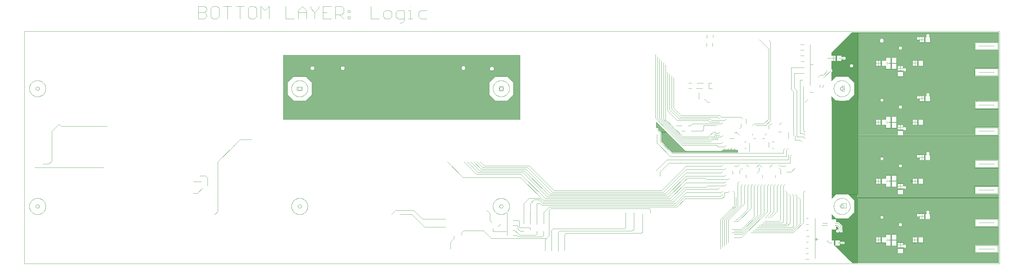
<source format=gbl>
*%FSLAX23Y23*%
*%MOIN*%
G01*
D11*
X4162Y5737D02*
Y8532D01*
X15879D02*
Y5737D01*
X4162D01*
Y8532D02*
X15879D01*
D15*
X11906Y6947D02*
X11800Y6841D01*
X11749Y6853D02*
X11883Y6987D01*
X12111Y6751D02*
X11899Y6538D01*
X11820Y6617D02*
X12111Y6908D01*
X13418Y6129D02*
X13521Y6231D01*
X12115Y6593D02*
X11981Y6459D01*
X11958Y6479D02*
X12111Y6633D01*
Y6711D02*
X11918Y6518D01*
X11879Y6558D02*
X12111Y6790D01*
Y6829D02*
X11859Y6577D01*
X11840Y6597D02*
X12111Y6869D01*
X12584Y6274D02*
X12733Y6424D01*
X12891Y6400D02*
X12737Y6247D01*
X12670Y6314D02*
X12812Y6455D01*
X12773Y6440D02*
X12662Y6329D01*
X12780Y6148D02*
X12930Y6298D01*
X12969Y6314D02*
X12784Y6129D01*
X12788Y6109D02*
X13009Y6329D01*
X13088Y6361D02*
X12777Y6050D01*
X12792Y6089D02*
X13048Y6345D01*
X13860Y8276D02*
X14103Y8519D01*
X12027Y7479D02*
X11912Y7593D01*
X11889Y7577D02*
X12007Y7459D01*
X12993Y8432D02*
X13099Y8325D01*
X12004Y7192D02*
X11886Y7310D01*
X11804Y7203D02*
X11942Y7066D01*
X11918Y7030D02*
X11761Y7188D01*
X9434Y6774D02*
X9245Y6963D01*
X10127Y6814D02*
X10422Y6518D01*
X10446Y6538D02*
X10151Y6833D01*
X9592Y6814D02*
X9442Y6963D01*
X9481D02*
X9611Y6833D01*
X9631Y6853D02*
X9521Y6963D01*
X10123Y6774D02*
X10399Y6499D01*
X10466Y6558D02*
X10170Y6853D01*
X10190Y6873D02*
X10485Y6577D01*
X10505Y6597D02*
X10210Y6892D01*
X10229Y6912D02*
X10525Y6617D01*
X11954Y7384D02*
X12076Y7262D01*
Y7203D02*
X11950Y7329D01*
X11859Y7377D02*
X12072Y7164D01*
X12076Y7184D02*
X11802Y7457D01*
X11836Y7463D02*
X12060Y7239D01*
X12050Y7268D02*
X11863Y7455D01*
X11820Y7459D02*
X11954Y7325D01*
X12095Y6656D02*
X11938Y6499D01*
X12564Y6278D02*
X12694Y6408D01*
X12654Y6392D02*
X12544Y6282D01*
X12615Y6751D02*
X12371Y6751D01*
Y6790D02*
X12576Y6790D01*
X12851Y6392D02*
X12725Y6266D01*
X12099Y6546D02*
X11993Y6440D01*
X12529Y7026D02*
X13316Y7026D01*
X13861Y6576D02*
X14147Y6572D01*
X14170Y5802D02*
X14053D01*
X14058Y5797D02*
X14170D01*
Y5792D02*
X14063D01*
X14068Y5787D02*
X14170D01*
X14174Y5750D02*
X15866D01*
Y5865D02*
X15865D01*
X15579D01*
X14719Y5863D02*
X14653D01*
X14719Y5877D02*
X15579D01*
X14653D02*
X14174D01*
X14719Y5872D02*
X15579D01*
X14653D02*
X14174D01*
X14719Y5867D02*
X15579D01*
X14653D02*
X14174D01*
X15579Y5862D02*
X15865D01*
X15579D02*
X14719D01*
X14653D01*
X14174D01*
X15579Y5857D02*
X15865D01*
X15579D02*
X14719D01*
X14653D01*
X14174D01*
Y5852D02*
X15866D01*
Y5847D02*
X14174D01*
Y5842D02*
X15866D01*
Y5837D02*
X14174D01*
Y5832D02*
X15866D01*
Y5827D02*
X14174D01*
Y5822D02*
X15866D01*
Y5817D02*
X14174D01*
Y5812D02*
X15866D01*
Y5807D02*
X14174D01*
Y5802D02*
X15866D01*
Y5797D02*
X14174D01*
Y5792D02*
X15866D01*
Y5787D02*
X14174D01*
Y5782D02*
X15866D01*
Y5777D02*
X14174D01*
Y5772D02*
X15866D01*
Y5767D02*
X14174D01*
Y5762D02*
X15866D01*
Y5757D02*
X14174D01*
Y5752D02*
X15866D01*
X14170Y5750D02*
X14105D01*
X14170Y5877D02*
X13977D01*
X13982Y5872D02*
X14170D01*
Y5867D02*
X13987D01*
X13992Y5862D02*
X14170D01*
Y5857D02*
X13997D01*
X14002Y5852D02*
X14170D01*
Y5847D02*
X14007D01*
X14012Y5842D02*
X14170D01*
Y5837D02*
X14017D01*
X14022Y5832D02*
X14170D01*
Y5827D02*
X14027D01*
X14032Y5822D02*
X14170D01*
Y5817D02*
X14037D01*
X14042Y5812D02*
X14170D01*
Y5807D02*
X14047D01*
X14073Y5782D02*
X14170D01*
Y5777D02*
X14078D01*
X14083Y5772D02*
X14170D01*
Y5767D02*
X14088D01*
X14093Y5762D02*
X14170D01*
Y5757D02*
X14098D01*
X14103Y5752D02*
X14170D01*
Y5747D02*
X14108D01*
X14719Y5892D02*
X15579D01*
X14653D02*
X14174D01*
X14719Y5887D02*
X15579D01*
X14653D02*
X14174D01*
X14719Y5882D02*
X15579D01*
X14653D02*
X14174D01*
X14170Y5892D02*
X13962D01*
X13967Y5887D02*
X14170D01*
Y5882D02*
X13972D01*
X10383Y6060D02*
X10092D01*
X12690Y6050D02*
X12777D01*
X14726Y5965D02*
X14746D01*
Y5927D02*
X14726D01*
X15865Y5962D02*
X15866D01*
X15865D02*
X15579D01*
X14569Y6023D02*
X14546D01*
X14582D02*
X14639D01*
X14719Y5933D02*
X14721D01*
X14719D02*
X14717D01*
X14653D01*
Y5990D02*
X14719D01*
Y5920D02*
X14653D01*
X14449Y5988D02*
X14392D01*
Y6055D02*
X14449D01*
X14462Y5988D02*
X14512D01*
Y6055D02*
X14462D01*
X14512Y5953D02*
X14569D01*
Y6020D02*
X14546D01*
X14582Y5953D02*
X14639D01*
Y6020D02*
X14582D01*
X14832Y5988D02*
X14889D01*
Y6055D02*
X14832D01*
X14902Y5988D02*
X14959D01*
Y6055D02*
X14902D01*
X14639Y6072D02*
X15866D01*
X14582D02*
X14569D01*
X14512D02*
X14174D01*
X14639Y6067D02*
X15866D01*
X14582D02*
X14569D01*
X14512D02*
X14174D01*
X14959Y6062D02*
X15866D01*
X14959D02*
X14902D01*
X14889D01*
X14832D01*
X14639D01*
X14582D02*
X14569D01*
X14512D02*
X14462D01*
X14449D01*
X14392D01*
X14174D01*
X14959Y6057D02*
X15866D01*
X14959D02*
X14902D01*
X14889D01*
X14832D01*
X14639D01*
X14582D02*
X14569D01*
X14512D02*
X14462D01*
X14449D01*
X14392D01*
X14174D01*
X14959Y6052D02*
X15866D01*
X14902D02*
X14889D01*
X14832D02*
X14639D01*
X14582D02*
X14569D01*
X14462D02*
X14449D01*
X14392D02*
X14174D01*
X14959Y6047D02*
X15866D01*
X14902D02*
X14889D01*
X14832D02*
X14639D01*
X14582D02*
X14569D01*
X14462D02*
X14449D01*
X14392D02*
X14174D01*
X14959Y6042D02*
X15866D01*
X14902D02*
X14889D01*
X14832D02*
X14639D01*
X14582D02*
X14569D01*
X14462D02*
X14449D01*
X14392D02*
X14174D01*
X14959Y6037D02*
X15866D01*
X14902D02*
X14889D01*
X14832D02*
X14639D01*
X14582D02*
X14569D01*
X14462D02*
X14449D01*
X14392D02*
X14174D01*
X14959Y6032D02*
X15866D01*
X14902D02*
X14889D01*
X14832D02*
X14639D01*
X14582D02*
X14569D01*
X14462D02*
X14449D01*
X14392D02*
X14174D01*
X14959Y6027D02*
X15866D01*
X14902D02*
X14889D01*
X14832D02*
X14639D01*
X14582D02*
X14569D01*
X14462D02*
X14449D01*
X14392D02*
X14174D01*
X14959Y6022D02*
X15866D01*
X14902D02*
X14889D01*
X14832D02*
X14639D01*
X14582D01*
X14569D01*
X14546D01*
X14462D02*
X14449D01*
X14392D02*
X14174D01*
X14959Y6017D02*
X15866D01*
X14902D02*
X14889D01*
X14832D02*
X14639D01*
X14582D02*
X14569D01*
X14462D02*
X14449D01*
X14392D02*
X14174D01*
X14959Y6012D02*
X15866D01*
X14902D02*
X14889D01*
X14832D02*
X14639D01*
X14582D02*
X14569D01*
X14462D02*
X14449D01*
X14392D02*
X14174D01*
X14959Y6007D02*
X15866D01*
X14902D02*
X14889D01*
X14832D02*
X14639D01*
X14582D02*
X14569D01*
X14462D02*
X14449D01*
X14392D02*
X14174D01*
X14959Y6002D02*
X15866D01*
X14902D02*
X14889D01*
X14832D02*
X14639D01*
X14582D02*
X14569D01*
X14462D02*
X14449D01*
X14392D02*
X14174D01*
X14959Y5997D02*
X15866D01*
X14902D02*
X14889D01*
X14832D02*
X14719D01*
X14653D01*
X14639D01*
X14582D02*
X14569D01*
X14462D02*
X14449D01*
X14392D02*
X14174D01*
X14959Y5992D02*
X15866D01*
X14902D02*
X14889D01*
X14832D02*
X14719D01*
X14653D01*
X14639D01*
X14582D02*
X14569D01*
X14462D02*
X14449D01*
X14392D02*
X14174D01*
X14959Y5987D02*
X15866D01*
X14959D02*
X14902D01*
X14889D01*
X14832D01*
X14719D01*
X14653D02*
X14639D01*
X14582D02*
X14569D01*
X14512D02*
X14462D01*
X14449D01*
X14392D01*
X14174D01*
X14959Y5982D02*
X15866D01*
X14959D02*
X14902D01*
X14889D01*
X14832D01*
X14719D01*
X14653D02*
X14639D01*
X14582D02*
X14569D01*
X14512D02*
X14462D01*
X14449D01*
X14392D01*
X14174D01*
X14719Y5977D02*
X15866D01*
X14653D02*
X14639D01*
X14582D02*
X14569D01*
X14512D02*
X14174D01*
X14719Y5972D02*
X15866D01*
X14653D02*
X14639D01*
X14582D02*
X14569D01*
X14512D02*
X14174D01*
X15579Y5967D02*
X15865D01*
X15579D02*
X14719D01*
X14653D02*
X14639D01*
X14582D02*
X14569D01*
X14512D02*
X14174D01*
X15579Y5962D02*
X15865D01*
X15579D02*
X14755D01*
X14749D01*
X14653D02*
X14639D01*
X14582D02*
X14569D01*
X14512D02*
X14174D01*
X14755Y5957D02*
X15579D01*
X14653D02*
X14639D01*
X14582D02*
X14569D01*
X14512D02*
X14174D01*
X14755Y5952D02*
X15579D01*
X14653D02*
X14639D01*
X14582D01*
X14569D01*
X14512D01*
X14174D01*
X14755Y5947D02*
X15579D01*
X14653D02*
X14639D01*
X14582D01*
X14569D01*
X14512D01*
X14174D01*
X14755Y5942D02*
X15579D01*
X14653D02*
X14174D01*
X14755Y5937D02*
X15579D01*
X14653D02*
X14174D01*
X14755Y5932D02*
X15579D01*
X14717D02*
X14653D01*
X14174D01*
X14746Y5927D02*
X15579D01*
X14726D02*
X14719D01*
X14653D01*
X14174D01*
X14719Y5922D02*
X15579D01*
X14719D02*
X14653D01*
X14174D01*
X14719Y5917D02*
X15579D01*
X14653D02*
X14174D01*
X14719Y5912D02*
X15579D01*
X14653D02*
X14174D01*
X14719Y5907D02*
X15579D01*
X14653D02*
X14174D01*
X14719Y5902D02*
X15579D01*
X14653D02*
X14174D01*
X14719Y5897D02*
X15579D01*
X14653D02*
X14174D01*
X14831Y6022D02*
X14894D01*
X14451D02*
X14392D01*
X14652Y5962D02*
X14719D01*
X14017Y6002D02*
X13960D01*
Y5972D02*
X14017D01*
X13960Y5954D02*
X13904D01*
Y6020D02*
X13960D01*
X13890D02*
X13861D01*
Y6072D02*
X14170D01*
Y6067D02*
X13861D01*
Y6062D02*
X14170D01*
Y6057D02*
X13861D01*
Y6052D02*
X14170D01*
Y6047D02*
X13861D01*
Y6042D02*
X14170D01*
Y6037D02*
X13861D01*
Y6032D02*
X14170D01*
Y6027D02*
X13960D01*
X13904D01*
X13890D01*
X13861D01*
X13960Y6022D02*
X14170D01*
X13960D02*
X13904D01*
X13890D01*
X13861D01*
X13960Y6017D02*
X14170D01*
X13904D02*
X13890D01*
X13960Y6012D02*
X14170D01*
X13904D02*
X13890D01*
X14017Y6007D02*
X14170D01*
X14017D02*
X13960D01*
X13904D02*
X13890D01*
X14017Y6002D02*
X14170D01*
X14017D02*
X13960D01*
X13904D02*
X13890D01*
X14017Y5997D02*
X14170D01*
X13904D02*
X13890D01*
X14017Y5992D02*
X14170D01*
X13904D02*
X13890D01*
X14017Y5987D02*
X14170D01*
X13904D02*
X13890D01*
X14017Y5982D02*
X14170D01*
X13904D02*
X13890D01*
X14017Y5977D02*
X14170D01*
X13904D02*
X13890D01*
X14017Y5972D02*
X14170D01*
X14017D02*
X13960D01*
X13904D02*
X13890D01*
X14017Y5967D02*
X14170D01*
X14017D02*
X13960D01*
X13904D02*
X13890D01*
X13960Y5962D02*
X14170D01*
X13904D02*
X13891D01*
X13960Y5957D02*
X14170D01*
X13904D02*
X13896D01*
X13960Y5952D02*
X14170D01*
X13960D02*
X13904D01*
X13960Y5947D02*
X14170D01*
X13960D02*
X13906D01*
X13911Y5942D02*
X14170D01*
Y5937D02*
X13916D01*
X13921Y5932D02*
X14170D01*
Y5927D02*
X13927D01*
X13932Y5922D02*
X14170D01*
Y5917D02*
X13937D01*
X13942Y5912D02*
X14170D01*
Y5907D02*
X13947D01*
X13952Y5902D02*
X14170D01*
Y5897D02*
X13957D01*
X10076Y6075D02*
X10035D01*
X10111Y6080D02*
X10306D01*
X14639Y6087D02*
X15866D01*
X14582D02*
X14569D01*
X14512D02*
X14174D01*
X14639Y6082D02*
X15866D01*
X14582D02*
X14569D01*
X14512D02*
X14174D01*
X14639Y6077D02*
X15866D01*
X14582D02*
X14569D01*
X14512D02*
X14174D01*
X14170Y6087D02*
X13861D01*
Y6082D02*
X14170D01*
Y6077D02*
X13861D01*
X13901Y6197D02*
X13917D01*
X13810D02*
X13741D01*
X10054Y6137D02*
X10030D01*
Y6196D02*
X10080D01*
X10121Y6125D02*
X10164D01*
X10096Y6257D02*
X10033D01*
X10121Y6168D02*
X10239D01*
X13056Y6247D02*
X13225D01*
X12737D02*
X12686D01*
X12710Y6266D02*
X12725D01*
X13009Y6207D02*
X13308D01*
X13324Y6188D02*
X12985D01*
X12962Y6168D02*
X13387D01*
X13391Y6148D02*
X12938D01*
X12914Y6129D02*
X13395D01*
X13399Y6109D02*
X12891D01*
X13032Y6227D02*
X13265D01*
X12784Y6129D02*
X12690D01*
Y6089D02*
X12792D01*
X12780Y6148D02*
X12662D01*
Y6109D02*
X12788D01*
X14676Y6225D02*
X14696D01*
Y6187D02*
X14676D01*
X15865Y6180D02*
X15866D01*
X15865D02*
X15579D01*
X14569Y6090D02*
X14512D01*
X14582D02*
X14639D01*
X15044Y6267D02*
X15579D01*
X15044D02*
X14987D01*
X14974D01*
X14917D01*
X14174D01*
Y6262D02*
X15579D01*
Y6257D02*
X14174D01*
Y6252D02*
X15579D01*
Y6247D02*
X14174D01*
Y6242D02*
X15579D01*
Y6237D02*
X14174D01*
Y6232D02*
X15579D01*
Y6227D02*
X14174D01*
X14705Y6222D02*
X15579D01*
X14705D02*
X14699D01*
X14673D02*
X14667D01*
X14174D01*
X14705Y6217D02*
X15579D01*
X14667D02*
X14174D01*
X14705Y6212D02*
X15579D01*
X14667D02*
X14174D01*
X14705Y6207D02*
X15579D01*
X14667D02*
X14174D01*
X14705Y6202D02*
X15579D01*
X14667D02*
X14174D01*
X14705Y6197D02*
X15579D01*
X14667D02*
X14174D01*
X14705Y6192D02*
X15579D01*
X14667D02*
X14174D01*
X14696Y6187D02*
X15579D01*
X14676D02*
X14174D01*
Y6182D02*
X15579D01*
Y6177D02*
X15865D01*
X15579D02*
X14174D01*
X15579Y6172D02*
X15865D01*
X15579D02*
X14174D01*
Y6167D02*
X15866D01*
Y6162D02*
X14174D01*
Y6157D02*
X15866D01*
Y6152D02*
X14174D01*
Y6147D02*
X15866D01*
Y6142D02*
X14174D01*
Y6137D02*
X15866D01*
Y6132D02*
X14174D01*
Y6127D02*
X15866D01*
Y6122D02*
X14174D01*
Y6117D02*
X15866D01*
Y6112D02*
X14174D01*
Y6107D02*
X15866D01*
Y6102D02*
X14174D01*
X14639Y6097D02*
X15866D01*
X14639D02*
X14582D01*
X14569D01*
X14512D01*
X14174D01*
X14639Y6092D02*
X15866D01*
X14639D02*
X14582D01*
X14569D01*
X14512D01*
X14174D01*
X13953Y6238D02*
X13944D01*
X13932D01*
X13916D01*
Y6183D02*
X13923D01*
X13980Y6202D02*
X13989D01*
Y6118D02*
X13989D01*
X13931Y6149D02*
X13923D01*
Y6111D02*
X13943D01*
X13963Y6112D02*
X13983D01*
X13916Y6146D02*
X13914D01*
X13861D01*
X13916Y6267D02*
X14170D01*
Y6262D02*
X13916D01*
Y6257D02*
X14170D01*
Y6252D02*
X13916D01*
Y6247D02*
X14170D01*
Y6242D02*
X13953D01*
X13940D01*
X13936D02*
X13916D01*
X13953Y6237D02*
X14170D01*
X13953D02*
X13945D01*
X13953Y6232D02*
X14170D01*
Y6227D02*
X13955D01*
X13960Y6222D02*
X14170D01*
Y6217D02*
X13965D01*
X13970Y6212D02*
X14170D01*
Y6207D02*
X13989D01*
X13975D01*
X13989Y6202D02*
X14170D01*
X13989D02*
X13980D01*
X13989Y6197D02*
X14170D01*
Y6192D02*
X13990D01*
X13995Y6187D02*
X14170D01*
Y6182D02*
X13990D01*
X13924D02*
X13916D01*
X13989Y6177D02*
X14170D01*
X13929D02*
X13916D01*
X13989Y6172D02*
X14170D01*
X13934D02*
X13916D01*
X13989Y6167D02*
X14170D01*
X13935D02*
X13916D01*
X13989Y6162D02*
X14170D01*
X13935D02*
X13916D01*
X13989Y6157D02*
X14170D01*
X13935D02*
X13916D01*
X13989Y6152D02*
X14170D01*
X13934D02*
X13916D01*
X13992Y6147D02*
X14170D01*
Y6142D02*
X13992D01*
X13914D02*
X13861D01*
X13992Y6137D02*
X14170D01*
X13914D02*
X13861D01*
X13992Y6132D02*
X14170D01*
X13914D02*
X13861D01*
X13992Y6127D02*
X14170D01*
X13914D02*
X13861D01*
X13992Y6122D02*
X14170D01*
X13914D02*
X13861D01*
X13992Y6117D02*
X14170D01*
X13914D02*
X13861D01*
X13989Y6112D02*
X14170D01*
X13959D02*
X13952D01*
X13944D01*
X13922D02*
X13914D01*
X13861D01*
Y6107D02*
X14170D01*
Y6102D02*
X13861D01*
Y6097D02*
X14170D01*
Y6092D02*
X13861D01*
X14454Y6276D02*
X14474D01*
X15865Y6277D02*
X15866D01*
X15865D02*
X15579D01*
X14974Y6273D02*
X14917D01*
X14987D02*
X15044D01*
X15579Y6282D02*
X15865D01*
X15579D02*
X15045D01*
X14987D02*
X14974D01*
X14917D02*
X14483D01*
X14445D02*
X14174D01*
X15579Y6277D02*
X15865D01*
X15579D02*
X15044D01*
X14987D02*
X14974D01*
X14917D02*
X14483D01*
X14475D01*
X14453D02*
X14445D01*
X14174D01*
X15044Y6272D02*
X15579D01*
X15044D02*
X14987D01*
X14974D01*
X14917D01*
X14174D01*
X14058Y6280D02*
X13916D01*
X13912D01*
X13916Y6272D02*
X13861D01*
X14060Y6282D02*
X14170D01*
X13910D02*
X13861D01*
X13916Y6277D02*
X14170D01*
X13916D02*
X13861D01*
X13916Y6272D02*
X14170D01*
X10359Y6458D02*
X10322D01*
X10378Y6440D02*
X10392D01*
X10422D01*
X10406Y6459D02*
X10389D01*
X11808Y6459D02*
X11981D01*
X11816D02*
X10513D01*
X10525D02*
X10406D01*
X10414Y6440D02*
X11993D01*
X12005Y6420D02*
X10469D01*
X14454Y6314D02*
X14474D01*
X14891Y6340D02*
X14911D01*
Y6302D02*
X14891D01*
X15006Y6375D02*
X15026D01*
X14974Y6340D02*
X14920D01*
X14917D01*
X15035D02*
X15044D01*
X15035D02*
X15028D01*
X15004D02*
X14997D01*
X14987D01*
X14174Y6462D02*
X15866D01*
Y6457D02*
X14174D01*
Y6452D02*
X15866D01*
Y6447D02*
X14174D01*
Y6442D02*
X15866D01*
Y6437D02*
X14174D01*
Y6432D02*
X15866D01*
Y6427D02*
X14174D01*
Y6422D02*
X15866D01*
Y6417D02*
X14174D01*
Y6412D02*
X15866D01*
Y6407D02*
X14174D01*
Y6402D02*
X15866D01*
Y6397D02*
X14174D01*
Y6392D02*
X15866D01*
Y6387D02*
X14174D01*
Y6382D02*
X15866D01*
Y6377D02*
X14174D01*
X15035Y6372D02*
X15866D01*
X15035D02*
X15029D01*
X15003D02*
X14997D01*
X14174D01*
X15035Y6367D02*
X15866D01*
X14997D02*
X14174D01*
X15035Y6362D02*
X15866D01*
X14997D02*
X14174D01*
X15035Y6357D02*
X15866D01*
X14997D02*
X14174D01*
X15035Y6352D02*
X15866D01*
X14997D02*
X14174D01*
X15044Y6347D02*
X15866D01*
X15044D02*
X15035D01*
X14997D02*
X14987D01*
X14974D01*
X14917D01*
X14174D01*
X15044Y6342D02*
X15866D01*
X15044D02*
X15035D01*
X14997D02*
X14987D01*
X14974D01*
X14917D01*
X14174D01*
X15044Y6337D02*
X15866D01*
X14987D02*
X14974D01*
X14888D02*
X14882D01*
X14174D01*
X15044Y6332D02*
X15866D01*
X14987D02*
X14974D01*
X14882D02*
X14174D01*
X15044Y6327D02*
X15866D01*
X14987D02*
X14974D01*
X14882D02*
X14174D01*
X15044Y6322D02*
X15866D01*
X14882D02*
X14174D01*
X15044Y6317D02*
X15866D01*
X14987D02*
X14974D01*
X14882D02*
X14174D01*
X15045Y6312D02*
X15866D01*
X14987D02*
X14974D01*
X14882D02*
X14483D01*
X14476D01*
X14452D02*
X14445D01*
X14174D01*
X15045Y6307D02*
X15866D01*
X14987D02*
X14974D01*
X14882D02*
X14483D01*
X14445D02*
X14174D01*
X15045Y6302D02*
X15866D01*
X14987D02*
X14974D01*
X14917D02*
X14911D01*
X14891D02*
X14483D01*
X14445D02*
X14174D01*
X15045Y6297D02*
X15866D01*
X14987D02*
X14974D01*
X14917D02*
X14483D01*
X14445D02*
X14174D01*
X15045Y6292D02*
X15866D01*
X14987D02*
X14974D01*
X14917D02*
X14483D01*
X14445D02*
X14174D01*
X15045Y6287D02*
X15866D01*
X14987D02*
X14974D01*
X14917D02*
X14483D01*
X14445D02*
X14174D01*
X14918Y6307D02*
X14975D01*
X14974Y6322D02*
X14987D01*
X14170Y6462D02*
X14131D01*
Y6457D02*
X14170D01*
Y6452D02*
X14131D01*
Y6447D02*
X14170D01*
Y6442D02*
X14131D01*
Y6437D02*
X14170D01*
Y6432D02*
X14131D01*
Y6427D02*
X14170D01*
Y6422D02*
X14131D01*
Y6417D02*
X14170D01*
Y6412D02*
X14131D01*
Y6407D02*
X14170D01*
Y6402D02*
X14131D01*
Y6397D02*
X14170D01*
Y6392D02*
X14131D01*
Y6387D02*
X14170D01*
Y6382D02*
X14131D01*
Y6377D02*
X14170D01*
Y6372D02*
X14131D01*
Y6367D02*
X14170D01*
Y6362D02*
X14131D01*
Y6357D02*
X14170D01*
Y6352D02*
X14131D01*
Y6347D02*
X14170D01*
Y6342D02*
X14120D01*
X14115Y6337D02*
X14170D01*
Y6332D02*
X14110D01*
X14105Y6327D02*
X14170D01*
Y6322D02*
X14100D01*
X13870D02*
X13861D01*
X14095Y6317D02*
X14170D01*
X13875D02*
X13861D01*
X14090Y6312D02*
X14170D01*
X13880D02*
X13861D01*
X14085Y6307D02*
X14170D01*
X13885D02*
X13861D01*
X14080Y6302D02*
X14170D01*
X13890D02*
X13861D01*
X14075Y6297D02*
X14170D01*
X13895D02*
X13861D01*
X14070Y6292D02*
X14170D01*
X13900D02*
X13861D01*
X14065Y6287D02*
X14170D01*
X13905D02*
X13861D01*
X10431Y6479D02*
X10394D01*
X11784Y6479D02*
X11958D01*
X11808D02*
X10426D01*
X14174Y6477D02*
X15866D01*
Y6472D02*
X14174D01*
Y6467D02*
X15866D01*
X14170Y6477D02*
X14131D01*
Y6472D02*
X14170D01*
Y6467D02*
X14131D01*
X14172Y6572D02*
X14058D01*
X14172Y6577D02*
X13861D01*
Y6582D02*
X14172D01*
Y6587D02*
X13861D01*
Y6592D02*
X14172D01*
Y6597D02*
X13861D01*
Y6602D02*
X14172D01*
Y6607D02*
X13861D01*
Y6612D02*
X14172D01*
Y6617D02*
X13861D01*
Y6622D02*
X14172D01*
Y6627D02*
X13861D01*
Y6632D02*
X14172D01*
Y6637D02*
X13861D01*
Y6642D02*
X14172D01*
Y6647D02*
X13861D01*
Y6652D02*
X14172D01*
Y6657D02*
X13861D01*
Y6662D02*
X14172D01*
X13908Y6568D02*
X13861D01*
X14062D02*
X14172D01*
X14176Y6532D02*
X15866D01*
Y6537D02*
X14176D01*
Y6542D02*
X15866D01*
Y6547D02*
X14176D01*
Y6552D02*
X15866D01*
Y6557D02*
X14176D01*
Y6562D02*
X15866D01*
X14653Y6567D02*
X14176D01*
X14653D02*
X14719D01*
X15579D01*
X15865D01*
X14653Y6572D02*
X14176D01*
X14719D02*
X15579D01*
X15865D01*
X14653Y6577D02*
X14176D01*
X14719D02*
X15579D01*
X14653Y6582D02*
X14176D01*
X14719D02*
X15579D01*
X14653Y6587D02*
X14176D01*
X14719D02*
X15579D01*
X14653Y6592D02*
X14176D01*
X14719D02*
X15579D01*
X14653Y6597D02*
X14176D01*
X14719D02*
X15579D01*
X14653Y6602D02*
X14176D01*
X14719D02*
X15579D01*
X14653Y6607D02*
X14176D01*
X14719D02*
X15579D01*
X14653Y6612D02*
X14176D01*
X14719D02*
X15579D01*
X14653Y6617D02*
X14176D01*
X14719D02*
X15579D01*
X14653Y6622D02*
X14176D01*
X14719D02*
X15579D01*
X14653Y6627D02*
X14176D01*
X14719D02*
X15579D01*
X14653Y6632D02*
X14176D01*
X14653D02*
X14719D01*
X15579D01*
X14653Y6637D02*
X14176D01*
X14653D02*
X14717D01*
X14747D02*
X14755D01*
X15579D01*
X14653Y6642D02*
X14176D01*
X14755D02*
X15579D01*
X14653Y6647D02*
X14176D01*
X14755D02*
X15579D01*
X14653Y6652D02*
X14176D01*
X14755D02*
X15579D01*
X14512Y6657D02*
X14176D01*
X14512D02*
X14569D01*
X14582D01*
X14639D01*
X14653D01*
X14755D02*
X15579D01*
X14512Y6662D02*
X14176D01*
X14569D02*
X14582D01*
X14639D02*
X14653D01*
X14755D02*
X15579D01*
X14639Y6662D02*
X14582D01*
X14569D02*
X14512D01*
X14653Y6629D02*
X14719D01*
Y6572D02*
X14653D01*
Y6642D02*
X14717D01*
X14719D01*
X14721D01*
X15579Y6574D02*
X15865D01*
X15866D01*
X14746Y6636D02*
X14726D01*
X14176Y6529D02*
X14174D01*
X14176D02*
X15866D01*
X10341Y6506D02*
X10287D01*
X10343Y6522D02*
X10350D01*
X10344D02*
X10226D01*
X12095Y6656D02*
X12355D01*
X12375Y6633D02*
X12111D01*
X12371D02*
X12497D01*
X11792Y6518D02*
X10422D01*
X10446Y6538D02*
X11784D01*
X11796Y6499D02*
X11938D01*
X11918Y6518D02*
X11777D01*
X11773Y6538D02*
X11899D01*
X11879Y6558D02*
X11773D01*
X11761Y6577D02*
X11859D01*
X11840Y6597D02*
X11757D01*
X11737Y6617D02*
X11820D01*
X11800Y6499D02*
X10399D01*
X10466Y6558D02*
X11777D01*
X11769Y6577D02*
X10485D01*
X10505Y6597D02*
X11761D01*
X11753Y6617D02*
X10525D01*
X12115Y6593D02*
X12379D01*
X12371D02*
X12536D01*
X12576Y6593D02*
X12615D01*
X12529Y6546D02*
X12099D01*
X12103Y6518D02*
X12544D01*
X14174Y6530D02*
X15866D01*
Y6527D02*
X14174D01*
Y6522D02*
X15866D01*
Y6517D02*
X14174D01*
Y6512D02*
X15866D01*
Y6507D02*
X14174D01*
Y6502D02*
X15866D01*
Y6497D02*
X14174D01*
Y6492D02*
X15866D01*
Y6487D02*
X14174D01*
Y6482D02*
X15866D01*
X14170Y6572D02*
X14058D01*
X14063Y6567D02*
X14170D01*
X13907D02*
X13861D01*
X14068Y6562D02*
X14170D01*
X13902D02*
X13861D01*
X14073Y6557D02*
X14170D01*
X13897D02*
X13861D01*
X14078Y6552D02*
X14170D01*
X13892D02*
X13861D01*
X14083Y6547D02*
X14170D01*
X13887D02*
X13861D01*
X14088Y6542D02*
X14170D01*
X13882D02*
X13861D01*
X14093Y6537D02*
X14170D01*
X13877D02*
X13861D01*
X14098Y6532D02*
X14170D01*
X13872D02*
X13861D01*
X14103Y6527D02*
X14170D01*
Y6522D02*
X14108D01*
X14113Y6517D02*
X14170D01*
Y6512D02*
X14118D01*
X14131Y6507D02*
X14170D01*
X14131D02*
X14123D01*
X14131Y6502D02*
X14170D01*
Y6497D02*
X14131D01*
Y6492D02*
X14170D01*
Y6487D02*
X14131D01*
Y6482D02*
X14170D01*
X14058Y6572D02*
X13912D01*
X13912Y6572D02*
X13861D01*
Y6667D02*
X14172D01*
Y6672D02*
X13861D01*
X14176Y6667D02*
X14512D01*
X14569D02*
X14582D01*
X14639D02*
X14653D01*
X14755D02*
X15579D01*
X14512Y6672D02*
X14176D01*
X14569D02*
X14582D01*
X14639D02*
X14653D01*
X14748D02*
X14755D01*
X15579D01*
X15865D01*
Y6671D02*
X15579D01*
X15865D02*
X15866D01*
X14746Y6674D02*
X14726D01*
X12576Y6672D02*
X12371D01*
X13861Y6677D02*
X14172D01*
Y6682D02*
X13861D01*
Y6687D02*
X14172D01*
Y6692D02*
X13861D01*
Y6697D02*
X14172D01*
Y6702D02*
X13861D01*
Y6707D02*
X14172D01*
Y6712D02*
X13861D01*
Y6717D02*
X14172D01*
Y6722D02*
X13861D01*
Y6727D02*
X14172D01*
Y6732D02*
X13861D01*
Y6737D02*
X14172D01*
Y6742D02*
X13861D01*
Y6747D02*
X14172D01*
Y6752D02*
X13861D01*
Y6757D02*
X14172D01*
Y6762D02*
X13861D01*
Y6767D02*
X14172D01*
Y6772D02*
X13861D01*
Y6777D02*
X14172D01*
Y6782D02*
X13861D01*
Y6787D02*
X14172D01*
Y6792D02*
X13861D01*
Y6797D02*
X14172D01*
Y6802D02*
X13861D01*
Y6807D02*
X14172D01*
Y6812D02*
X13861D01*
Y6817D02*
X14172D01*
Y6822D02*
X13861D01*
Y6827D02*
X14172D01*
Y6832D02*
X13861D01*
Y6837D02*
X14172D01*
Y6842D02*
X13861D01*
Y6847D02*
X14172D01*
Y6852D02*
X13861D01*
Y6857D02*
X14172D01*
X14176Y6677D02*
X14512D01*
X14569D02*
X14582D01*
X14639D02*
X14653D01*
X14719D02*
X15579D01*
X15865D01*
X14512Y6682D02*
X14176D01*
X14569D02*
X14582D01*
X14639D02*
X14653D01*
X14719D02*
X15866D01*
X14512Y6687D02*
X14176D01*
X14569D02*
X14582D01*
X14639D02*
X14653D01*
X14719D02*
X15866D01*
X14392Y6692D02*
X14176D01*
X14392D02*
X14449D01*
X14462D01*
X14512D01*
X14569D02*
X14582D01*
X14639D02*
X14653D01*
X14719D02*
X14832D01*
X14889D01*
X14902D01*
X14959D01*
X15866D01*
X14392Y6697D02*
X14176D01*
X14449D02*
X14462D01*
X14569D02*
X14582D01*
X14639D02*
X14653D01*
X14719D02*
X14832D01*
X14889D02*
X14902D01*
X14959D02*
X15866D01*
X14392Y6702D02*
X14176D01*
X14449D02*
X14462D01*
X14569D02*
X14582D01*
X14639D02*
X14653D01*
X14719D01*
X14832D01*
X14889D02*
X14902D01*
X14959D02*
X15866D01*
X14392Y6707D02*
X14176D01*
X14449D02*
X14462D01*
X14569D02*
X14582D01*
X14639D02*
X14653D01*
X14719D01*
X14832D01*
X14889D02*
X14902D01*
X14959D02*
X15866D01*
X14392Y6712D02*
X14176D01*
X14449D02*
X14462D01*
X14569D02*
X14582D01*
X14639D02*
X14832D01*
X14889D02*
X14902D01*
X14959D02*
X15866D01*
X14392Y6717D02*
X14176D01*
X14449D02*
X14462D01*
X14569D02*
X14582D01*
X14639D02*
X14832D01*
X14889D02*
X14902D01*
X14959D02*
X15866D01*
X14392Y6722D02*
X14176D01*
X14449D02*
X14462D01*
X14569D02*
X14582D01*
X14639D02*
X14832D01*
X14889D02*
X14902D01*
X14959D02*
X15866D01*
X14392Y6727D02*
X14176D01*
X14449D02*
X14462D01*
X14569D02*
X14582D01*
X14639D02*
X14832D01*
X14889D02*
X14902D01*
X14959D02*
X15866D01*
X14392Y6732D02*
X14176D01*
X14449D02*
X14462D01*
X14569D02*
X14582D01*
X14639D02*
X14832D01*
X14889D02*
X14902D01*
X14959D02*
X15866D01*
X14392Y6737D02*
X14176D01*
X14449D02*
X14462D01*
X14569D02*
X14582D01*
X14639D02*
X14832D01*
X14889D02*
X14902D01*
X14959D02*
X15866D01*
X14392Y6742D02*
X14176D01*
X14449D02*
X14462D01*
X14569D02*
X14582D01*
X14639D02*
X14832D01*
X14889D02*
X14902D01*
X14959D02*
X15866D01*
X14392Y6747D02*
X14176D01*
X14449D02*
X14462D01*
X14569D02*
X14582D01*
X14639D02*
X14832D01*
X14889D02*
X14902D01*
X14959D02*
X15866D01*
X14392Y6752D02*
X14176D01*
X14449D02*
X14462D01*
X14569D02*
X14582D01*
X14639D02*
X14832D01*
X14889D02*
X14902D01*
X14959D02*
X15866D01*
X14392Y6757D02*
X14176D01*
X14449D02*
X14462D01*
X14569D02*
X14582D01*
X14639D02*
X14832D01*
X14889D02*
X14902D01*
X14959D02*
X15866D01*
X14392Y6762D02*
X14176D01*
X14449D02*
X14462D01*
X14569D02*
X14582D01*
X14639D02*
X14832D01*
X14889D02*
X14902D01*
X14959D02*
X15866D01*
X14392Y6767D02*
X14176D01*
X14392D02*
X14449D01*
X14462D01*
X14512D01*
X14569D02*
X14582D01*
X14639D02*
X14832D01*
X14889D01*
X14902D01*
X14959D01*
X15866D01*
X14392Y6772D02*
X14176D01*
X14392D02*
X14449D01*
X14462D01*
X14512D01*
X14569D02*
X14582D01*
X14639D02*
X14832D01*
X14889D01*
X14902D01*
X14959D01*
X15866D01*
X14512Y6777D02*
X14176D01*
X14569D02*
X14582D01*
X14639D02*
X15866D01*
X14512Y6782D02*
X14176D01*
X14569D02*
X14582D01*
X14639D02*
X15866D01*
X14512Y6787D02*
X14176D01*
X14569D02*
X14582D01*
X14639D02*
X15866D01*
X14512Y6792D02*
X14176D01*
X14569D02*
X14582D01*
X14639D02*
X15866D01*
X14512Y6797D02*
X14176D01*
X14569D02*
X14582D01*
X14639D02*
X15866D01*
X14512Y6802D02*
X14176D01*
X14512D02*
X14569D01*
X14582D01*
X14639D01*
X15866D01*
X14512Y6807D02*
X14176D01*
X14512D02*
X14569D01*
X14582D01*
X14639D01*
X15866D01*
Y6812D02*
X14176D01*
Y6817D02*
X15866D01*
Y6822D02*
X14176D01*
Y6827D02*
X15866D01*
Y6832D02*
X14176D01*
Y6837D02*
X15866D01*
Y6842D02*
X14176D01*
Y6847D02*
X15866D01*
Y6852D02*
X14176D01*
Y6857D02*
X15866D01*
X14959Y6764D02*
X14902D01*
Y6697D02*
X14959D01*
X14889Y6764D02*
X14832D01*
Y6697D02*
X14889D01*
X14639Y6729D02*
X14582D01*
X14569D02*
X14546D01*
X14653Y6699D02*
X14719D01*
X14639Y6799D02*
X14582D01*
Y6732D02*
X14639D01*
X14569Y6799D02*
X14512D01*
X14546Y6732D02*
X14569D01*
X14512Y6764D02*
X14462D01*
Y6697D02*
X14512D01*
X14449Y6764D02*
X14392D01*
Y6697D02*
X14449D01*
X10025Y6833D02*
X9611D01*
X9631Y6853D02*
X10044D01*
X10009Y6833D02*
X10151D01*
X10170Y6853D02*
X10021D01*
X12111Y6829D02*
X12375D01*
X12371D02*
X12536D01*
X9985Y6774D02*
X9434D01*
X12127Y6766D02*
X12340D01*
X10005Y6814D02*
X9592D01*
X9946Y6774D02*
X10123D01*
X10127Y6814D02*
X9973D01*
X12355Y6751D02*
X12615D01*
X12379Y6711D02*
X12111D01*
Y6790D02*
X12379D01*
X12371Y6711D02*
X12576D01*
X13861Y6862D02*
X14172D01*
Y6867D02*
X13861D01*
X14176Y6862D02*
X15866D01*
Y6867D02*
X14176D01*
X12375Y6869D02*
X12111D01*
X12371D02*
X12576D01*
X12363Y6947D02*
X13363D01*
X13861Y6872D02*
X14172D01*
Y6877D02*
X13861D01*
Y6882D02*
X14172D01*
Y6887D02*
X13861D01*
Y6892D02*
X14172D01*
Y6897D02*
X13861D01*
Y6902D02*
X14172D01*
Y6907D02*
X13861D01*
Y6912D02*
X14172D01*
Y6917D02*
X13861D01*
Y6922D02*
X14172D01*
Y6927D02*
X13861D01*
Y6932D02*
X14172D01*
Y6937D02*
X13861D01*
Y6942D02*
X14172D01*
Y6947D02*
X13861D01*
Y6952D02*
X14172D01*
Y6957D02*
X13861D01*
Y6962D02*
X14172D01*
Y6967D02*
X13861D01*
Y6972D02*
X14172D01*
Y6977D02*
X13861D01*
Y6982D02*
X14172D01*
Y6987D02*
X13861D01*
Y6992D02*
X14172D01*
Y6997D02*
X13861D01*
Y7002D02*
X14172D01*
Y7007D02*
X13861D01*
Y7012D02*
X14172D01*
Y7017D02*
X13861D01*
Y7022D02*
X14172D01*
Y7027D02*
X13861D01*
Y7032D02*
X14172D01*
Y7037D02*
X13861D01*
Y7042D02*
X14172D01*
Y7047D02*
X13861D01*
Y7052D02*
X14172D01*
X14176Y6872D02*
X15866D01*
Y6877D02*
X14176D01*
Y6882D02*
X15579D01*
X15865D01*
X15579Y6887D02*
X14176D01*
X15579D02*
X15865D01*
X15579Y6892D02*
X14176D01*
Y6897D02*
X14667D01*
X14675D01*
X14697D02*
X14705D01*
X15579D01*
X14667Y6902D02*
X14176D01*
X14705D02*
X15579D01*
X14667Y6907D02*
X14176D01*
X14705D02*
X15579D01*
X14667Y6912D02*
X14176D01*
X14705D02*
X15579D01*
X14667Y6917D02*
X14176D01*
X14705D02*
X15579D01*
X14667Y6922D02*
X14176D01*
X14705D02*
X15579D01*
X14667Y6927D02*
X14176D01*
X14705D02*
X15579D01*
X14667Y6932D02*
X14176D01*
X14667D02*
X14674D01*
X14698D02*
X14705D01*
X15579D01*
Y6937D02*
X14176D01*
Y6942D02*
X15579D01*
Y6947D02*
X14176D01*
Y6952D02*
X15579D01*
Y6957D02*
X14176D01*
Y6962D02*
X15579D01*
Y6967D02*
X14176D01*
Y6972D02*
X15579D01*
X14917Y6977D02*
X14176D01*
X14917D02*
X14974D01*
X14987D01*
X15044D01*
X15579D01*
X14917Y6982D02*
X14176D01*
X14974D02*
X14987D01*
X15044D02*
X15579D01*
X14445Y6987D02*
X14176D01*
X14483D02*
X14917D01*
X14974D02*
X14987D01*
X15045D02*
X15579D01*
X15865D01*
X14445Y6992D02*
X14176D01*
X14483D02*
X14917D01*
X14974D02*
X14987D01*
X15045D02*
X15579D01*
X15865D01*
X14445Y6997D02*
X14176D01*
X14483D02*
X14917D01*
X14974D02*
X14987D01*
X15045D02*
X15866D01*
X14445Y7002D02*
X14176D01*
X14483D02*
X14917D01*
X14974D02*
X14987D01*
X15045D02*
X15866D01*
X14445Y7007D02*
X14176D01*
X14483D02*
X14917D01*
X14974D02*
X14987D01*
X15045D02*
X15866D01*
X14445Y7012D02*
X14176D01*
X14483D02*
X14882D01*
X14890D01*
X14974D02*
X14987D01*
X15045D02*
X15866D01*
X14445Y7017D02*
X14176D01*
X14483D02*
X14882D01*
X14974D02*
X14987D01*
X15045D02*
X15866D01*
X14882Y7022D02*
X14176D01*
X14974D02*
X14987D01*
X15045D02*
X15866D01*
X14882Y7027D02*
X14176D01*
X14974D02*
X14987D01*
X15044D02*
X15866D01*
X14882Y7032D02*
X14176D01*
X14974D02*
X14987D01*
X15044D02*
X15866D01*
X14882Y7037D02*
X14176D01*
X14974D02*
X14987D01*
X15044D02*
X15866D01*
X14882Y7042D02*
X14176D01*
X14974D02*
X14987D01*
X15044D02*
X15866D01*
X14882Y7047D02*
X14176D01*
X14882D02*
X14889D01*
X14974D02*
X14987D01*
X15044D02*
X15866D01*
X14917Y7052D02*
X14176D01*
X14917D02*
X14974D01*
X14987D01*
X14997D01*
X15035D02*
X15044D01*
X15866D01*
X14997Y7049D02*
X14987D01*
X14997D02*
X15004D01*
X15028D02*
X15035D01*
X15044D01*
Y6982D02*
X14987D01*
X14920Y7049D02*
X14917D01*
X14920D02*
X14974D01*
Y6982D02*
X14917D01*
X15579Y6986D02*
X15865D01*
X15866D01*
X15865Y6889D02*
X15579D01*
X15865D02*
X15866D01*
X14911Y7011D02*
X14891D01*
Y7049D02*
X14911D01*
X14696Y6896D02*
X14676D01*
Y6934D02*
X14696D01*
X14474Y6983D02*
X14454D01*
Y7021D02*
X14474D01*
X12115Y7026D02*
X11922D01*
X12111D02*
X12375D01*
X12363D02*
X12540D01*
X10064Y6873D02*
X9651D01*
X9670Y6892D02*
X10084D01*
X10103Y6912D02*
X9690D01*
X10064Y6873D02*
X10190D01*
X10210Y6892D02*
X10056D01*
X10099Y6912D02*
X10229D01*
X12371Y6908D02*
X12536D01*
X12371D02*
X12111D01*
Y6986D02*
X12375D01*
X12123D02*
X11883D01*
X12111Y6947D02*
X12371D01*
X12115D02*
X11906D01*
X12363Y6986D02*
X13342D01*
X13343D02*
X13332D01*
X12576Y7144D02*
X12497D01*
X12477Y7164D02*
X12359D01*
X13861Y7057D02*
X14172D01*
Y7062D02*
X13861D01*
Y7067D02*
X14172D01*
X14176Y7057D02*
X14917D01*
X14974D01*
X14987D01*
X14997D01*
X15035D02*
X15044D01*
X15866D01*
X14997Y7062D02*
X14176D01*
X15035D02*
X15866D01*
X14997Y7067D02*
X14176D01*
X15035D02*
X15866D01*
X11950Y7066D02*
X11942D01*
X11950D02*
X12099D01*
X12095D01*
X12111D02*
X12379D01*
X12363D02*
X13284D01*
X12111D02*
X12099D01*
X13421Y7223D02*
X13467D01*
X13861Y7072D02*
X14172D01*
Y7077D02*
X13861D01*
Y7082D02*
X14172D01*
Y7087D02*
X13861D01*
Y7092D02*
X14172D01*
Y7097D02*
X13861D01*
Y7102D02*
X14172D01*
Y7107D02*
X13861D01*
Y7112D02*
X14172D01*
Y7117D02*
X13861D01*
Y7122D02*
X14172D01*
Y7127D02*
X13861D01*
Y7132D02*
X14172D01*
Y7137D02*
X13861D01*
Y7142D02*
X14172D01*
Y7147D02*
X13861D01*
Y7152D02*
X14172D01*
Y7157D02*
X13861D01*
Y7162D02*
X14172D01*
Y7167D02*
X13861D01*
Y7172D02*
X14172D01*
Y7177D02*
X13861D01*
Y7182D02*
X14172D01*
Y7187D02*
X13861D01*
Y7192D02*
X14172D01*
Y7197D02*
X13861D01*
Y7202D02*
X14172D01*
Y7207D02*
X13861D01*
Y7212D02*
X14172D01*
Y7217D02*
X13861D01*
Y7222D02*
X14172D01*
Y7227D02*
X13861D01*
Y7232D02*
X14172D01*
Y7237D02*
X13861D01*
Y7242D02*
X14172D01*
Y7247D02*
X13861D01*
X14176Y7072D02*
X14997D01*
X15035D02*
X15866D01*
X14997Y7077D02*
X14176D01*
X15035D02*
X15866D01*
X14997Y7082D02*
X14176D01*
X14997D02*
X15004D01*
X15028D02*
X15035D01*
X15866D01*
Y7087D02*
X14176D01*
Y7092D02*
X15866D01*
Y7097D02*
X14176D01*
Y7102D02*
X15866D01*
Y7107D02*
X14176D01*
Y7112D02*
X15866D01*
Y7117D02*
X14176D01*
Y7122D02*
X15866D01*
Y7127D02*
X14176D01*
Y7132D02*
X15866D01*
Y7137D02*
X14176D01*
Y7142D02*
X15866D01*
Y7147D02*
X14176D01*
Y7152D02*
X15866D01*
Y7157D02*
X14176D01*
Y7162D02*
X15866D01*
Y7167D02*
X14176D01*
Y7172D02*
X15866D01*
Y7177D02*
X14176D01*
Y7182D02*
X15866D01*
Y7187D02*
X14176D01*
Y7192D02*
X15866D01*
Y7197D02*
X14176D01*
Y7202D02*
X15866D01*
Y7207D02*
X14176D01*
Y7212D02*
X15866D01*
Y7217D02*
X14176D01*
Y7222D02*
X15866D01*
Y7227D02*
X14176D01*
Y7232D02*
X15866D01*
Y7237D02*
X14176D01*
Y7242D02*
X15866D01*
Y7247D02*
X14176D01*
X15006Y7084D02*
X15026D01*
X11979Y7217D02*
X11816D01*
Y7222D02*
X11974D01*
X11969Y7227D02*
X11816D01*
Y7232D02*
X11964D01*
X11959Y7237D02*
X11816D01*
Y7242D02*
X11954D01*
X11949Y7247D02*
X11816D01*
X12072Y7247D02*
X12076D01*
X12080Y7227D02*
X12399D01*
X12418Y7247D02*
X12422D01*
X12430D01*
Y7231D02*
X12493D01*
X12477Y7247D02*
X12430D01*
X12383D02*
X12261D01*
X13458Y7223D02*
X13481D01*
X12261Y7247D02*
X12076D01*
X12072Y7227D02*
X12080D01*
X12550Y7102D02*
X12734D01*
X11962Y7082D02*
X11942D01*
X11962D02*
X12084D01*
X12088D02*
X12099D01*
X12111D01*
X12123D01*
X12351D01*
X12391D01*
X12734D01*
X12095Y7087D02*
X11937D01*
X12095D02*
X12351D01*
X12383D01*
X12469D01*
X12509D01*
X12548D01*
X12734D01*
X12095Y7092D02*
X11932D01*
X12095D02*
X12104D01*
X12111D01*
X12351D01*
X12383D01*
X12469D01*
X12509D01*
X12533D01*
X12540D01*
X12548D01*
X12734D01*
X12095Y7097D02*
X11927D01*
X12548D02*
X12734D01*
X12094Y7102D02*
X11922D01*
X11917Y7107D02*
X12089D01*
X12567D02*
X12575D01*
X12576D02*
X12584D01*
X12607D02*
X12615D01*
X12616D02*
X12623D01*
X12646D02*
X12654D01*
X12655D02*
X12663D01*
X12685D02*
X12693D01*
X12694D02*
X12702D01*
X12084Y7112D02*
X11912D01*
X11907Y7117D02*
X12079D01*
X12074Y7122D02*
X11902D01*
X11897Y7127D02*
X12069D01*
X12064Y7132D02*
X11892D01*
X11887Y7137D02*
X12059D01*
X12054Y7142D02*
X11882D01*
X11877Y7147D02*
X12049D01*
X12044Y7152D02*
X11872D01*
X11867Y7157D02*
X12039D01*
X12034Y7162D02*
X11862D01*
X11857Y7167D02*
X12029D01*
X12024Y7172D02*
X11852D01*
X11847Y7177D02*
X12019D01*
X12014Y7182D02*
X11842D01*
X11837Y7187D02*
X12009D01*
X12004Y7192D02*
X11832D01*
X11827Y7197D02*
X11999D01*
X11994Y7202D02*
X11822D01*
X11817Y7207D02*
X11989D01*
X11984Y7212D02*
X11816D01*
X12704Y7105D02*
X12723D01*
X12684D02*
X12665D01*
X12644D02*
X12625D01*
X12605D02*
X12586D01*
X12566D02*
X12553D01*
X12088Y7077D02*
X12085D01*
X12348Y7093D02*
X12351D01*
X12383D02*
X12469D01*
X12351Y7077D02*
X12348D01*
X12391D02*
X12734D01*
X12469Y7093D02*
X12466D01*
X12509D02*
X12531D01*
X12541D01*
X12548D01*
X12099Y7077D02*
X12096D01*
X12123D02*
X12351D01*
X12095Y7093D02*
X12092D01*
X12095D02*
X12102D01*
X12112D01*
X12351D01*
X12084Y7077D02*
X12081D01*
X12084D02*
X11962D01*
X12575Y7125D02*
X12576D01*
X12615D02*
X12616D01*
X12654D02*
X12655D01*
X12693D02*
X12694D01*
X12229Y7203D02*
X12076D01*
Y7184D02*
X12099D01*
X12095Y7164D02*
X12072D01*
X12221Y7203D02*
X12403D01*
X12387Y7184D02*
X12095D01*
X12088Y7164D02*
X12379D01*
X12383Y7184D02*
X12536D01*
X12099Y7077D02*
X12088D01*
X12099D02*
X12111D01*
X12123D01*
X12351Y7093D02*
X12383D01*
X12469D02*
X12509D01*
X12391Y7077D02*
X12351D01*
X12088D02*
X12084D01*
X11962D02*
X11947D01*
X12930Y7420D02*
X13009D01*
X12985D02*
X13048D01*
X13009Y7400D02*
X12950D01*
X12981D02*
X13068D01*
X13861Y7252D02*
X14172D01*
Y7257D02*
X13861D01*
Y7262D02*
X14172D01*
X14176Y7252D02*
X15866D01*
Y7257D02*
X14176D01*
Y7262D02*
X15866D01*
X11944Y7252D02*
X11816D01*
Y7257D02*
X11939D01*
X11934Y7262D02*
X11816D01*
X12076Y7262D02*
X12273D01*
X12493D02*
X12536D01*
X12379D02*
X12269D01*
X12418D02*
X12458D01*
X12434D02*
X12406D01*
X12399D01*
X13442D02*
X13489D01*
X13481D02*
X13521D01*
X11877Y7317D02*
X11816D01*
Y7322D02*
X11872D01*
X11816Y7327D02*
X11807D01*
X11816D02*
X11867D01*
X11816Y7332D02*
X11801D01*
X11816D02*
X11862D01*
X11857Y7337D02*
X11796D01*
X11791Y7342D02*
X11852D01*
X11847Y7347D02*
X11786D01*
X11781Y7352D02*
X11842D01*
X11837Y7357D02*
X11780D01*
Y7362D02*
X11832D01*
X11827Y7367D02*
X11780D01*
Y7372D02*
X11773D01*
X11780D02*
X11822D01*
X11817Y7377D02*
X11752D01*
Y7382D02*
X11812D01*
X11807Y7387D02*
X11752D01*
Y7392D02*
X11802D01*
X11797Y7397D02*
X11752D01*
Y7402D02*
X11792D01*
X11787Y7407D02*
X11752D01*
Y7412D02*
X11782D01*
X11777Y7417D02*
X11752D01*
Y7422D02*
X11772D01*
X11767Y7427D02*
X11752D01*
Y7432D02*
X11762D01*
X11771Y7374D02*
X11752D01*
X11809Y7324D02*
X11816D01*
Y7319D02*
X11814D01*
X11816D02*
X11875D01*
X11885Y7307D02*
X11819D01*
X13224Y7322D02*
X13259D01*
X13861Y7267D02*
X14172D01*
Y7272D02*
X13861D01*
Y7277D02*
X14172D01*
Y7282D02*
X13861D01*
Y7287D02*
X14172D01*
Y7292D02*
X13861D01*
Y7297D02*
X14172D01*
Y7302D02*
X13861D01*
Y7307D02*
X14172D01*
Y7312D02*
X13861D01*
Y7317D02*
X14172D01*
Y7322D02*
X13861D01*
Y7327D02*
X14172D01*
Y7332D02*
X13861D01*
Y7337D02*
X14172D01*
Y7342D02*
X13861D01*
Y7347D02*
X14172D01*
Y7352D02*
X13861D01*
Y7357D02*
X14172D01*
Y7362D02*
X13861D01*
Y7367D02*
X14172D01*
Y7372D02*
X13861D01*
Y7377D02*
X14172D01*
Y7382D02*
X13861D01*
Y7387D02*
X14172D01*
Y7392D02*
X13861D01*
Y7397D02*
X14172D01*
Y7402D02*
X13861D01*
Y7407D02*
X14172D01*
Y7412D02*
X13861D01*
Y7417D02*
X14172D01*
Y7422D02*
X13861D01*
Y7427D02*
X14172D01*
Y7432D02*
X13861D01*
Y7437D02*
X14172D01*
Y7442D02*
X13861D01*
X14176Y7267D02*
X15866D01*
X14653Y7272D02*
X14176D01*
X14653D02*
X14719D01*
X15866D01*
X14653Y7277D02*
X14176D01*
X14653D02*
X14719D01*
X15866D01*
X14719Y7280D02*
X14653D01*
Y7281D02*
X14176D01*
X14719D02*
X15866D01*
X14653Y7287D02*
X14176D01*
X14719D02*
X15579D01*
X14653Y7292D02*
X14176D01*
X14719D02*
X15579D01*
X14653Y7297D02*
X14176D01*
X14719D02*
X15579D01*
X14653Y7302D02*
X14176D01*
X14719D02*
X15579D01*
X14653Y7307D02*
X14176D01*
X14719D02*
X15579D01*
X14653Y7312D02*
X14176D01*
X14719D02*
X15579D01*
X14653Y7317D02*
X14176D01*
X14719D02*
X15579D01*
X14653Y7322D02*
X14176D01*
X14719D02*
X15579D01*
X14653Y7327D02*
X14176D01*
X14719D02*
X15579D01*
X14653Y7332D02*
X14176D01*
X14719D02*
X15579D01*
X14653Y7337D02*
X14176D01*
X14653D02*
X14719D01*
X15579D01*
X14653Y7342D02*
X14176D01*
X14653D02*
X14719D01*
X15579D01*
X14653Y7347D02*
X14176D01*
X14653D02*
X14717D01*
X14749D02*
X14755D01*
X15579D01*
X14653Y7352D02*
X14176D01*
X14755D02*
X15579D01*
X14653Y7357D02*
X14176D01*
X14755D02*
X15579D01*
X14512Y7362D02*
X14176D01*
X14512D02*
X14569D01*
X14582D01*
X14639D01*
X14653D01*
X14755D02*
X15579D01*
X14512Y7367D02*
X14176D01*
X14512D02*
X14569D01*
X14582D01*
X14639D01*
X14653D01*
X14755D02*
X15579D01*
X14512Y7372D02*
X14176D01*
X14569D02*
X14582D01*
X14639D02*
X14653D01*
X14755D02*
X15579D01*
X14512Y7377D02*
X14176D01*
X14569D02*
X14582D01*
X14639D02*
X14653D01*
X14755D02*
X15579D01*
X14512Y7382D02*
X14176D01*
X14569D02*
X14582D01*
X14639D02*
X14653D01*
X14719D02*
X14726D01*
X14746D02*
X15579D01*
X15865D01*
X14512Y7387D02*
X14176D01*
X14569D02*
X14582D01*
X14639D02*
X14653D01*
X14719D02*
X15579D01*
X15865D01*
X14512Y7392D02*
X14176D01*
X14569D02*
X14582D01*
X14639D02*
X14653D01*
X14719D02*
X15866D01*
X14392Y7397D02*
X14176D01*
X14392D02*
X14449D01*
X14462D01*
X14512D01*
X14569D02*
X14582D01*
X14639D02*
X14653D01*
X14719D02*
X14832D01*
X14889D01*
X14902D01*
X14959D01*
X15866D01*
X14392Y7402D02*
X14176D01*
X14392D02*
X14449D01*
X14462D01*
X14512D01*
X14569D02*
X14582D01*
X14639D02*
X14653D01*
X14719D02*
X14832D01*
X14889D01*
X14902D01*
X14959D01*
X15866D01*
X14392Y7407D02*
X14176D01*
X14449D02*
X14462D01*
X14569D02*
X14582D01*
X14639D02*
X14653D01*
X14719D01*
X14832D01*
X14889D02*
X14902D01*
X14959D02*
X15866D01*
X14392Y7412D02*
X14176D01*
X14449D02*
X14462D01*
X14569D02*
X14582D01*
X14639D02*
X14653D01*
X14719D01*
X14832D01*
X14889D02*
X14902D01*
X14959D02*
X15866D01*
X14392Y7417D02*
X14176D01*
X14449D02*
X14462D01*
X14569D02*
X14582D01*
X14639D02*
X14832D01*
X14889D02*
X14902D01*
X14959D02*
X15866D01*
X14392Y7422D02*
X14176D01*
X14449D02*
X14462D01*
X14569D02*
X14582D01*
X14639D02*
X14832D01*
X14889D02*
X14902D01*
X14959D02*
X15866D01*
X14392Y7427D02*
X14176D01*
X14449D02*
X14462D01*
X14569D02*
X14582D01*
X14639D02*
X14832D01*
X14889D02*
X14902D01*
X14959D02*
X15866D01*
X14392Y7432D02*
X14176D01*
X14449D02*
X14462D01*
X14569D02*
X14582D01*
X14639D02*
X14832D01*
X14889D02*
X14902D01*
X14959D02*
X15866D01*
X14392Y7437D02*
X14176D01*
X14449D02*
X14462D01*
X14546D02*
X14569D01*
X14582D01*
X14639D01*
X14832D01*
X14889D02*
X14902D01*
X14959D02*
X15866D01*
X14392Y7442D02*
X14176D01*
X14449D02*
X14462D01*
X14569D02*
X14582D01*
X14639D02*
X14832D01*
X14889D02*
X14902D01*
X14959D02*
X15866D01*
X14889Y7405D02*
X14832D01*
X14902D02*
X14959D01*
X14569Y7437D02*
X14546D01*
X14569Y7370D02*
X14512D01*
X14582Y7437D02*
X14639D01*
Y7370D02*
X14582D01*
X14449Y7405D02*
X14392D01*
X14462D02*
X14512D01*
X14653Y7407D02*
X14719D01*
X14717Y7350D02*
X14653D01*
X14717D02*
X14719D01*
X14721D01*
X14719Y7337D02*
X14653D01*
X14569Y7440D02*
X14546D01*
X14582D02*
X14639D01*
X15579Y7380D02*
X15865D01*
X15866D01*
X14746Y7344D02*
X14726D01*
Y7382D02*
X14746D01*
X14177Y7286D02*
X14176D01*
X14177D02*
X14653D01*
X14719D02*
X15579D01*
X15865D02*
X15866D01*
X12296Y7420D02*
X12190D01*
X12288D02*
X12351D01*
X12340D02*
X12536D01*
X12517Y7440D02*
X12399D01*
X11929Y7267D02*
X11816D01*
Y7272D02*
X11924D01*
X11919Y7277D02*
X11816D01*
Y7282D02*
X11914D01*
X11909Y7287D02*
X11816D01*
Y7292D02*
X11904D01*
X11899Y7297D02*
X11820D01*
X11817Y7302D02*
X11894D01*
X11884Y7312D02*
X11816D01*
Y7317D02*
X11879D01*
X12174Y7333D02*
X12308D01*
X12166Y7396D02*
X12135D01*
X12103Y7333D02*
X12060D01*
X12064Y7396D02*
X11997D01*
X12328Y7400D02*
X12340D01*
X12477Y7282D02*
X12517D01*
X12477Y7400D02*
X12336D01*
X12438Y7321D02*
X12477D01*
X12458Y7302D02*
X12497D01*
X13481D02*
X13521D01*
X10117Y7477D02*
X7273D01*
Y7482D02*
X10117D01*
Y7487D02*
X7273D01*
Y7492D02*
X10117D01*
Y7497D02*
X7273D01*
Y7502D02*
X10117D01*
Y7507D02*
X7273D01*
Y7512D02*
X10117D01*
Y7517D02*
X7273D01*
Y7522D02*
X10117D01*
Y7527D02*
X7273D01*
Y7532D02*
X10117D01*
Y7537D02*
X7273D01*
Y7542D02*
X10117D01*
Y7547D02*
X7273D01*
Y7552D02*
X10117D01*
Y7557D02*
X7273D01*
Y7562D02*
X10117D01*
Y7567D02*
X7273D01*
Y7572D02*
X10117D01*
Y7577D02*
X7273D01*
Y7582D02*
X10117D01*
Y7587D02*
X7273D01*
Y7592D02*
X10117D01*
Y7597D02*
X7273D01*
Y7602D02*
X10117D01*
Y7607D02*
X7273D01*
Y7612D02*
X10117D01*
Y7617D02*
X7273D01*
Y7622D02*
X10117D01*
Y7627D02*
X7273D01*
Y7632D02*
X10117D01*
Y7637D02*
X7273D01*
Y7473D02*
X10117D01*
X12052Y7518D02*
X12273D01*
X12269Y7499D02*
X12040D01*
X12027Y7479D02*
X12251D01*
X12245Y7459D02*
X12007D01*
X13861Y7447D02*
X14172D01*
Y7452D02*
X13861D01*
Y7457D02*
X14172D01*
X14176Y7447D02*
X14392D01*
X14449D02*
X14462D01*
X14569D02*
X14582D01*
X14639D02*
X14832D01*
X14889D02*
X14902D01*
X14959D02*
X15866D01*
X14392Y7452D02*
X14176D01*
X14449D02*
X14462D01*
X14569D02*
X14582D01*
X14639D02*
X14832D01*
X14889D02*
X14902D01*
X14959D02*
X15866D01*
X14392Y7457D02*
X14176D01*
X14449D02*
X14462D01*
X14569D02*
X14582D01*
X14639D02*
X14832D01*
X14889D02*
X14902D01*
X14959D02*
X15866D01*
X14172Y7462D02*
X13861D01*
Y7467D02*
X14172D01*
Y7472D02*
X13861D01*
Y7477D02*
X14172D01*
Y7482D02*
X13861D01*
Y7487D02*
X14172D01*
Y7492D02*
X13861D01*
Y7497D02*
X14172D01*
Y7502D02*
X13861D01*
Y7507D02*
X14172D01*
Y7512D02*
X13861D01*
Y7517D02*
X14172D01*
Y7522D02*
X13861D01*
Y7527D02*
X14172D01*
Y7532D02*
X13861D01*
Y7537D02*
X14172D01*
Y7542D02*
X13861D01*
Y7547D02*
X14172D01*
Y7552D02*
X13861D01*
Y7557D02*
X14172D01*
Y7562D02*
X13861D01*
Y7567D02*
X14172D01*
Y7572D02*
X13861D01*
Y7577D02*
X14172D01*
Y7582D02*
X13861D01*
Y7587D02*
X14172D01*
Y7592D02*
X13861D01*
Y7597D02*
X14172D01*
Y7602D02*
X13861D01*
Y7607D02*
X14172D01*
Y7612D02*
X13861D01*
Y7617D02*
X14172D01*
Y7622D02*
X13861D01*
Y7627D02*
X14172D01*
Y7632D02*
X13861D01*
Y7637D02*
X14172D01*
X14176Y7632D02*
X14667D01*
Y7622D02*
X14176D01*
Y7462D02*
X14392D01*
X14449D02*
X14462D01*
X14569D02*
X14582D01*
X14639D02*
X14832D01*
X14889D02*
X14902D01*
X14959D02*
X15866D01*
X14392Y7467D02*
X14176D01*
X14449D02*
X14462D01*
X14569D02*
X14582D01*
X14639D02*
X14832D01*
X14889D02*
X14902D01*
X14959D02*
X15866D01*
X14392Y7472D02*
X14176D01*
X14392D02*
X14449D01*
X14462D01*
X14512D01*
X14569D02*
X14582D01*
X14639D02*
X14832D01*
X14889D01*
X14902D01*
X14959D01*
X15866D01*
X14392Y7477D02*
X14176D01*
X14392D02*
X14449D01*
X14462D01*
X14512D01*
X14569D02*
X14582D01*
X14639D02*
X14832D01*
X14889D01*
X14902D01*
X14959D01*
X15866D01*
X14512Y7482D02*
X14176D01*
X14569D02*
X14582D01*
X14639D02*
X15866D01*
X14512Y7487D02*
X14176D01*
X14569D02*
X14582D01*
X14639D02*
X15866D01*
X14512Y7492D02*
X14176D01*
X14569D02*
X14582D01*
X14639D02*
X15866D01*
X14512Y7497D02*
X14176D01*
X14569D02*
X14582D01*
X14639D02*
X15866D01*
X14512Y7502D02*
X14176D01*
X14569D02*
X14582D01*
X14639D02*
X15866D01*
X14512Y7507D02*
X14176D01*
X14512D02*
X14569D01*
X14582D01*
X14639D01*
X15866D01*
X14512Y7512D02*
X14176D01*
X14512D02*
X14569D01*
X14582D01*
X14639D01*
X15866D01*
Y7517D02*
X14176D01*
Y7522D02*
X15866D01*
Y7527D02*
X14176D01*
Y7532D02*
X15866D01*
Y7537D02*
X14176D01*
Y7542D02*
X15866D01*
Y7547D02*
X14176D01*
Y7552D02*
X15866D01*
Y7557D02*
X14176D01*
Y7562D02*
X15866D01*
Y7567D02*
X14176D01*
Y7572D02*
X15866D01*
Y7577D02*
X14176D01*
Y7582D02*
X15866D01*
Y7587D02*
X14176D01*
Y7592D02*
X15579D01*
X15865D01*
X15579Y7597D02*
X14176D01*
X15579D02*
X15865D01*
X15579Y7602D02*
X14176D01*
Y7607D02*
X14667D01*
X14673D01*
X14699D02*
X14705D01*
X15579D01*
X14667Y7612D02*
X14176D01*
X14705D02*
X15579D01*
X14667Y7617D02*
X14176D01*
X14705D02*
X15579D01*
Y7622D02*
X14705D01*
X14667Y7627D02*
X14176D01*
X14705D02*
X15579D01*
Y7632D02*
X14705D01*
X14667Y7637D02*
X14176D01*
X14705D02*
X15579D01*
X14889Y7472D02*
X14832D01*
X14902D02*
X14959D01*
X14449D02*
X14392D01*
X14462D02*
X14512D01*
Y7507D02*
X14569D01*
X14582D02*
X14639D01*
X15579Y7598D02*
X15865D01*
X15866D01*
X14696Y7604D02*
X14676D01*
X12576Y7459D02*
X12418D01*
X12320Y7518D02*
X12269D01*
X12261Y7499D02*
X12320D01*
X12328Y7479D02*
X12245D01*
X12229Y7459D02*
X12280D01*
X12316D02*
X12355D01*
X12316Y7479D02*
X12399D01*
X12316Y7499D02*
X12497D01*
X12517Y7518D02*
X12316D01*
X12277Y7459D02*
X12379D01*
X12536Y7499D02*
X12773D01*
X10117Y7642D02*
X7273D01*
Y7647D02*
X10117D01*
Y7652D02*
X7273D01*
Y7657D02*
X10117D01*
Y7662D02*
X7273D01*
Y7667D02*
X10117D01*
Y7672D02*
X7273D01*
Y7677D02*
X10117D01*
Y7682D02*
X7273D01*
Y7687D02*
X10117D01*
Y7692D02*
X7273D01*
Y7697D02*
X7396D01*
X7542D02*
X9818D01*
X9964D02*
X10117D01*
X7391Y7702D02*
X7273D01*
X7547D02*
X9813D01*
X9969D02*
X10117D01*
X7386Y7707D02*
X7273D01*
X7552D02*
X9808D01*
X9974D02*
X10117D01*
X7381Y7712D02*
X7273D01*
X7557D02*
X9803D01*
X9979D02*
X10117D01*
X7376Y7717D02*
X7273D01*
X7562D02*
X9798D01*
X9984D02*
X10117D01*
X7371Y7722D02*
X7273D01*
X7567D02*
X9793D01*
X9989D02*
X10117D01*
X7366Y7727D02*
X7273D01*
X7572D02*
X9788D01*
X9994D02*
X10117D01*
X7361Y7732D02*
X7273D01*
X7577D02*
X9783D01*
X9999D02*
X10117D01*
X7356Y7737D02*
X7273D01*
X7582D02*
X9778D01*
X10004D02*
X10117D01*
X7351Y7742D02*
X7273D01*
X7587D02*
X9773D01*
X10009D02*
X10117D01*
X7346Y7747D02*
X7273D01*
X7592D02*
X9768D01*
X10014D02*
X10117D01*
X7341Y7752D02*
X7273D01*
X7597D02*
X9763D01*
X10019D02*
X10117D01*
X7336Y7757D02*
X7273D01*
X7602D02*
X9758D01*
X10024D02*
X10117D01*
X7323Y7762D02*
X7273D01*
X7323D02*
X7331D01*
X7607D02*
X7615D01*
X9745D01*
X9753D01*
X10029D02*
X10037D01*
X10117D01*
X7323Y7767D02*
X7273D01*
X7615D02*
X9745D01*
X10037D02*
X10117D01*
X7323Y7772D02*
X7273D01*
X7615D02*
X9745D01*
X10037D02*
X10117D01*
X7323Y7777D02*
X7273D01*
X7615D02*
X9745D01*
X10037D02*
X10117D01*
X7323Y7782D02*
X7273D01*
X7615D02*
X9745D01*
X10037D02*
X10117D01*
X7323Y7787D02*
X7273D01*
X7615D02*
X9745D01*
X10037D02*
X10117D01*
X7323Y7792D02*
X7273D01*
X7615D02*
X9745D01*
X10037D02*
X10117D01*
X7323Y7797D02*
X7273D01*
X7615D02*
X9745D01*
X10037D02*
X10117D01*
X7323Y7802D02*
X7273D01*
X7615D02*
X9745D01*
X10037D02*
X10117D01*
X7323Y7807D02*
X7273D01*
X7615D02*
X9745D01*
X10037D02*
X10117D01*
X7323Y7812D02*
X7273D01*
X7615D02*
X9745D01*
X10037D02*
X10117D01*
X7323Y7817D02*
X7273D01*
X7615D02*
X9745D01*
X10037D02*
X10117D01*
X7323Y7822D02*
X7273D01*
X7615D02*
X9745D01*
X10037D02*
X10117D01*
X7323Y7827D02*
X7273D01*
X7615D02*
X9745D01*
X10037D02*
X10117D01*
X7323Y7832D02*
X7273D01*
X7615D02*
X9745D01*
X10037D02*
X10117D01*
X9964Y7697D02*
X9818D01*
X7542D02*
X7396D01*
X13861Y7642D02*
X14172D01*
Y7647D02*
X13861D01*
Y7652D02*
X14172D01*
X14176Y7642D02*
X14676D01*
X14696D02*
X15579D01*
Y7647D02*
X14176D01*
Y7652D02*
X15579D01*
X14696Y7642D02*
X14676D01*
X14172Y7657D02*
X13861D01*
Y7662D02*
X14172D01*
Y7667D02*
X13861D01*
Y7672D02*
X14172D01*
Y7677D02*
X13861D01*
Y7682D02*
X14172D01*
Y7687D02*
X13861D01*
Y7692D02*
X14172D01*
X13872Y7697D02*
X13861D01*
X13872D02*
X13912D01*
X14058D02*
X14172D01*
X13872Y7702D02*
X13861D01*
X13872D02*
X13907D01*
X14063D02*
X14172D01*
X14058Y7697D02*
X13912D01*
X13872Y7705D02*
X13861D01*
X13872Y7704D02*
X13905D01*
X14065D02*
X14172D01*
X14483Y7692D02*
X14917D01*
X14891Y7757D02*
X14176D01*
X14911D02*
X14917D01*
X14974D01*
X14987D01*
X15003D01*
X15029D02*
X15044D01*
X15866D01*
X14917Y7762D02*
X14176D01*
X14917D02*
X14974D01*
X14987D01*
X14997D01*
X15035D02*
X15044D01*
X15866D01*
X14997Y7767D02*
X14176D01*
X15035D02*
X15866D01*
X14997Y7772D02*
X14176D01*
X15035D02*
X15866D01*
X14997Y7777D02*
X14176D01*
X15035D02*
X15866D01*
X14997Y7782D02*
X14176D01*
X15035D02*
X15866D01*
X14997Y7787D02*
X14176D01*
X15035D02*
X15866D01*
X15006Y7792D02*
X14176D01*
X15026D02*
X15866D01*
Y7797D02*
X14176D01*
Y7802D02*
X15866D01*
Y7807D02*
X14176D01*
Y7812D02*
X15866D01*
Y7817D02*
X14176D01*
Y7822D02*
X15866D01*
Y7827D02*
X14176D01*
Y7832D02*
X15866D01*
X14920Y7757D02*
X14917D01*
X14920D02*
X14974D01*
X14987D02*
X14997D01*
X15004D01*
X15028D02*
X15035D01*
X15044D01*
X15026Y7792D02*
X15006D01*
X14911Y7757D02*
X14891D01*
X14177Y7753D02*
X14176D01*
X14177D02*
X14882D01*
X14887D01*
X14915D02*
X14917D01*
X14974D02*
X14987D01*
X15044D02*
X15866D01*
X15579Y7657D02*
X14176D01*
Y7662D02*
X15579D01*
Y7667D02*
X14176D01*
Y7672D02*
X15579D01*
Y7677D02*
X14176D01*
Y7682D02*
X14917D01*
X14974D01*
X14987D01*
X15044D01*
X15579D01*
X14445Y7687D02*
X14176D01*
X14445D02*
X14453D01*
X14475D02*
X14483D01*
X14917D01*
X14974D01*
X14987D01*
X15044D01*
X15579D01*
X14445Y7692D02*
X14176D01*
X14974D02*
X14987D01*
X15044D02*
X15579D01*
X14445Y7697D02*
X14176D01*
X14483D02*
X14917D01*
X14974D02*
X14987D01*
X15045D02*
X15579D01*
X15865D01*
X14445Y7702D02*
X14176D01*
X14483D02*
X14917D01*
X14974D02*
X14987D01*
X15045D02*
X15579D01*
X15865D01*
X14445Y7707D02*
X14176D01*
X14483D02*
X14917D01*
X14974D02*
X14987D01*
X15045D02*
X15866D01*
X14445Y7712D02*
X14176D01*
X14483D02*
X14917D01*
X14974D02*
X14987D01*
X15045D02*
X15866D01*
X14445Y7717D02*
X14176D01*
X14483D02*
X14917D01*
X14974D02*
X14987D01*
X15045D02*
X15866D01*
X14445Y7722D02*
X14176D01*
X14445D02*
X14452D01*
X14476D02*
X14483D01*
X14882D01*
X14888D01*
X14974D02*
X14987D01*
X15045D02*
X15866D01*
X14882Y7727D02*
X14176D01*
X14974D02*
X14987D01*
X15045D02*
X15866D01*
X14882Y7732D02*
X14176D01*
X14974D02*
X14987D01*
X15044D02*
X15866D01*
X14882Y7737D02*
X14176D01*
X14974D02*
X14987D01*
X15044D02*
X15866D01*
X14882Y7742D02*
X14176D01*
X14974D02*
X14987D01*
X15044D02*
X15866D01*
X14882Y7747D02*
X14176D01*
X14974D02*
X14987D01*
X15044D02*
X15866D01*
X14974Y7690D02*
X14917D01*
X14987D02*
X15044D01*
X15579Y7695D02*
X15865D01*
X15866D01*
X14911Y7719D02*
X14891D01*
X14474Y7686D02*
X14454D01*
Y7724D02*
X14474D01*
X14176Y7752D02*
X14882D01*
X14886D01*
X14916D02*
X14917D01*
X14974D02*
X14987D01*
X15044D02*
X15866D01*
X14178Y7707D02*
X14068D01*
X13902D02*
X13860D01*
X13859D01*
X14131Y7832D02*
X14178D01*
Y7827D02*
X14131D01*
Y7822D02*
X14178D01*
Y7817D02*
X14131D01*
Y7812D02*
X14178D01*
Y7807D02*
X14131D01*
Y7802D02*
X14178D01*
Y7797D02*
X14131D01*
Y7792D02*
X14178D01*
Y7787D02*
X14131D01*
Y7782D02*
X14178D01*
Y7777D02*
X14131D01*
Y7772D02*
X14178D01*
Y7767D02*
X14131D01*
Y7762D02*
X14178D01*
X14131D02*
X14123D01*
X14118Y7757D02*
X14178D01*
Y7752D02*
X14113D01*
X14108Y7747D02*
X14178D01*
Y7742D02*
X14103D01*
X13867D02*
X13860D01*
X14098Y7737D02*
X14178D01*
X13872D02*
X13860D01*
X14093Y7732D02*
X14178D01*
X13877D02*
X13860D01*
X14088Y7727D02*
X14178D01*
X13882D02*
X13860D01*
X14083Y7722D02*
X14178D01*
X13887D02*
X13860D01*
X14078Y7717D02*
X14178D01*
X13892D02*
X13860D01*
X14073Y7712D02*
X14178D01*
X13897D02*
X13860D01*
X7323Y7837D02*
X7273D01*
X7615D02*
X9745D01*
X10037D02*
X10117D01*
X7323Y7842D02*
X7273D01*
X7615D02*
X9745D01*
X10037D02*
X10117D01*
X7323Y7847D02*
X7273D01*
X7615D02*
X9745D01*
X10037D02*
X10117D01*
X7323Y7852D02*
X7273D01*
X7615D02*
X9745D01*
X10037D02*
X10117D01*
X7323Y7857D02*
X7273D01*
X7615D02*
X9745D01*
X10037D02*
X10117D01*
X7323Y7862D02*
X7273D01*
X7615D02*
X9745D01*
X10037D02*
X10117D01*
X7323Y7867D02*
X7273D01*
X7615D02*
X9745D01*
X10037D02*
X10117D01*
X7323Y7872D02*
X7273D01*
X7615D02*
X9745D01*
X10037D02*
X10117D01*
X7323Y7877D02*
X7273D01*
X7615D02*
X9745D01*
X10037D02*
X10117D01*
X7323Y7882D02*
X7273D01*
X7615D02*
X9745D01*
X10037D02*
X10117D01*
X7323Y7887D02*
X7273D01*
X7615D02*
X9745D01*
X10037D02*
X10117D01*
X7323Y7892D02*
X7273D01*
X7615D02*
X9745D01*
X10037D02*
X10117D01*
X7323Y7897D02*
X7273D01*
X7615D02*
X9745D01*
X10037D02*
X10117D01*
X7323Y7902D02*
X7273D01*
X7615D02*
X9745D01*
X10037D02*
X10117D01*
X7323Y7907D02*
X7273D01*
X7615D02*
X9745D01*
X10037D02*
X10117D01*
X7323Y7912D02*
X7273D01*
X7615D02*
X9745D01*
X10037D02*
X10117D01*
X7323Y7917D02*
X7273D01*
X7615D02*
X9745D01*
X10037D02*
X10117D01*
X7323Y7922D02*
X7273D01*
X7615D02*
X9745D01*
X10037D02*
X10117D01*
X7334Y7927D02*
X7273D01*
X7604D02*
X9756D01*
X10026D02*
X10117D01*
X7339Y7932D02*
X7273D01*
X7599D02*
X9761D01*
X10021D02*
X10117D01*
X7344Y7937D02*
X7273D01*
X7594D02*
X9766D01*
X10016D02*
X10117D01*
X7349Y7942D02*
X7273D01*
X7589D02*
X9771D01*
X10011D02*
X10117D01*
X7354Y7947D02*
X7273D01*
X7584D02*
X9776D01*
X10006D02*
X10117D01*
X7359Y7952D02*
X7273D01*
X7579D02*
X9781D01*
X10001D02*
X10117D01*
X7364Y7957D02*
X7273D01*
X7574D02*
X9786D01*
X9996D02*
X10117D01*
X7369Y7962D02*
X7273D01*
X7569D02*
X9791D01*
X9991D02*
X10117D01*
X7374Y7967D02*
X7273D01*
X7564D02*
X9796D01*
X9986D02*
X10117D01*
X7379Y7972D02*
X7273D01*
X7559D02*
X9801D01*
X9981D02*
X10117D01*
X7384Y7977D02*
X7273D01*
X7554D02*
X9806D01*
X9976D02*
X10117D01*
X7389Y7982D02*
X7273D01*
X7549D02*
X9811D01*
X9971D02*
X10117D01*
X7394Y7987D02*
X7273D01*
X7544D02*
X9816D01*
X9966D02*
X10117D01*
Y7992D02*
X7273D01*
Y7997D02*
X10117D01*
Y8002D02*
X7273D01*
Y8007D02*
X10117D01*
Y8012D02*
X7273D01*
Y8017D02*
X10117D01*
Y8022D02*
X7273D01*
Y8027D02*
X10117D01*
Y8032D02*
X7273D01*
X9818Y7989D02*
X9964D01*
X7542D02*
X7396D01*
X12389Y7843D02*
X12426D01*
X12178Y7845D02*
X12143D01*
Y7908D02*
X12178D01*
X12233Y7845D02*
X12308D01*
X12320Y7908D02*
X12241D01*
X12387D02*
X12422D01*
X14176Y7837D02*
X15866D01*
Y7842D02*
X14176D01*
Y7847D02*
X15866D01*
X14178D02*
X14131D01*
Y7842D02*
X14178D01*
Y7837D02*
X14131D01*
X14176Y7852D02*
X15866D01*
Y7857D02*
X14176D01*
Y7862D02*
X15866D01*
Y7867D02*
X14176D01*
Y7872D02*
X15866D01*
Y7877D02*
X14176D01*
Y7882D02*
X15866D01*
Y7887D02*
X14176D01*
Y7892D02*
X15866D01*
Y7897D02*
X14176D01*
Y7902D02*
X15866D01*
Y7907D02*
X14176D01*
Y7912D02*
X15866D01*
Y7917D02*
X14176D01*
Y7922D02*
X15866D01*
Y7927D02*
X14176D01*
Y7932D02*
X15866D01*
Y7937D02*
X14176D01*
Y7942D02*
X15866D01*
Y7947D02*
X14176D01*
Y7952D02*
X15866D01*
Y7957D02*
X14176D01*
Y7962D02*
X15866D01*
Y7967D02*
X14176D01*
Y7972D02*
X15866D01*
Y7977D02*
X14176D01*
Y7982D02*
X14653D01*
X14719D01*
X15866D01*
X14653Y7987D02*
X14176D01*
X14653D02*
X14719D01*
X15579D01*
X15865D01*
X14653Y7992D02*
X14176D01*
X14719D02*
X15579D01*
X15865D01*
X14653Y7997D02*
X14176D01*
X14719D02*
X15579D01*
X14653Y8002D02*
X14176D01*
X14719D02*
X15579D01*
X14653Y8007D02*
X14176D01*
X14719D02*
X15579D01*
X14653Y8012D02*
X14176D01*
X14719D02*
X15579D01*
X14653Y8017D02*
X14176D01*
X14719D02*
X15579D01*
X14653Y8022D02*
X14176D01*
X14719D02*
X15579D01*
X14653Y8027D02*
X14176D01*
X14719D02*
X15579D01*
X14653Y8032D02*
X14176D01*
X14719D02*
X15579D01*
X14719Y7990D02*
X14653D01*
X15579Y7992D02*
X15865D01*
X15866D01*
X14058Y7989D02*
X13912D01*
X13860Y8032D02*
X14178D01*
Y8027D02*
X13860D01*
Y8022D02*
X14178D01*
Y8017D02*
X13860D01*
Y8012D02*
X14178D01*
Y8007D02*
X13860D01*
Y8002D02*
X14178D01*
Y7997D02*
X13860D01*
Y7992D02*
X14178D01*
Y7987D02*
X14060D01*
X13910D02*
X13860D01*
X14065Y7982D02*
X14178D01*
X13905D02*
X13860D01*
X14070Y7977D02*
X14178D01*
X13900D02*
X13860D01*
X14075Y7972D02*
X14178D01*
X13895D02*
X13860D01*
X14080Y7967D02*
X14178D01*
X13890D02*
X13860D01*
X14085Y7962D02*
X14178D01*
X13885D02*
X13860D01*
X14090Y7957D02*
X14178D01*
X13880D02*
X13860D01*
X14095Y7952D02*
X14178D01*
X13875D02*
X13860D01*
X14100Y7947D02*
X14178D01*
X13870D02*
X13860D01*
X14105Y7942D02*
X14178D01*
Y7937D02*
X14110D01*
X14115Y7932D02*
X14178D01*
Y7927D02*
X14120D01*
X14131Y7922D02*
X14178D01*
Y7917D02*
X14131D01*
Y7912D02*
X14178D01*
Y7907D02*
X14131D01*
Y7902D02*
X14178D01*
Y7897D02*
X14131D01*
Y7892D02*
X14178D01*
Y7887D02*
X14131D01*
Y7882D02*
X14178D01*
Y7877D02*
X14131D01*
Y7872D02*
X14178D01*
Y7867D02*
X14131D01*
Y7862D02*
X14178D01*
Y7857D02*
X14131D01*
Y7852D02*
X14178D01*
X10117Y8037D02*
X7273D01*
Y8042D02*
X10117D01*
Y8047D02*
X7273D01*
Y8052D02*
X10117D01*
Y8057D02*
X7273D01*
Y8062D02*
X9754D01*
X9762D01*
X9794D02*
X9802D01*
X10117D01*
X7607Y8067D02*
X7273D01*
X7635D02*
X7973D01*
X7999D02*
X9754D01*
X9802D02*
X10117D01*
X7597Y8072D02*
X7273D01*
X7645D02*
X7962D01*
X7968D01*
X8004D02*
X8010D01*
X9412D01*
X9419D01*
X9453D02*
X9460D01*
X9754D01*
X9802D02*
X10117D01*
X7597Y8077D02*
X7273D01*
X7645D02*
X7962D01*
X8010D02*
X9412D01*
X9460D02*
X9754D01*
X9802D02*
X10117D01*
X7597Y8082D02*
X7273D01*
X7645D02*
X7962D01*
X8010D02*
X9412D01*
X9460D02*
X9754D01*
X9802D02*
X10117D01*
X7597Y8087D02*
X7273D01*
X7645D02*
X7962D01*
X8010D02*
X9412D01*
X9460D02*
X9754D01*
X9802D02*
X10117D01*
X7597Y8092D02*
X7273D01*
X7645D02*
X7962D01*
X8010D02*
X9412D01*
X9460D02*
X9754D01*
X9802D02*
X10117D01*
X7597Y8097D02*
X7273D01*
X7645D02*
X7962D01*
X8010D02*
X9412D01*
X9460D02*
X9754D01*
X9802D02*
X10117D01*
X7597Y8102D02*
X7273D01*
X7645D02*
X7962D01*
X8010D02*
X9412D01*
X9460D02*
X9754D01*
X9762D01*
X9794D02*
X9802D01*
X10117D01*
X7597Y8107D02*
X7273D01*
X7597D02*
X7603D01*
X7639D02*
X7645D01*
X7962D01*
X8010D02*
X9412D01*
X9460D02*
X10117D01*
X7608Y8112D02*
X7273D01*
X7634D02*
X7972D01*
X8000D02*
X9421D01*
X9451D02*
X10117D01*
Y8117D02*
X7273D01*
Y8122D02*
X10117D01*
Y8127D02*
X7273D01*
Y8132D02*
X10117D01*
Y8137D02*
X7273D01*
Y8142D02*
X10117D01*
Y8147D02*
X7273D01*
Y8152D02*
X10117D01*
Y8157D02*
X7273D01*
Y8162D02*
X10117D01*
Y8167D02*
X7273D01*
Y8172D02*
X10117D01*
Y8177D02*
X7273D01*
Y8182D02*
X10117D01*
Y8187D02*
X7273D01*
Y8192D02*
X10117D01*
Y8197D02*
X7273D01*
Y8202D02*
X10117D01*
Y8207D02*
X7273D01*
Y8212D02*
X10117D01*
Y8217D02*
X7273D01*
Y8222D02*
X10117D01*
Y8227D02*
X7273D01*
X9766Y8058D02*
X9790D01*
Y8106D02*
X9766D01*
X9448Y8067D02*
X9424D01*
Y8115D02*
X9448D01*
X7998Y8066D02*
X7974D01*
Y8114D02*
X7998D01*
X7633Y8065D02*
X7609D01*
Y8113D02*
X7633D01*
X14176Y8037D02*
X14653D01*
X14719D02*
X15579D01*
X14653Y8042D02*
X14176D01*
X14719D02*
X15579D01*
X13861Y8042D02*
X13860D01*
X13861Y8042D02*
X14178D01*
Y8037D02*
X13860D01*
X14176Y8092D02*
X14512D01*
X14653Y8047D02*
X14176D01*
X14653D02*
X14719D01*
X15579D01*
X14653Y8052D02*
X14176D01*
X14653D02*
X14719D01*
X15579D01*
X14653Y8057D02*
X14176D01*
X14653D02*
X14717D01*
X14749D02*
X14755D01*
X15579D01*
X14653Y8062D02*
X14176D01*
X14755D02*
X15579D01*
X14653Y8067D02*
X14176D01*
X14755D02*
X15579D01*
X14512Y8072D02*
X14176D01*
X14512D02*
X14569D01*
X14582D01*
X14639D01*
X14653D01*
X14755D02*
X15579D01*
X14512Y8077D02*
X14176D01*
X14512D02*
X14569D01*
X14582D01*
X14639D01*
X14653D01*
X14755D02*
X15579D01*
X14512Y8082D02*
X14176D01*
X14569D02*
X14582D01*
X14639D02*
X14653D01*
X14755D02*
X15579D01*
X14512Y8087D02*
X14176D01*
X14569D02*
X14582D01*
X14639D02*
X14653D01*
X14755D02*
X15579D01*
X14582Y8092D02*
X14569D01*
X14639D02*
X14653D01*
X14719D02*
X14726D01*
X14746D02*
X15579D01*
X15865D01*
X14512Y8097D02*
X14176D01*
X14569D02*
X14582D01*
X14639D02*
X14653D01*
X14719D02*
X15579D01*
X15865D01*
X14512Y8102D02*
X14176D01*
X14569D02*
X14582D01*
X14639D02*
X14653D01*
X14719D02*
X15866D01*
X14392Y8107D02*
X14176D01*
X14392D02*
X14449D01*
X14462D01*
X14512D01*
X14569D02*
X14582D01*
X14639D02*
X14653D01*
X14719D02*
X14832D01*
X14889D01*
X14902D01*
X14959D01*
X15866D01*
X14392Y8112D02*
X14176D01*
X14392D02*
X14449D01*
X14462D01*
X14512D01*
X14569D02*
X14582D01*
X14639D02*
X14653D01*
X14719D02*
X14832D01*
X14889D01*
X14902D01*
X14959D01*
X15866D01*
X14392Y8117D02*
X14176D01*
X14449D02*
X14462D01*
X14569D02*
X14582D01*
X14639D02*
X14653D01*
X14719D01*
X14832D01*
X14889D02*
X14902D01*
X14959D02*
X15866D01*
X14392Y8122D02*
X14176D01*
X14449D02*
X14462D01*
X14569D02*
X14582D01*
X14639D02*
X14653D01*
X14719D01*
X14832D01*
X14889D02*
X14902D01*
X14959D02*
X15866D01*
X14392Y8127D02*
X14176D01*
X14449D02*
X14462D01*
X14569D02*
X14582D01*
X14639D02*
X14832D01*
X14889D02*
X14902D01*
X14959D02*
X15866D01*
X14392Y8132D02*
X14176D01*
X14449D02*
X14462D01*
X14569D02*
X14582D01*
X14639D02*
X14832D01*
X14889D02*
X14902D01*
X14959D02*
X15866D01*
X14392Y8137D02*
X14176D01*
X14449D02*
X14462D01*
X14569D02*
X14582D01*
X14639D02*
X14832D01*
X14889D02*
X14902D01*
X14959D02*
X15866D01*
X14392Y8142D02*
X14176D01*
X14449D02*
X14462D01*
X14569D02*
X14582D01*
X14639D02*
X14832D01*
X14889D02*
X14902D01*
X14959D02*
X15866D01*
X14392Y8147D02*
X14176D01*
X14449D02*
X14462D01*
X14546D02*
X14569D01*
X14582D01*
X14639D01*
X14832D01*
X14889D02*
X14902D01*
X14959D02*
X15866D01*
X14392Y8152D02*
X14176D01*
X14449D02*
X14462D01*
X14569D02*
X14582D01*
X14639D02*
X14832D01*
X14889D02*
X14902D01*
X14959D02*
X15866D01*
X14392Y8157D02*
X14176D01*
X14449D02*
X14462D01*
X14569D02*
X14582D01*
X14639D02*
X14832D01*
X14889D02*
X14902D01*
X14959D02*
X15866D01*
X14392Y8162D02*
X14176D01*
X14449D02*
X14462D01*
X14569D02*
X14582D01*
X14639D02*
X14832D01*
X14889D02*
X14902D01*
X14959D02*
X15866D01*
X14392Y8167D02*
X14176D01*
X14449D02*
X14462D01*
X14569D02*
X14582D01*
X14639D02*
X14832D01*
X14889D02*
X14902D01*
X14959D02*
X15866D01*
X14392Y8172D02*
X14176D01*
X14449D02*
X14462D01*
X14569D02*
X14582D01*
X14639D02*
X14832D01*
X14889D02*
X14902D01*
X14959D02*
X15866D01*
X14392Y8177D02*
X14176D01*
X14449D02*
X14462D01*
X14569D02*
X14582D01*
X14639D02*
X14832D01*
X14889D02*
X14902D01*
X14959D02*
X15866D01*
X14392Y8182D02*
X14176D01*
X14392D02*
X14449D01*
X14462D01*
X14512D01*
X14569D02*
X14582D01*
X14639D02*
X14832D01*
X14889D01*
X14902D01*
X14959D01*
X15866D01*
X14392Y8187D02*
X14176D01*
X14392D02*
X14449D01*
X14462D01*
X14512D01*
X14569D02*
X14582D01*
X14639D02*
X14832D01*
X14889D01*
X14902D01*
X14959D01*
X15866D01*
X14512Y8192D02*
X14176D01*
X14569D02*
X14582D01*
X14639D02*
X15866D01*
X14512Y8197D02*
X14176D01*
X14569D02*
X14582D01*
X14639D02*
X15866D01*
X14512Y8202D02*
X14176D01*
X14569D02*
X14582D01*
X14639D02*
X15866D01*
X14512Y8207D02*
X14176D01*
X14569D02*
X14582D01*
X14639D02*
X15866D01*
X14512Y8212D02*
X14176D01*
X14569D02*
X14582D01*
X14639D02*
X15866D01*
X14512Y8217D02*
X14176D01*
X14512D02*
X14569D01*
X14582D01*
X14639D01*
X15866D01*
X14512Y8222D02*
X14176D01*
X14512D02*
X14569D01*
X14582D01*
X14639D01*
X15866D01*
Y8227D02*
X14176D01*
X14582Y8217D02*
X14639D01*
Y8150D02*
X14582D01*
X14569Y8217D02*
X14512D01*
X14546Y8150D02*
X14569D01*
X14653Y8047D02*
X14719D01*
Y8117D02*
X14653D01*
Y8060D02*
X14717D01*
X14719D01*
X14721D01*
X14512Y8182D02*
X14462D01*
Y8115D02*
X14512D01*
X14449Y8182D02*
X14392D01*
Y8115D02*
X14449D01*
X14582Y8147D02*
X14639D01*
Y8080D02*
X14582D01*
X14569Y8147D02*
X14546D01*
X14569Y8080D02*
X14512D01*
X14902Y8182D02*
X14959D01*
Y8115D02*
X14902D01*
X14889Y8182D02*
X14832D01*
Y8115D02*
X14889D01*
X15579Y8089D02*
X15865D01*
X15866D01*
X14746Y8054D02*
X14726D01*
Y8092D02*
X14746D01*
X14025Y8225D02*
X14024D01*
X13996D02*
X13991D01*
X13978D01*
X14024Y8195D02*
X14025D01*
X13996D02*
X13991D01*
X13978D01*
X13861Y8080D02*
X13860D01*
X14000Y8191D02*
X14020D01*
X14089Y8138D02*
X14109D01*
Y8100D02*
X14089D01*
X13978Y8176D02*
X13922D01*
X13908D02*
X13860D01*
X14029Y8227D02*
X14178D01*
X13998D02*
X13991D01*
X13978D01*
X13922D02*
X13908D01*
X14029Y8222D02*
X14178D01*
X13922D02*
X13908D01*
X14029Y8217D02*
X14178D01*
X13922D02*
X13908D01*
X14029Y8212D02*
X14178D01*
X13922D02*
X13908D01*
X14029Y8207D02*
X14178D01*
X13922D02*
X13908D01*
X14029Y8202D02*
X14178D01*
X13922D02*
X13908D01*
X14029Y8197D02*
X14178D01*
X13922D02*
X13908D01*
X14029Y8192D02*
X14178D01*
X13999D02*
X13991D01*
X13978D01*
X13922D02*
X13908D01*
X14025Y8187D02*
X14178D01*
X14025D02*
X13978D01*
X13922D02*
X13908D01*
X13978Y8182D02*
X14178D01*
X13922D02*
X13908D01*
X13978Y8177D02*
X14178D01*
X13922D02*
X13908D01*
X13978Y8172D02*
X14178D01*
X13978D02*
X13922D01*
X13908D01*
X13860D01*
X13978Y8167D02*
X14178D01*
X13978D02*
X13922D01*
X13908D01*
X13860D01*
Y8162D02*
X14178D01*
Y8157D02*
X13860D01*
Y8152D02*
X14178D01*
Y8147D02*
X13860D01*
Y8142D02*
X14178D01*
Y8137D02*
X14118D01*
X14110D01*
X14088D02*
X14080D01*
X13860D01*
X14118Y8132D02*
X14178D01*
X14080D02*
X13860D01*
X14118Y8127D02*
X14178D01*
X14080D02*
X13860D01*
X14118Y8122D02*
X14178D01*
X14080D02*
X13860D01*
X14118Y8117D02*
X14178D01*
X14080D02*
X13860D01*
X14118Y8112D02*
X14178D01*
X14080D02*
X13860D01*
X14118Y8107D02*
X14178D01*
X14080D02*
X13860D01*
X14118Y8102D02*
X14178D01*
X14118D02*
X14111D01*
X14087D02*
X14080D01*
X13860D01*
Y8097D02*
X14178D01*
Y8092D02*
X13860D01*
Y8087D02*
X14178D01*
Y8082D02*
X13860D01*
X13870Y8077D02*
X14178D01*
X13870D02*
X13864D01*
X13870Y8072D02*
X14178D01*
Y8067D02*
X13870D01*
X13871Y8062D02*
X14178D01*
Y8057D02*
X13870D01*
Y8052D02*
X14178D01*
Y8047D02*
X13870D01*
X10117Y8232D02*
X7273D01*
Y8237D02*
X10117D01*
Y8242D02*
X7273D01*
Y8247D02*
X10117D01*
X14176Y8232D02*
X15866D01*
Y8237D02*
X14176D01*
X14020Y8229D02*
X14000D01*
X13978Y8237D02*
X14178D01*
X13922D02*
X13908D01*
X14025Y8232D02*
X14178D01*
X14025D02*
X13978D01*
X13922D02*
X13908D01*
X14176Y8242D02*
X15866D01*
Y8247D02*
X14176D01*
Y8252D02*
X15866D01*
Y8257D02*
X14176D01*
Y8262D02*
X15866D01*
Y8267D02*
X14176D01*
Y8272D02*
X15866D01*
Y8277D02*
X14176D01*
Y8282D02*
X15866D01*
Y8287D02*
X14176D01*
Y8292D02*
X15866D01*
Y8297D02*
X14176D01*
Y8302D02*
X15579D01*
X15865D01*
X15579Y8307D02*
X14176D01*
X15579D02*
X15865D01*
X15579Y8312D02*
X14176D01*
Y8317D02*
X14667D01*
X14673D01*
X14699D02*
X14705D01*
X15579D01*
X14667Y8322D02*
X14176D01*
X14705D02*
X15579D01*
X14667Y8327D02*
X14176D01*
X14705D02*
X15579D01*
X14667Y8332D02*
X14176D01*
X14705D02*
X15579D01*
X14667Y8337D02*
X14176D01*
X14705D02*
X15579D01*
X14667Y8342D02*
X14176D01*
X14705D02*
X15579D01*
X14667Y8347D02*
X14176D01*
X14705D02*
X15579D01*
X14676Y8352D02*
X14176D01*
X14696D02*
X15579D01*
Y8357D02*
X14176D01*
Y8362D02*
X15579D01*
Y8367D02*
X14176D01*
Y8372D02*
X15579D01*
Y8377D02*
X14176D01*
Y8382D02*
X15579D01*
Y8387D02*
X14176D01*
Y8392D02*
X14917D01*
X14974D01*
X14987D01*
X15044D01*
X15579D01*
X14917Y8397D02*
X14176D01*
X14917D02*
X14974D01*
X14987D01*
X15044D01*
X15579D01*
X14987Y8402D02*
X14974D01*
X15044D02*
X15579D01*
X14987Y8407D02*
X14974D01*
X15045D02*
X15579D01*
X15865D01*
X14987Y8412D02*
X14974D01*
X15045D02*
X15579D01*
X15865D01*
X14987Y8417D02*
X14974D01*
X15045D02*
X15866D01*
X14987Y8422D02*
X14974D01*
X15045D02*
X15866D01*
X15044Y8400D02*
X14987D01*
X14974D02*
X14917D01*
X15579Y8404D02*
X15865D01*
X15866D01*
X15865Y8307D02*
X15579D01*
X15865D02*
X15866D01*
X14696Y8314D02*
X14676D01*
Y8352D02*
X14696D01*
X14917Y8394D02*
X14919D01*
X14917D02*
X14179D01*
X14451Y8397D02*
X14475D01*
X14917Y8400D02*
X14919D01*
X14917Y8422D02*
X14487D01*
X14439D02*
X14179D01*
X14487Y8417D02*
X14917D01*
X14439D02*
X14179D01*
X14487Y8412D02*
X14917D01*
X14439D02*
X14179D01*
X14487Y8407D02*
X14917D01*
X14439D02*
X14179D01*
X14487Y8402D02*
X14917D01*
X14487D02*
X14480D01*
X14446D02*
X14439D01*
X14179D01*
Y8397D02*
X14917D01*
X13978Y8242D02*
X13922D01*
X13908D02*
X13860D01*
X14006Y8422D02*
X14178D01*
Y8417D02*
X14001D01*
X13996Y8412D02*
X14178D01*
Y8407D02*
X13991D01*
X13986Y8402D02*
X14178D01*
Y8397D02*
X13981D01*
X13976Y8392D02*
X14178D01*
Y8387D02*
X13971D01*
X13966Y8382D02*
X14178D01*
Y8377D02*
X13961D01*
X13956Y8372D02*
X14178D01*
Y8367D02*
X13951D01*
X13946Y8362D02*
X14178D01*
Y8357D02*
X13941D01*
X13936Y8352D02*
X14178D01*
Y8347D02*
X13931D01*
X13926Y8342D02*
X14178D01*
Y8337D02*
X13921D01*
X13916Y8332D02*
X14178D01*
Y8327D02*
X13911D01*
X13906Y8322D02*
X14178D01*
Y8317D02*
X13901D01*
X13896Y8312D02*
X14178D01*
Y8307D02*
X13891D01*
X13886Y8302D02*
X14178D01*
Y8297D02*
X13881D01*
X13876Y8292D02*
X14178D01*
Y8287D02*
X13871D01*
X13866Y8282D02*
X14178D01*
Y8277D02*
X13861D01*
X13860Y8272D02*
X14178D01*
Y8267D02*
X13860D01*
Y8262D02*
X14178D01*
Y8257D02*
X13860D01*
Y8252D02*
X14178D01*
Y8247D02*
X13978D01*
X13922D01*
X13908D01*
X13860D01*
X13978Y8242D02*
X14178D01*
X13922D02*
X13908D01*
X14081Y8497D02*
X14178D01*
Y8492D02*
X14076D01*
X14071Y8487D02*
X14178D01*
Y8482D02*
X14066D01*
X14061Y8477D02*
X14178D01*
Y8472D02*
X14056D01*
X14051Y8467D02*
X14178D01*
Y8462D02*
X14046D01*
X14041Y8457D02*
X14178D01*
X14974Y8427D02*
X14987D01*
X15045D02*
X15866D01*
X14987Y8432D02*
X14974D01*
X15045D02*
X15866D01*
X14987Y8437D02*
X14974D01*
X15045D02*
X15866D01*
X14882D02*
X14487D01*
X14439D02*
X14179D01*
X14487Y8432D02*
X14882D01*
X14439D02*
X14179D01*
X14487Y8427D02*
X14917D01*
X14439D02*
X14179D01*
X14178Y8437D02*
X14021D01*
X14016Y8432D02*
X14178D01*
Y8427D02*
X14011D01*
X14891Y8429D02*
X14911D01*
X14888Y8432D02*
X14882D01*
X14176Y8512D02*
X15866D01*
X14987Y8442D02*
X14974D01*
X15044D02*
X15866D01*
X14882Y8447D02*
X14176D01*
X14974D02*
X14987D01*
X15044D02*
X15866D01*
X14882Y8452D02*
X14176D01*
X14974D02*
X14987D01*
X15044D02*
X15866D01*
X14882Y8457D02*
X14176D01*
X14974D02*
X14987D01*
X15044D02*
X15866D01*
X14882Y8462D02*
X14176D01*
X14974D02*
X14987D01*
X15044D02*
X15866D01*
X14891Y8467D02*
X14176D01*
X14911D02*
X14917D01*
X14974D01*
X14987D01*
X14997D01*
X15003D01*
X15029D02*
X15035D01*
X15044D01*
X15866D01*
X14917Y8472D02*
X14176D01*
X14917D02*
X14974D01*
X14987D01*
X14997D01*
X15035D02*
X15044D01*
X15866D01*
X14997Y8477D02*
X14176D01*
X15035D02*
X15866D01*
X14997Y8482D02*
X14176D01*
X15035D02*
X15866D01*
X14997Y8487D02*
X14176D01*
X15035D02*
X15866D01*
X14997Y8492D02*
X14176D01*
X15035D02*
X15866D01*
X14997Y8497D02*
X14176D01*
X15035D02*
X15866D01*
X15006Y8502D02*
X14176D01*
X15026D02*
X15866D01*
Y8507D02*
X14176D01*
Y8517D02*
X15866D01*
X14997Y8467D02*
X14987D01*
X14997D02*
X15004D01*
X15028D02*
X15035D01*
X15044D01*
X14920D02*
X14917D01*
X14920D02*
X14974D01*
X14911Y8467D02*
X14891D01*
X15006Y8502D02*
X15026D01*
X15866Y8519D02*
X14176D01*
X14179Y8455D02*
X14882D01*
X14475Y8445D02*
X14451D01*
X14179Y8452D02*
X14882D01*
Y8447D02*
X14179D01*
X14478Y8442D02*
X14882D01*
X14448D02*
X14179D01*
X14178Y8519D02*
X14103D01*
X14101Y8517D02*
X14178D01*
Y8512D02*
X14096D01*
X14091Y8507D02*
X14178D01*
Y8502D02*
X14086D01*
X14036Y8452D02*
X14178D01*
Y8447D02*
X14031D01*
X14026Y8442D02*
X14178D01*
X7323Y7916D02*
Y7770D01*
X7273Y8237D02*
Y8247D01*
Y8237D02*
Y7473D01*
X7323Y7916D02*
X7396Y7989D01*
X7323Y7770D02*
X7396Y7697D01*
X7597Y8077D02*
Y8101D01*
X7615Y7770D02*
X7542Y7697D01*
X7597Y8101D02*
X7609Y8113D01*
X7542Y7989D02*
X7615Y7916D01*
X7609Y8065D02*
X7597Y8077D01*
X7615Y7916D02*
Y7770D01*
X7645Y8077D02*
Y8101D01*
Y8077D02*
X7633Y8065D01*
X7645Y8101D02*
X7633Y8113D01*
X7962Y8102D02*
Y8078D01*
Y8102D02*
X7974Y8114D01*
X7962Y8078D02*
X7974Y8066D01*
X8010Y8078D02*
Y8102D01*
Y8078D02*
X7998Y8066D01*
X8010Y8102D02*
X7998Y8114D01*
X9460Y8103D02*
Y8079D01*
X9412D02*
Y8103D01*
X9448Y8067D02*
X9460Y8079D01*
X9424Y8115D02*
X9412Y8103D01*
X9448Y8115D02*
X9460Y8103D01*
X9424Y8067D02*
X9412Y8079D01*
X9745Y7916D02*
Y7770D01*
X9754Y8070D02*
Y8094D01*
X9818Y7989D02*
X9745Y7916D01*
X9754Y8094D02*
X9766Y8106D01*
X9745Y7770D02*
X9818Y7697D01*
X9766Y8058D02*
X9754Y8070D01*
X9560Y6963D02*
X9651Y6873D01*
X9670Y6892D02*
X9599Y6963D01*
X9639Y6963D02*
X9690Y6912D01*
X9802Y8070D02*
Y8094D01*
Y8070D02*
X9790Y8058D01*
X9802Y8094D02*
X9790Y8106D01*
X10037Y7916D02*
Y7770D01*
X10117Y7473D02*
Y8247D01*
X9964Y6342D02*
Y6257D01*
X9963Y6258D02*
Y6075D01*
X10091Y6155D02*
Y6186D01*
X10110Y6179D02*
Y6243D01*
X9964Y7697D02*
X10037Y7770D01*
Y7916D02*
X9964Y7989D01*
X10076Y6075D02*
X10092Y6060D01*
X10091Y6101D02*
X10054Y6137D01*
X10091Y6101D02*
X10111Y6080D01*
X10091Y6186D02*
X10080Y6196D01*
X10091Y6155D02*
X10101Y6144D01*
X10121Y6125D01*
X10098Y6255D02*
X10096Y6257D01*
X10098Y6255D02*
X10110Y6243D01*
Y6179D02*
X10121Y6168D01*
X10161Y6218D02*
Y6458D01*
X10320Y6125D02*
Y6094D01*
X10239Y6142D02*
Y6168D01*
X10319Y6209D02*
Y6459D01*
X10239Y6345D02*
Y6213D01*
X10242Y6344D02*
Y6461D01*
X10226Y6522D02*
X10163Y6459D01*
X10312Y6086D02*
X10306Y6080D01*
X10312Y6086D02*
X10320Y6094D01*
X10242Y6461D02*
X10287Y6506D01*
X10340Y6507D02*
X10348Y6499D01*
X10398Y6127D02*
Y6074D01*
X10402Y6217D02*
Y6349D01*
X10398Y6074D02*
X10396Y6072D01*
X10383Y6060D01*
X10403Y6353D02*
X10469Y6420D01*
X10378Y6440D02*
X10359Y6458D01*
X10388Y6459D02*
X10348Y6499D01*
X10356Y6517D02*
X10351Y6522D01*
X10356Y6517D02*
X10394Y6479D01*
X11889Y7577D02*
Y8038D01*
X11867Y8077D02*
Y7471D01*
X11842Y7477D02*
Y7481D01*
Y8089D01*
X11816Y7489D02*
Y7483D01*
Y7489D02*
Y7493D01*
Y8115D01*
X11792Y7489D02*
Y7487D01*
Y7489D02*
Y7495D01*
Y8107D01*
X11769Y7495D02*
Y7491D01*
Y7495D02*
Y8133D01*
X11745Y8162D02*
Y7491D01*
Y8134D02*
Y8255D01*
X11769Y8227D02*
Y8125D01*
X11792Y8103D02*
Y8203D01*
X11816Y8180D02*
Y8093D01*
X11842Y8083D02*
Y8156D01*
X11867Y8131D02*
Y8071D01*
X11780Y7365D02*
Y7352D01*
X11816Y7324D02*
Y7319D01*
X11752Y7374D02*
Y7442D01*
X11761Y7288D02*
Y7187D01*
X11804Y7294D02*
Y7312D01*
X11816Y7293D02*
Y7208D01*
Y7293D02*
Y7301D01*
Y7303D01*
Y7310D01*
X11800Y6841D02*
Y6790D01*
X11804Y7203D02*
Y7298D01*
X11816Y7293D02*
X11821Y7298D01*
X11956Y7383D02*
X11867Y7471D01*
Y7451D02*
X11842Y7477D01*
X11843Y7455D02*
X11816Y7483D01*
X11792Y7487D02*
X11826Y7453D01*
X11812Y7447D02*
X11769Y7491D01*
X11745D02*
X11794Y7442D01*
X11771Y7374D02*
X11780Y7365D01*
X11809Y7324D02*
X11814Y7319D01*
X11809Y7324D02*
X11807Y7325D01*
X11797Y7336D01*
X11792Y7340D01*
X11780Y7352D01*
X11870Y7324D02*
X11875Y7319D01*
X11870Y7324D02*
X11858Y7336D01*
X11820Y7374D01*
X11816Y7378D01*
X11807Y7387D01*
X11792Y7402D01*
X11780Y7414D01*
X11752Y7442D01*
X11761Y7355D02*
X11804Y7312D01*
X11874Y7322D02*
X11886Y7310D01*
X11833Y7192D02*
X11930Y7094D01*
X11833Y7192D02*
X11816Y7208D01*
X11821Y7298D02*
X11817Y7302D01*
X11816Y7303D01*
X11859Y7377D02*
X11784Y7451D01*
X11938Y7601D02*
Y7607D01*
X11962Y7609D02*
Y7973D01*
X11938Y7995D02*
Y7607D01*
X11912Y7593D02*
Y8020D01*
Y8016D02*
Y7985D01*
X12095Y7100D02*
Y7093D01*
X12127Y6766D02*
X12088Y6727D01*
X12103Y6518D02*
X12005Y6420D01*
X12048Y7522D02*
X11962Y7609D01*
X12048Y7522D02*
X12052Y7518D01*
X12038Y7501D02*
X12040Y7499D01*
X12038Y7501D02*
X12034Y7505D01*
X11938Y7601D01*
X11918Y7030D02*
X11922Y7026D01*
X11947Y7077D02*
X11938Y7086D01*
X11930Y7094D01*
X12102Y7093D02*
X12107Y7088D01*
X12102Y7093D02*
X12095Y7100D01*
X12087Y7109D01*
X12079Y7117D01*
X12004Y7192D01*
X12056Y7243D02*
X12072Y7227D01*
Y7247D02*
X12048Y7270D01*
X12112Y7093D02*
X12107Y7088D01*
X12166Y7396D02*
X12190Y7420D01*
X12436Y8459D02*
Y8491D01*
X12361D02*
Y8451D01*
X12430Y8388D02*
Y8349D01*
X12359D02*
Y8388D01*
X12387Y7908D02*
Y7845D01*
X12324Y7396D02*
Y7349D01*
X12493Y7262D02*
Y7231D01*
X12477Y7247D02*
Y7282D01*
X12458Y7262D02*
Y7302D01*
X12324Y7349D02*
X12308Y7333D01*
X12320Y7345D02*
X12324Y7349D01*
Y7396D02*
X12328Y7400D01*
X12418Y7247D02*
X12399Y7227D01*
X12418Y7219D02*
X12403Y7203D01*
X12418Y7219D02*
X12430Y7231D01*
X12395Y7278D02*
X12438Y7321D01*
X12395Y7278D02*
X12379Y7262D01*
X12383Y7247D02*
X12399Y7262D01*
X12371Y6672D02*
X12355Y6656D01*
X12481Y7160D02*
X12477Y7164D01*
X12481Y7160D02*
X12497Y7144D01*
X12399Y7440D02*
X12379Y7459D01*
X12399Y7479D02*
X12418Y7459D01*
X12340Y6766D02*
X12355Y6751D01*
X12525Y6262D02*
Y6258D01*
Y5912D01*
X12655Y7115D02*
Y7125D01*
X12654D02*
Y7115D01*
X12616D02*
Y7125D01*
X12615D02*
Y7115D01*
X12576D02*
Y7125D01*
X12575D02*
Y7115D01*
X12548Y7100D02*
Y7093D01*
X12572Y6262D02*
Y5951D01*
X12619Y5991D02*
Y6262D01*
X12595D02*
Y6258D01*
Y5971D01*
X12548Y6258D02*
Y6262D01*
Y6258D02*
Y5936D01*
X12576Y7144D02*
X12595Y7164D01*
X12517Y6652D02*
X12497Y6633D01*
Y7302D02*
X12517Y7321D01*
X12548Y6286D02*
X12525Y6262D01*
X12529Y6546D02*
X12536Y6554D01*
X12684Y7105D02*
X12693Y7115D01*
X12654D02*
X12644Y7105D01*
X12615Y7115D02*
X12605Y7105D01*
X12575Y7115D02*
X12566Y7105D01*
X12537Y7089D02*
X12536Y7088D01*
X12537Y7089D02*
X12541Y7093D01*
X12548Y7100D01*
X12553Y7105D01*
X12575Y7459D02*
X12595Y7479D01*
X12627Y6270D02*
X12619Y6262D01*
X12607Y6274D02*
X12595Y6262D01*
X12580Y6270D02*
X12572Y6262D01*
X12576Y6266D02*
X12588Y6278D01*
X12568Y6282D02*
X12548Y6262D01*
X12623Y6266D02*
X12670Y6314D01*
X12662Y6329D02*
X12603Y6270D01*
X12686Y6400D02*
X12714Y6428D01*
X12615Y6593D02*
X12635Y6613D01*
X12556Y6573D02*
X12536Y6554D01*
Y6593D02*
X12556Y6613D01*
X12536Y7262D02*
X12556Y7282D01*
X12536Y7420D02*
X12556Y7440D01*
Y7203D02*
X12536Y7184D01*
X12556Y6928D02*
X12536Y6908D01*
X12576Y6869D02*
X12595Y6888D01*
X12556Y6849D02*
X12540Y6833D01*
X12536Y6829D01*
X12576Y6790D02*
X12595Y6810D01*
X12635Y6770D02*
X12615Y6751D01*
X12595Y6731D02*
X12576Y6711D01*
X12595Y6692D02*
X12576Y6672D01*
X12572Y6546D02*
X12544Y6518D01*
X12572Y6546D02*
X12576Y6550D01*
X12694Y6432D02*
X12651Y6388D01*
X12536Y7499D02*
X12517Y7518D01*
X12655Y7115D02*
X12665Y7105D01*
X12625D02*
X12616Y7115D01*
X12586Y7105D02*
X12576Y7115D01*
X12536Y7088D02*
X12531Y7093D01*
X12674Y6613D02*
X12694Y6593D01*
X12517Y7479D02*
X12497Y7499D01*
X12576Y6593D02*
X12576Y6550D01*
X12694Y7115D02*
Y7125D01*
X12693D02*
Y7115D01*
X12694Y6593D02*
Y6518D01*
Y6542D02*
Y6432D01*
X12714Y6428D02*
Y6455D01*
Y6447D02*
Y6534D01*
X12734Y7077D02*
Y7095D01*
X12851Y6546D02*
Y6392D01*
X12812Y6455D02*
Y6672D01*
X12733Y6711D02*
Y6424D01*
X12773Y6440D02*
Y6672D01*
X12851Y6672D02*
Y6392D01*
X12812Y6672D02*
X12832Y6692D01*
X12753Y6731D02*
X12733Y6711D01*
X12773Y6672D02*
X12792Y6692D01*
X12851Y6672D02*
X12871Y6692D01*
X12704Y7105D02*
X12694Y7115D01*
X12792Y7479D02*
X12773Y7499D01*
X12891Y6546D02*
Y6400D01*
Y6404D02*
Y6672D01*
X12891Y6672D02*
Y6652D01*
X12891Y6404D02*
Y6400D01*
X13009Y6329D02*
Y6546D01*
X13048D02*
Y6345D01*
X12930Y6298D02*
Y6546D01*
X12969D02*
Y6314D01*
X12930Y6298D02*
Y6672D01*
X12969Y6672D02*
Y6522D01*
X13009Y6507D02*
Y6672D01*
X13048Y6672D02*
Y6546D01*
Y6530D01*
X12910Y7400D02*
X12930Y7420D01*
X13048D02*
X13107Y7479D01*
X13127Y7459D02*
X13068Y7400D01*
X12910Y6692D02*
X12891Y6672D01*
X13127Y6353D02*
X13060Y6286D01*
X12930Y6672D02*
X12950Y6692D01*
X12969Y6672D02*
X12989Y6692D01*
X13009Y6672D02*
X13029Y6692D01*
X13048Y6672D02*
X13068Y6692D01*
X13107Y7479D02*
Y7755D01*
Y7751D02*
Y8180D01*
Y8223D02*
Y7479D01*
Y8223D02*
Y8318D01*
X13127Y8392D02*
Y8160D01*
Y8357D02*
Y8408D01*
Y7782D02*
Y7459D01*
Y7774D02*
Y8176D01*
X13088Y6546D02*
Y6361D01*
X13088Y6526D02*
Y6672D01*
X13206Y6377D02*
Y6365D01*
X13127Y6353D02*
Y6546D01*
X13245D02*
Y6266D01*
X13206Y6369D02*
Y6546D01*
X13166D02*
Y6357D01*
X13127Y6538D02*
Y6672D01*
X13166D02*
Y6526D01*
X13206Y6538D02*
Y6672D01*
X13245Y6672D02*
Y6530D01*
X13088Y6672D02*
X13107Y6692D01*
X13166Y6357D02*
X13095Y6286D01*
X13127D02*
X13206Y6365D01*
X13127Y6672D02*
X13147Y6692D01*
X13206Y6672D02*
X13225Y6692D01*
X13245Y6672D02*
X13265Y6692D01*
X13245Y6266D02*
X13225Y6247D01*
X13265Y6227D02*
X13284Y6247D01*
X13107Y8318D02*
X13095Y8329D01*
X13127Y8408D02*
X13107Y8428D01*
X13186Y6692D02*
X13166Y6672D01*
X13363Y6947D02*
Y7030D01*
X13343Y7050D02*
Y6987D01*
X13284Y7066D02*
Y7105D01*
Y6546D02*
Y6247D01*
X13284Y6518D02*
Y6672D01*
X13343Y7241D02*
Y7317D01*
X13421Y7267D02*
Y7223D01*
X13403Y7285D02*
Y7711D01*
X13442Y6546D02*
Y6199D01*
X13324Y6546D02*
Y6593D01*
X13403Y6546D02*
Y6184D01*
X13324Y6223D02*
Y6546D01*
X13363D02*
Y6227D01*
Y6530D02*
Y6554D01*
X13403D02*
Y6530D01*
X13442Y6534D02*
Y6554D01*
Y7262D02*
Y7711D01*
X13317Y7098D02*
Y7026D01*
Y7095D02*
Y7099D01*
X13383Y7050D02*
X13363Y7030D01*
X13304Y6692D02*
X13284Y6672D01*
X13284Y7105D02*
X13304Y7125D01*
X13324Y6223D02*
X13308Y6207D01*
X13399Y6109D02*
X13418Y6129D01*
X13395D02*
X13481Y6215D01*
X13442Y6199D02*
X13391Y6148D01*
X13324Y6188D02*
X13363Y6227D01*
X13317Y7099D02*
X13343Y7125D01*
X13421Y7267D02*
X13402Y7286D01*
X13304Y6613D02*
X13324Y6593D01*
X13343Y6573D02*
X13363Y6554D01*
X13383Y6573D02*
X13403Y6554D01*
X13422Y6573D02*
X13442Y6554D01*
X13462Y6534D02*
X13481Y6514D01*
X13403Y6184D02*
X13387Y6168D01*
X13481Y6215D02*
Y6514D01*
Y7302D02*
Y7321D01*
Y7302D02*
Y7696D01*
X13521Y6546D02*
Y6231D01*
Y6542D02*
Y6593D01*
Y7499D02*
Y7707D01*
Y7510D02*
Y7341D01*
X13540Y6613D02*
X13521Y6593D01*
X13501Y7203D02*
X13481Y7223D01*
X13521Y7262D02*
X13540Y7243D01*
Y7282D02*
X13521Y7302D01*
X13540Y7321D02*
X13525Y7337D01*
X13521Y7341D01*
X13674Y6047D02*
Y6012D01*
X13678Y6016D02*
Y6045D01*
X13863Y6568D02*
Y7705D01*
X13861D02*
Y6568D01*
X13720Y7859D02*
Y7890D01*
X13860Y8242D02*
Y8276D01*
Y8176D02*
Y8080D01*
Y8042D02*
Y7937D01*
Y7749D02*
Y7707D01*
Y7701D01*
X13863Y8242D02*
Y8279D01*
Y8176D02*
Y8080D01*
Y8042D02*
Y7940D01*
Y7746D02*
Y7707D01*
X13861Y6576D02*
Y6521D01*
Y6331D02*
Y6272D01*
Y6146D02*
Y6020D01*
X13863Y6523D02*
Y6576D01*
Y6329D02*
Y6272D01*
Y6146D02*
Y6020D01*
X13773Y7983D02*
X13851Y8061D01*
X13861Y8042D02*
X13870Y8051D01*
X13912Y7989D02*
X13860Y7937D01*
X13912Y6572D02*
X13861Y6521D01*
X13870Y8071D02*
X13861Y8080D01*
X13860Y7749D02*
X13902Y7707D01*
X13861Y6331D02*
X13912Y6280D01*
X13860Y7701D02*
X13859Y7707D01*
X14038Y7989D02*
Y8454D01*
X14043Y8459D02*
Y7989D01*
X14048D02*
Y8464D01*
X14053Y8469D02*
Y7989D01*
X14058D02*
Y8474D01*
X14053Y6280D02*
Y5802D01*
X14058Y5797D02*
Y6280D01*
X13883Y6568D02*
Y7704D01*
X13878D02*
Y6568D01*
X13873D02*
Y7704D01*
X13868D02*
Y6568D01*
X13872Y7704D02*
Y7705D01*
X13870Y8063D02*
Y8071D01*
Y8063D02*
Y8059D01*
Y8051D01*
X13868Y8242D02*
Y8284D01*
Y8176D02*
Y8080D01*
Y8073D01*
Y8049D02*
Y8042D01*
Y7945D01*
Y7741D02*
Y7707D01*
X13873Y8242D02*
Y8289D01*
Y8176D02*
Y7950D01*
Y7736D02*
Y7707D01*
X13878Y8242D02*
Y8294D01*
Y8176D02*
Y7955D01*
Y7731D02*
Y7707D01*
X13883Y8242D02*
Y8299D01*
Y8176D02*
Y7960D01*
Y7726D02*
Y7707D01*
X13868Y6576D02*
Y6528D01*
Y6324D02*
Y6272D01*
Y6146D02*
Y6020D01*
X13873Y6533D02*
Y6576D01*
Y6319D02*
Y6272D01*
Y6146D02*
Y6020D01*
X13878Y6538D02*
Y6576D01*
Y6314D02*
Y6272D01*
Y6146D02*
Y6020D01*
X13883Y6543D02*
Y6576D01*
Y6309D02*
Y6272D01*
Y6146D02*
Y6020D01*
X14058Y6572D02*
Y7697D01*
Y7704D01*
X14053Y7697D02*
Y6572D01*
Y7697D02*
Y7704D01*
X14048Y7697D02*
Y6572D01*
Y7697D02*
Y7704D01*
X14043Y7697D02*
Y6572D01*
Y7697D02*
Y7704D01*
X14038Y7697D02*
Y6572D01*
Y7697D02*
Y7704D01*
X14033Y7697D02*
Y6572D01*
Y7697D02*
Y7704D01*
X14028Y7697D02*
Y6572D01*
X14023D02*
Y7697D01*
X14018D02*
Y6572D01*
X14013D02*
Y7697D01*
X14008D02*
Y6572D01*
X14003D02*
Y7697D01*
X13998D02*
Y6572D01*
X13993D02*
Y7697D01*
X13988D02*
Y6572D01*
X13983D02*
Y7697D01*
X13978D02*
Y6572D01*
X13973D02*
Y7697D01*
X13968D02*
Y6572D01*
X13963D02*
Y7697D01*
X13958D02*
Y6572D01*
X13953D02*
Y7697D01*
X13948D02*
Y6572D01*
X13943D02*
Y7697D01*
X13938D02*
Y6572D01*
Y7697D02*
Y7704D01*
X13933Y7697D02*
Y6572D01*
Y7697D02*
Y7704D01*
X13928Y7697D02*
Y6572D01*
Y7697D02*
Y7704D01*
X13923Y7697D02*
Y6572D01*
Y7697D02*
Y7704D01*
X13918Y7697D02*
Y6572D01*
Y7697D02*
Y7704D01*
X13913Y7697D02*
Y6572D01*
Y7697D02*
Y7704D01*
X13908Y7697D02*
Y6572D01*
X13903D02*
Y7697D01*
Y7704D01*
X13898D02*
Y6568D01*
X13893D02*
Y7704D01*
X13888D02*
Y6568D01*
X14025Y8224D02*
Y8225D01*
Y8196D02*
Y8195D01*
X14029Y8200D02*
Y8220D01*
X13978Y8225D02*
Y8242D01*
Y8195D02*
Y8176D01*
X13922D02*
Y8242D01*
X13908D02*
Y8176D01*
X13888Y8242D02*
Y8304D01*
Y8176D02*
Y7965D01*
Y7721D02*
Y7707D01*
X13893Y8242D02*
Y8309D01*
Y8176D02*
Y7970D01*
Y7716D02*
Y7707D01*
X13898Y8242D02*
Y8314D01*
Y8176D02*
Y7975D01*
X13903Y8242D02*
Y8319D01*
Y8176D02*
Y7989D01*
Y7980D01*
X13908Y8242D02*
Y8324D01*
Y8176D02*
Y7989D01*
X13913Y8242D02*
Y8329D01*
Y8242D02*
Y8176D01*
Y7989D01*
X13918Y8242D02*
Y8334D01*
Y8242D02*
Y8176D01*
Y7989D01*
X13923Y8242D02*
Y8339D01*
Y8176D02*
Y7989D01*
X13928Y8242D02*
Y8344D01*
Y8176D02*
Y7989D01*
X13933Y8242D02*
Y8349D01*
Y8176D02*
Y7989D01*
X13938Y8242D02*
Y8354D01*
Y8176D02*
Y7989D01*
X13943Y8242D02*
Y8359D01*
Y8176D02*
Y7989D01*
X13948Y8242D02*
Y8364D01*
Y8176D02*
Y7989D01*
X13953Y8242D02*
Y8369D01*
Y8176D02*
Y7989D01*
X13958Y8242D02*
Y8374D01*
Y8176D02*
Y7989D01*
X13963Y8242D02*
Y8379D01*
Y8176D02*
Y7989D01*
X13968Y8242D02*
Y8384D01*
Y8176D02*
Y7989D01*
X13973Y8242D02*
Y8389D01*
Y8176D02*
Y7989D01*
X13978Y8242D02*
Y8394D01*
Y8176D02*
Y7989D01*
X13983Y8242D02*
Y8399D01*
Y8242D02*
Y8225D01*
Y8195D02*
Y8176D01*
Y7989D01*
X13988Y8225D02*
Y8404D01*
Y8195D02*
Y7989D01*
X13993Y8229D02*
Y8409D01*
Y8191D02*
Y7989D01*
X13998Y8229D02*
Y8414D01*
Y8191D02*
Y7989D01*
X14003Y8229D02*
Y8419D01*
Y8191D02*
Y7989D01*
X14008Y8229D02*
Y8424D01*
Y8191D02*
Y7989D01*
X14013Y8229D02*
Y8429D01*
Y8191D02*
Y7989D01*
X14018Y8229D02*
Y8434D01*
Y8191D02*
Y7989D01*
X14023Y8229D02*
Y8439D01*
Y8191D02*
Y7989D01*
X14028Y8229D02*
Y8444D01*
Y8191D02*
Y7989D01*
X14033Y8225D02*
Y8449D01*
Y8225D02*
Y8195D01*
Y7989D01*
X14017Y6002D02*
Y5972D01*
X13953Y6229D02*
Y6238D01*
X13989Y6202D02*
Y6193D01*
Y6189D01*
Y6185D01*
Y6181D01*
Y6150D01*
Y6144D01*
Y6118D02*
Y6118D01*
X13935Y6164D02*
Y6171D01*
X13914Y6140D02*
Y6120D01*
X13952D02*
Y6128D01*
Y6120D02*
Y6118D01*
X13954Y6121D02*
Y6130D01*
X13992Y6121D02*
Y6141D01*
X13916Y6238D02*
Y6272D01*
Y6183D02*
Y6149D01*
Y6146D01*
Y6143D01*
X13960Y6020D02*
Y6002D01*
Y5972D02*
Y5954D01*
X13904D02*
Y6020D01*
X13890D02*
Y5963D01*
X13888Y6548D02*
Y6576D01*
Y6304D02*
Y6272D01*
Y6146D02*
Y6020D01*
X13893Y6553D02*
Y6576D01*
Y6299D02*
Y6272D01*
Y6146D02*
Y6020D01*
Y5960D01*
X13898Y6558D02*
Y6576D01*
Y6294D02*
Y6272D01*
Y6146D02*
Y6020D01*
Y5955D01*
X13903Y6563D02*
Y6572D01*
Y6289D02*
Y6280D01*
Y6272D01*
Y6146D02*
Y6020D01*
Y5954D01*
X13908Y6272D02*
Y6280D01*
Y6146D02*
Y6020D01*
Y5954D02*
Y5945D01*
X13913Y6272D02*
Y6280D01*
Y6146D02*
Y6020D01*
Y5954D02*
Y5940D01*
X13918Y6272D02*
Y6280D01*
Y6272D02*
Y6238D01*
Y6183D02*
Y6149D01*
Y6111D02*
Y6020D01*
Y5954D02*
Y5935D01*
X13923Y6272D02*
Y6280D01*
Y6272D02*
Y6238D01*
Y6183D02*
Y6149D01*
Y6111D02*
Y6020D01*
Y5954D02*
Y5930D01*
X13928Y6238D02*
Y6280D01*
Y6178D02*
Y6164D01*
Y6149D01*
Y6111D02*
Y6020D01*
Y5954D02*
Y5926D01*
X13933Y6239D02*
Y6280D01*
Y6173D02*
Y6164D01*
Y6151D01*
Y6111D02*
Y6020D01*
Y5954D02*
Y5921D01*
X13938Y6244D02*
Y6280D01*
Y6244D02*
Y6238D01*
Y6111D02*
Y6020D01*
Y5954D02*
Y5916D01*
X13943Y6239D02*
Y6280D01*
Y6111D02*
Y6020D01*
Y5954D02*
Y5911D01*
X13948Y6238D02*
Y6280D01*
Y6111D02*
Y6020D01*
Y5954D02*
Y5906D01*
X13953Y6238D02*
Y6280D01*
Y6238D02*
Y6229D01*
Y6129D02*
Y6118D01*
Y6020D01*
Y5954D02*
Y5901D01*
X13958Y6238D02*
Y6280D01*
Y6238D02*
Y6224D01*
Y6112D02*
Y6020D01*
Y5954D02*
Y5896D01*
X13963Y6219D02*
Y6280D01*
Y6112D02*
Y6020D01*
Y6002D01*
Y5972D02*
Y5954D01*
Y5891D01*
X13968Y6214D02*
Y6280D01*
Y6112D02*
Y6020D01*
Y6002D01*
Y5972D02*
Y5954D01*
Y5886D01*
X13973Y6209D02*
Y6280D01*
Y6112D02*
Y6002D01*
Y5972D02*
Y5881D01*
X13978Y6204D02*
Y6280D01*
Y6112D02*
Y6002D01*
Y5972D02*
Y5876D01*
X13983Y6202D02*
Y6280D01*
Y6112D02*
Y6002D01*
Y5972D02*
Y5871D01*
X13988Y6202D02*
Y6280D01*
Y6202D02*
Y6194D01*
Y6112D02*
Y6002D01*
Y5972D02*
Y5866D01*
X13993Y6202D02*
Y6280D01*
Y6202D02*
Y6189D01*
Y6185D02*
Y6118D01*
Y6002D01*
Y5972D02*
Y5861D01*
X13998Y6002D02*
Y6280D01*
Y5972D02*
Y5856D01*
X14003Y6002D02*
Y6280D01*
Y5972D02*
Y5851D01*
X14008Y6002D02*
Y6280D01*
Y5972D02*
Y5846D01*
X14013Y6002D02*
Y6280D01*
Y5972D02*
Y5841D01*
X14018Y6002D02*
Y6280D01*
Y6002D02*
Y5972D01*
Y5836D01*
X14023Y6002D02*
Y6280D01*
Y6002D02*
Y5972D01*
Y5831D01*
X14028Y5826D02*
Y6280D01*
X14033D02*
Y5821D01*
X14038Y5816D02*
Y6280D01*
X14043D02*
Y5811D01*
X14048Y5806D02*
Y6280D01*
X13935Y6164D02*
Y6153D01*
X13870Y8059D02*
X13872Y8061D01*
X14065Y7704D02*
X14058Y7697D01*
X13912Y6572D02*
X13908Y6568D01*
X13996Y8225D02*
X14000Y8229D01*
X14029Y8200D02*
X14025Y8196D01*
X14024Y8195D01*
X14020Y8191D01*
X13938Y6244D02*
X13932Y6238D01*
X13989Y6185D02*
X13993Y6189D01*
X13995Y6187D02*
X13989Y6181D01*
X13923Y6149D02*
X13920Y6146D01*
X13914Y6140D01*
X13950Y6118D02*
X13952Y6120D01*
X13950Y6118D02*
X13943Y6111D01*
X13989Y6118D02*
X13992Y6121D01*
X13989Y6118D02*
X13989Y6118D01*
X13983Y6112D01*
X14058Y6280D02*
X14131Y6353D01*
X13954Y6130D02*
X13952Y6128D01*
X13931Y6149D02*
X13935Y6153D01*
X13912Y7697D02*
X13905Y7704D01*
X14058Y6572D02*
X14062Y6568D01*
X14000Y8191D02*
X13996Y8195D01*
X14024Y8225D02*
X14020Y8229D01*
X14024Y8225D02*
X14025Y8224D01*
X14029Y8220D01*
X14058Y7989D02*
X14131Y7916D01*
X13938Y6244D02*
X13944Y6238D01*
X13944Y6238D01*
X13953Y6229D01*
X13959Y6223D01*
X13961Y6221D01*
X13968Y6214D02*
X13969Y6213D01*
X13972Y6210D01*
X13982Y6200D02*
X13990Y6192D01*
X13993Y6189D02*
X13995Y6187D01*
X13923Y6111D02*
X13914Y6120D01*
X13954Y6121D02*
X13957Y6118D01*
X13959Y6116D01*
X13963Y6112D01*
X13992Y6141D02*
X13989Y6144D01*
X14131Y6499D02*
X14058Y6572D01*
X13961Y6221D02*
X13965Y6217D01*
X13968Y6214D01*
X13972Y6210D02*
X13974Y6208D01*
X13980Y6202D01*
X13972Y6210D02*
X13968Y6214D01*
X13972Y6210D02*
X13980Y6202D01*
X13982Y6200D01*
X13989Y6193D01*
X13990Y6192D01*
X13991Y6191D01*
X13993Y6189D01*
X13929Y6177D02*
X13923Y6183D01*
X13929Y6177D02*
X13935Y6171D01*
X14017Y5837D02*
X14105Y5750D01*
X14017Y5837D02*
X13960Y5893D01*
X13917Y5936D01*
X13904Y5950D01*
X13900Y5954D01*
X13890Y5963D01*
X14083Y8132D02*
Y8138D01*
X14063Y7989D02*
Y8479D01*
X14068Y8484D02*
Y7979D01*
X14073Y7974D02*
Y8489D01*
X14078Y8494D02*
Y7969D01*
X14083Y8138D02*
Y8499D01*
X14063Y6280D02*
Y5792D01*
X14068Y5787D02*
Y6290D01*
X14078Y6568D02*
Y7704D01*
X14073D02*
Y6568D01*
X14068D02*
Y7704D01*
X14063Y7697D02*
Y6572D01*
X14080Y8109D02*
Y8129D01*
X14078Y7717D02*
Y7707D01*
X14068Y6573D02*
Y6562D01*
X14073Y6557D02*
Y6573D01*
Y6295D02*
Y5782D01*
X14078Y6552D02*
Y6573D01*
Y6300D02*
Y5777D01*
X14168Y6568D02*
Y7704D01*
X14163D02*
Y6568D01*
X14158D02*
Y7704D01*
X14153D02*
Y6568D01*
X14148D02*
Y7704D01*
X14143D02*
Y6568D01*
X14138D02*
Y7704D01*
X14133D02*
Y6568D01*
X14128D02*
Y7704D01*
X14123D02*
Y6568D01*
X14118D02*
Y7704D01*
X14113D02*
Y6568D01*
X14108D02*
Y7704D01*
X14103D02*
Y6568D01*
X14098D02*
Y7704D01*
X14093D02*
Y6568D01*
X14088D02*
Y7704D01*
X14083D02*
Y6568D01*
X14172D02*
Y7704D01*
X14176Y6529D02*
Y6527D01*
Y6529D02*
Y7281D01*
Y7749D02*
Y7753D01*
Y8519D01*
Y7286D02*
Y7280D01*
Y7286D02*
Y7752D01*
X14174Y6404D02*
Y5750D01*
Y6404D02*
Y6530D01*
X14179Y8394D02*
Y8455D01*
X14178Y8519D02*
Y7707D01*
X14118Y8109D02*
Y8129D01*
X14131Y7916D02*
Y7770D01*
X14083Y8100D02*
Y8106D01*
Y8100D02*
Y7964D01*
Y7722D02*
Y7707D01*
X14088Y8138D02*
Y8504D01*
Y8100D02*
Y7959D01*
Y7727D02*
Y7707D01*
X14093Y8138D02*
Y8509D01*
Y8100D02*
Y7954D01*
Y7732D02*
Y7707D01*
X14098Y8138D02*
Y8514D01*
Y8100D02*
Y7949D01*
Y7737D02*
Y7707D01*
X14103Y8138D02*
Y8519D01*
Y8100D02*
Y7944D01*
Y7742D02*
Y7707D01*
X14108Y8138D02*
Y8519D01*
Y8100D02*
Y7939D01*
Y7747D02*
Y7707D01*
X14113Y8138D02*
Y8519D01*
Y8100D02*
Y7934D01*
Y7752D02*
Y7707D01*
X14118Y8129D02*
Y8519D01*
Y8109D02*
Y7929D01*
Y7757D02*
Y7707D01*
X14123Y7924D02*
Y8519D01*
Y7762D02*
Y7707D01*
X14128Y7919D02*
Y8519D01*
Y7767D02*
Y7707D01*
X14133D02*
Y8519D01*
X14138D02*
Y7707D01*
X14143D02*
Y8519D01*
X14148D02*
Y7707D01*
X14153D02*
Y8519D01*
X14158D02*
Y7707D01*
X14163D02*
Y8519D01*
X14168D02*
Y7707D01*
X14173D02*
Y8519D01*
X14170Y6572D02*
Y5750D01*
X14131Y6353D02*
Y6499D01*
X14083Y6547D02*
Y6573D01*
Y6305D02*
Y5772D01*
X14088Y6542D02*
Y6573D01*
Y6310D02*
Y5767D01*
X14093Y6537D02*
Y6573D01*
Y6315D02*
Y5762D01*
X14098Y6532D02*
Y6573D01*
Y6320D02*
Y5757D01*
X14103Y6527D02*
Y6573D01*
Y6325D02*
Y5752D01*
X14108Y6522D02*
Y6573D01*
Y6330D02*
Y5750D01*
X14113Y6517D02*
Y6573D01*
Y6335D02*
Y5750D01*
X14118Y6512D02*
Y6573D01*
Y6340D02*
Y5750D01*
X14123Y6507D02*
Y6573D01*
Y6345D02*
Y5750D01*
X14128Y6502D02*
Y6573D01*
Y6350D02*
Y5750D01*
X14133D02*
Y6572D01*
X14138Y6572D02*
Y5750D01*
X14143D02*
Y6572D01*
X14148Y6572D02*
Y5750D01*
X14153D02*
Y6572D01*
X14158Y6572D02*
Y5750D01*
X14163D02*
Y6572D01*
X14168Y6572D02*
Y5750D01*
X14080Y8129D02*
X14089Y8138D01*
X14131Y7770D02*
X14068Y7707D01*
X14109Y8100D02*
X14118Y8109D01*
X14089Y8100D02*
X14080Y8109D01*
X14174Y6529D02*
X14176Y6527D01*
X14118Y8129D02*
X14109Y8138D01*
X14177Y7753D02*
X14176Y7749D01*
X14177Y7286D02*
X14176Y7280D01*
X14170Y6572D02*
X14147Y6572D01*
X14392Y6697D02*
Y6764D01*
X14449D02*
Y6697D01*
X14445Y6992D02*
Y7012D01*
X14392Y8115D02*
Y8182D01*
X14449D02*
Y8115D01*
X14392Y7472D02*
Y7405D01*
X14449D02*
Y7472D01*
X14445Y7695D02*
Y7715D01*
Y6305D02*
Y6285D01*
X14449Y6055D02*
Y5988D01*
X14392D02*
Y6055D01*
X14421Y6056D02*
Y5981D01*
X14439Y8409D02*
Y8433D01*
X14454Y7021D02*
X14445Y7012D01*
Y7715D02*
X14454Y7724D01*
Y6314D02*
X14445Y6305D01*
X14439Y8433D02*
X14451Y8445D01*
X14445Y6992D02*
X14454Y6983D01*
Y7686D02*
X14445Y7695D01*
Y6285D02*
X14454Y6276D01*
X14451Y8397D02*
X14439Y8409D01*
X14462Y6764D02*
Y6697D01*
X14462Y8115D02*
Y8182D01*
Y7472D02*
Y7405D01*
Y6055D02*
Y5988D01*
X14582Y6659D02*
Y6662D01*
Y6729D01*
X14639Y6662D02*
Y6659D01*
Y6662D02*
Y6729D01*
X14512Y6662D02*
Y6659D01*
Y6662D02*
Y6697D01*
X14569Y6662D02*
Y6659D01*
Y6662D02*
Y6729D01*
X14582Y6729D02*
Y6732D01*
Y6799D01*
X14639Y6732D02*
Y6729D01*
Y6732D02*
Y6799D01*
X14512D02*
Y6764D01*
X14569Y6732D02*
Y6729D01*
Y6732D02*
Y6799D01*
X14483Y6992D02*
Y7012D01*
X14546Y6732D02*
Y6729D01*
X14582Y8147D02*
Y8150D01*
Y8217D01*
X14639Y8150D02*
Y8147D01*
Y8150D02*
Y8217D01*
X14512D02*
Y8182D01*
X14569Y8150D02*
Y8147D01*
Y8150D02*
Y8217D01*
X14582Y8080D02*
Y8077D01*
Y8080D02*
Y8147D01*
X14639Y8080D02*
Y8077D01*
Y8080D02*
Y8147D01*
X14512Y8080D02*
Y8077D01*
Y8080D02*
Y8115D01*
X14569Y8080D02*
Y8077D01*
Y8080D02*
Y8147D01*
X14546D02*
Y8150D01*
X14512Y7370D02*
Y7367D01*
Y7370D02*
Y7405D01*
X14569Y7370D02*
Y7367D01*
Y7370D02*
Y7437D01*
X14582Y7370D02*
Y7367D01*
Y7370D02*
Y7437D01*
X14639Y7370D02*
Y7367D01*
Y7370D02*
Y7437D01*
X14512Y7472D02*
Y7507D01*
X14569Y7440D02*
Y7437D01*
Y7440D02*
Y7507D01*
X14582Y7440D02*
Y7437D01*
Y7440D02*
Y7507D01*
X14639Y7440D02*
Y7437D01*
Y7440D02*
Y7507D01*
X14483Y7695D02*
Y7715D01*
X14546Y7440D02*
Y7437D01*
Y6023D02*
Y6020D01*
X14483Y6285D02*
Y6305D01*
X14569Y6090D02*
Y6023D01*
Y6020D01*
X14512Y6055D02*
Y6090D01*
X14639D02*
Y6023D01*
Y6020D01*
X14582Y6023D02*
Y6090D01*
Y6023D02*
Y6020D01*
X14569Y6020D02*
Y5953D01*
Y5950D01*
X14512Y5953D02*
Y5988D01*
Y5953D02*
Y5950D01*
X14639Y5953D02*
Y6020D01*
Y5953D02*
Y5950D01*
X14582Y5953D02*
Y6020D01*
Y5953D02*
Y5950D01*
X14487Y8409D02*
Y8433D01*
X14483Y6992D02*
X14474Y6983D01*
Y7686D02*
X14483Y7695D01*
Y6285D02*
X14474Y6276D01*
X14475Y8397D02*
X14487Y8409D01*
X14474Y7021D02*
X14483Y7012D01*
Y7715D02*
X14474Y7724D01*
Y6314D02*
X14483Y6305D01*
X14487Y8433D02*
X14475Y8445D01*
X14653Y7281D02*
Y7280D01*
Y6629D02*
Y6572D01*
Y6642D02*
Y6699D01*
X14667Y6906D02*
Y6925D01*
X14653Y7990D02*
Y8047D01*
Y8060D02*
Y8117D01*
X14667Y8324D02*
Y8343D01*
X14653Y7407D02*
Y7350D01*
Y7337D02*
Y7286D01*
X14667Y7614D02*
Y7633D01*
Y6216D02*
Y6197D01*
X14653Y5990D02*
Y5933D01*
Y5920D02*
Y5863D01*
X14719Y7280D02*
Y7281D01*
X14832Y6764D02*
Y6697D01*
X14719Y6629D02*
Y6572D01*
Y6642D02*
Y6643D01*
Y6668D02*
Y6674D01*
Y6699D01*
X14755Y6665D02*
Y6646D01*
X14705Y6906D02*
Y6925D01*
X14719Y7990D02*
Y8047D01*
Y8060D02*
Y8061D01*
Y8086D02*
Y8092D01*
Y8117D01*
X14832Y8115D02*
Y8182D01*
X14755Y8083D02*
Y8064D01*
X14705Y8324D02*
Y8343D01*
X14832Y7472D02*
Y7405D01*
X14719Y7351D02*
Y7350D01*
Y7376D02*
Y7382D01*
Y7407D01*
Y7337D02*
Y7286D01*
X14755Y7354D02*
Y7373D01*
X14705Y7614D02*
Y7633D01*
X14755Y5956D02*
Y5937D01*
X14705Y6197D02*
Y6216D01*
X14719Y5990D02*
Y5965D01*
Y5959D01*
Y5934D02*
Y5933D01*
Y5920D02*
Y5863D01*
X14832Y5988D02*
Y6055D01*
X14686Y5989D02*
Y5928D01*
X14667Y6925D02*
X14676Y6934D01*
X14667Y8343D02*
X14676Y8352D01*
Y7642D02*
X14667Y7633D01*
X14676Y6225D02*
X14667Y6216D01*
X14746Y6636D02*
X14755Y6646D01*
X14696Y6896D02*
X14705Y6906D01*
X14746Y8054D02*
X14755Y8064D01*
X14696Y8314D02*
X14705Y8324D01*
X14755Y7354D02*
X14746Y7344D01*
X14696Y7604D02*
X14705Y7614D01*
X14755Y5937D02*
X14746Y5927D01*
X14696Y6187D02*
X14705Y6197D01*
X14676Y6896D02*
X14667Y6906D01*
X14676Y8314D02*
X14667Y8324D01*
Y7614D02*
X14676Y7604D01*
X14667Y6197D02*
X14676Y6187D01*
X14755Y6665D02*
X14746Y6674D01*
X14721Y6642D02*
X14726Y6636D01*
X14705Y6925D02*
X14696Y6934D01*
X14755Y8083D02*
X14746Y8092D01*
X14721Y8060D02*
X14726Y8054D01*
X14705Y8343D02*
X14696Y8352D01*
X14746Y7382D02*
X14755Y7373D01*
X14726Y7344D02*
X14721Y7350D01*
X14705Y7633D02*
X14696Y7642D01*
X14721Y5933D02*
X14726Y5927D01*
X14755Y5956D02*
X14746Y5965D01*
X14705Y6216D02*
X14696Y6225D01*
X14860Y6058D02*
Y5981D01*
X14902Y6697D02*
Y6764D01*
X14959D02*
Y6697D01*
X14889D02*
Y6764D01*
X14987Y6982D02*
Y7049D01*
X14917Y7011D02*
Y6982D01*
Y7011D02*
Y7018D01*
Y7043D02*
Y7049D01*
Y7049D01*
X14974Y7049D02*
Y6982D01*
X14882Y7021D02*
Y7040D01*
X15035Y7056D02*
Y7075D01*
X14997D02*
Y7056D01*
X14987Y8400D02*
Y8467D01*
X14917D02*
Y8461D01*
Y8467D02*
Y8467D01*
X14974Y8467D02*
Y8400D01*
X14902Y8182D02*
Y8115D01*
X14959D02*
Y8182D01*
X14889D02*
Y8115D01*
X14917Y7757D02*
Y7753D01*
Y7757D02*
Y7757D01*
X14974Y7757D02*
Y7753D01*
X14987D02*
Y7757D01*
X15035Y7764D02*
Y7783D01*
X14997D02*
Y7764D01*
X14882Y8439D02*
Y8458D01*
X15035Y8474D02*
Y8493D01*
X14997D02*
Y8474D01*
X14889Y7472D02*
Y7405D01*
X14902D02*
Y7472D01*
X14959D02*
Y7405D01*
X14917Y7690D02*
Y7719D01*
Y7726D01*
Y7751D02*
Y7752D01*
X14974D02*
Y7690D01*
X14987D02*
Y7752D01*
X14882Y7748D02*
Y7729D01*
Y6331D02*
Y6312D01*
X14997Y6347D02*
Y6366D01*
X15035D02*
Y6347D01*
X14974Y6340D02*
Y6273D01*
X14917Y6340D02*
Y6340D01*
Y6340D02*
Y6334D01*
Y6309D02*
Y6302D01*
Y6273D01*
X14987D02*
Y6340D01*
X14889Y6055D02*
Y5988D01*
X14959D02*
Y6055D01*
X14902D02*
Y5988D01*
X14947Y6270D02*
Y6350D01*
X14919Y8394D02*
Y8400D01*
X14882Y8439D02*
Y8455D01*
X14917Y8436D02*
Y8429D01*
Y8400D01*
Y7018D02*
X14911Y7011D01*
X14882Y7040D02*
X14891Y7049D01*
X15028Y7049D02*
X15035Y7056D01*
X15006Y7084D02*
X14997Y7075D01*
X15028Y7757D02*
X15035Y7764D01*
X15006Y7792D02*
X14997Y7783D01*
X14882Y8458D02*
X14891Y8467D01*
Y7757D02*
X14887Y7753D01*
X15028Y8467D02*
X15035Y8474D01*
X15006Y8502D02*
X14997Y8493D01*
X14917Y7726D02*
X14911Y7719D01*
X14882Y7748D02*
X14886Y7752D01*
X14891Y6340D02*
X14882Y6331D01*
X14911Y6302D02*
X14917Y6309D01*
X14997Y6366D02*
X15006Y6375D01*
X15035Y6347D02*
X15028Y6340D01*
X14911Y8429D02*
X14917Y8436D01*
X14911Y7049D02*
X14917Y7043D01*
X14891Y7011D02*
X14882Y7021D01*
X15026Y7084D02*
X15035Y7075D01*
X15004Y7049D02*
X14997Y7056D01*
X15035Y7783D02*
X15026Y7792D01*
X14997Y7764D02*
X15004Y7757D01*
X14917Y8461D02*
X14911Y8467D01*
Y7757D02*
X14915Y7753D01*
X15035Y8493D02*
X15026Y8502D01*
X14997Y8474D02*
X15004Y8467D01*
X14916Y7752D02*
X14917Y7751D01*
X14891Y7719D02*
X14882Y7729D01*
Y6312D02*
X14891Y6302D01*
X14917Y6334D02*
X14911Y6340D01*
X14997Y6347D02*
X15004Y6340D01*
X15035Y6366D02*
X15026Y6375D01*
X14891Y8429D02*
X14882Y8439D01*
X15044Y6986D02*
Y6982D01*
Y6986D02*
Y6995D01*
Y7016D02*
Y7024D01*
Y7049D01*
X15045Y7015D02*
Y6996D01*
X15044Y8400D02*
Y8404D01*
Y8413D01*
Y8434D02*
Y8442D01*
Y8467D01*
Y7757D02*
Y7753D01*
X15045Y8414D02*
Y8433D01*
X15044Y7694D02*
Y7690D01*
Y7694D02*
Y7703D01*
Y7724D02*
Y7732D01*
Y7752D01*
X15045Y7723D02*
Y7704D01*
X15045Y6306D02*
Y6287D01*
X15044Y6315D02*
Y6340D01*
Y6315D02*
Y6307D01*
Y6286D02*
Y6277D01*
Y6273D01*
Y6995D02*
X15045Y6996D01*
X15044Y8413D02*
X15045Y8414D01*
X15045Y7704D02*
X15044Y7703D01*
X15045Y6287D02*
X15044Y6286D01*
X15045Y7015D02*
X15044Y7016D01*
X15045Y8433D02*
X15044Y8434D01*
Y7724D02*
X15045Y7723D01*
X15044Y6307D02*
X15045Y6306D01*
X15579Y6574D02*
Y6671D01*
Y6889D02*
Y6986D01*
Y7992D02*
Y8089D01*
Y8307D02*
Y8404D01*
Y7695D02*
Y7598D01*
Y7380D02*
Y7286D01*
Y6277D02*
Y6180D01*
Y5962D02*
Y5865D01*
X15865Y6574D02*
Y6671D01*
Y6889D02*
Y6986D01*
X15866Y6574D02*
Y6529D01*
Y6574D02*
Y6671D01*
Y6889D01*
Y6986D01*
Y7281D01*
X15865Y7992D02*
Y8089D01*
Y8307D02*
Y8404D01*
X15866Y7992D02*
Y7753D01*
Y7992D02*
Y8089D01*
Y8307D01*
Y8404D01*
Y8519D01*
X15865Y7695D02*
Y7598D01*
Y7380D02*
Y7286D01*
X15866D02*
Y7380D01*
Y7598D01*
Y7695D01*
Y7752D01*
Y6530D02*
Y6277D01*
Y6180D01*
Y5962D01*
Y5865D01*
Y5750D01*
X15865Y6180D02*
Y6277D01*
Y5962D02*
Y5865D01*
D19*
X8945Y6272D02*
X8841Y6376D01*
X8820Y6328D02*
X8971Y6177D01*
X9772Y6038D02*
X10432D01*
X4492Y6971D02*
X4456Y6935D01*
X10513Y6156D02*
X11091D01*
X9953Y6122D02*
X9797D01*
X9222Y6177D02*
X8971D01*
X9614Y6133D02*
X9678D01*
X9624D02*
X9439D01*
X10592Y6129D02*
X11087D01*
Y6103D02*
X10671D01*
X11082Y6156D02*
X11372D01*
X11450Y6129D02*
X11074D01*
X11450D02*
X11464D01*
X11575Y6103D02*
X11083D01*
X4492Y6971D02*
Y7328D01*
X4579Y7415D01*
Y7416D02*
X4606Y7389D01*
X8945Y6272D02*
X9221D01*
X8841Y6376D02*
X8618D01*
X8672Y6328D02*
X8820D01*
X11499Y6400D02*
X11673D01*
X11499D02*
X10497D01*
X10500D02*
X10489D01*
X4456Y6935D02*
X4385D01*
X4286Y6892D02*
X5115D01*
X5155Y7389D02*
X4606D01*
X8571Y6328D02*
X8617Y6374D01*
X9281Y5995D02*
Y5912D01*
X9323Y6036D02*
Y6071D01*
Y6036D02*
X9281Y5995D01*
X9417Y6082D02*
Y6111D01*
X9439Y6133D01*
X9717Y6379D02*
X9756Y6340D01*
X9678Y6133D02*
X9758Y6053D01*
X9756Y6253D02*
Y6340D01*
X9791Y6158D02*
Y6128D01*
X9852Y6181D02*
X9859Y6188D01*
X9881Y6210D01*
X9780Y6229D02*
X9756Y6253D01*
X9791Y6128D02*
X9797Y6122D01*
X9758Y6053D02*
X9771Y6040D01*
X9773Y6038D01*
X10465Y6072D02*
Y6376D01*
X10496Y5977D02*
Y5891D01*
Y5977D02*
Y6137D01*
Y6139D02*
Y6134D01*
X10418Y6024D02*
Y5892D01*
X10458Y6065D02*
X10465Y6072D01*
Y6376D02*
X10489Y6400D01*
X10513Y6156D02*
X10496Y6139D01*
X10436Y6042D02*
X10418Y6024D01*
X10432Y6038D02*
X10458Y6065D01*
X10577Y6114D02*
Y5887D01*
X10654Y5897D02*
Y6086D01*
X10592Y6129D02*
X10577Y6114D01*
X10654Y6086D02*
X10671Y6103D01*
X11386Y6170D02*
Y6348D01*
X11485D02*
Y6150D01*
X11386Y6170D02*
X11372Y6156D01*
X11464Y6129D02*
X11485Y6150D01*
X11683Y6347D02*
Y6390D01*
X11590Y6333D02*
Y6119D01*
Y6118D02*
X11575Y6103D01*
X11683Y6390D02*
X11673Y6400D01*
D21*
X13324Y6841D02*
X13375D01*
X12867Y6908D02*
X12851D01*
X12733D02*
X12694D01*
X13245D02*
X13308D01*
X12950Y7243D02*
X12922D01*
X13029D02*
X13056D01*
X12690D02*
X12635D01*
X12812Y7203D02*
X12832D01*
Y7125D02*
X12816D01*
X13147Y7203D02*
X13174D01*
X13166Y7125D02*
X13147D01*
X13143Y7416D02*
X13127D01*
X13229Y7416D02*
X13241D01*
X12721Y7314D02*
X12690D01*
X12395Y7680D02*
X12371D01*
X13599Y7798D02*
X13639D01*
X12265Y7794D02*
Y7715D01*
X12332Y7719D02*
X12371Y7680D01*
X12674Y6853D02*
Y6814D01*
X12871Y7117D02*
Y7188D01*
Y7113D02*
Y7085D01*
X12773Y7381D02*
Y7420D01*
X12832Y7424D02*
Y7479D01*
Y6806D02*
Y6770D01*
X12757Y6818D02*
Y6853D01*
X12753Y7361D02*
X12773Y7381D01*
X12792Y6888D02*
X12757Y6853D01*
X12733Y6908D02*
X12753Y6928D01*
Y7282D02*
X12721Y7314D01*
X12725Y7310D02*
X12714Y7321D01*
X12832Y6928D02*
X12851Y6908D01*
X12910Y7282D02*
Y7298D01*
X13068Y7302D02*
Y7282D01*
X13029Y6802D02*
Y6770D01*
X12989Y6853D02*
Y6888D01*
X12958Y6896D02*
X12989Y6928D01*
Y6853D02*
X12962Y6825D01*
X13021Y6896D02*
X12989Y6928D01*
X13107Y7136D02*
Y7196D01*
Y7361D02*
Y7396D01*
X13186Y6798D02*
Y6770D01*
X13249Y6814D02*
Y6865D01*
X13147Y6928D02*
X13115Y6896D01*
X13107Y7396D02*
X13127Y7416D01*
X13241Y7416D02*
X13265Y7440D01*
X13225Y6888D02*
X13249Y6865D01*
X13245Y6908D02*
X13225Y6928D01*
X13375Y6841D02*
X13422Y6888D01*
X13540Y7676D02*
X13580Y7715D01*
X6251Y8684D02*
Y8834D01*
Y8684D02*
X6326D01*
X6351Y8709D01*
Y8734D01*
X6326Y8759D01*
X6251D01*
X6252D01*
X6251D02*
X6252D01*
X6251D02*
X6252D01*
X6251D02*
X6326D01*
X6351Y8784D01*
Y8809D01*
X6326Y8834D01*
X6251D01*
X6426D02*
X6476D01*
X6426D02*
X6401Y8809D01*
Y8709D01*
X6426Y8684D01*
X6476D01*
X6501Y8709D01*
Y8809D01*
X6476Y8834D01*
X6551D02*
X6651D01*
X6601D01*
Y8684D01*
X6701Y8834D02*
X6801D01*
X6751D01*
Y8684D01*
X6876Y8834D02*
X6926D01*
X6876D02*
X6851Y8809D01*
Y8709D01*
X6876Y8684D01*
X6926D01*
X6951Y8709D01*
Y8809D01*
X6926Y8834D01*
X7001D02*
Y8684D01*
X7051Y8784D02*
X7001Y8834D01*
X7051Y8784D02*
X7101Y8834D01*
Y8684D01*
X7301D02*
Y8834D01*
Y8684D02*
X7401D01*
X7451D02*
Y8784D01*
X7501Y8834D01*
X7551Y8784D01*
Y8684D01*
Y8759D01*
X7451D01*
X7601Y8809D02*
Y8834D01*
Y8809D02*
X7650Y8759D01*
X7700Y8809D01*
Y8834D01*
X7650Y8759D02*
Y8684D01*
X7750Y8834D02*
X7850D01*
X7750D02*
Y8684D01*
X7850D01*
X7800Y8759D02*
X7750D01*
X7900Y8834D02*
Y8684D01*
Y8834D02*
X7975D01*
X8000Y8809D01*
Y8759D01*
X7975Y8734D01*
X7900D01*
X7950D02*
X8000Y8684D01*
X8050Y8784D02*
X8075D01*
Y8759D01*
X8050D01*
Y8784D01*
Y8709D02*
X8075D01*
Y8684D01*
X8050D01*
Y8709D01*
X8325Y8684D02*
Y8834D01*
Y8684D02*
X8425D01*
X8500D02*
X8550D01*
X8575Y8709D01*
Y8759D01*
X8550Y8784D01*
X8500D01*
X8475Y8759D01*
Y8709D01*
X8500Y8684D01*
X8675Y8634D02*
X8700D01*
X8725Y8659D01*
Y8784D01*
X8650D01*
X8625Y8759D01*
Y8709D01*
X8650Y8684D01*
X8725D01*
X8775D02*
X8825D01*
X8800D01*
Y8784D01*
X8775D01*
X8800Y8834D02*
X8801D01*
X8925Y8784D02*
X9000D01*
X8925D02*
X8900Y8759D01*
Y8709D01*
X8925Y8684D01*
X9000D01*
D22*
X6688Y7164D02*
X6487Y6963D01*
X15587Y5872D02*
X15857D01*
X14002Y5987D02*
X13932D01*
X15587Y5954D02*
X15855D01*
X13864Y5987D02*
X13830D01*
X13811Y6223D02*
X13753D01*
X13902Y6198D02*
X13929D01*
X13938Y6223D02*
X13902D01*
X13808Y6197D02*
X13744D01*
X15585Y6186D02*
X15859D01*
Y6272D02*
X15586D01*
X6241Y6583D02*
X6188D01*
X15584Y6581D02*
X15860D01*
X15859Y6666D02*
X15584D01*
X14716Y6670D02*
X14653D01*
X6290Y6722D02*
X6196D01*
X6270Y6792D02*
X6340D01*
X14386Y6731D02*
X14454D01*
X14812D02*
X14891D01*
X15587Y6980D02*
X15854D01*
X15858Y6894D02*
X15587D01*
X14976Y7016D02*
X14921D01*
X6755Y7229D02*
X6753D01*
X6755D02*
X6763D01*
X6893D01*
X15582Y7287D02*
X15858D01*
Y7371D02*
X15843D01*
X15580D01*
X14893Y7438D02*
X14834D01*
X14714Y7378D02*
X14651D01*
X14448Y7440D02*
X14392D01*
X15586Y7604D02*
X15858D01*
X15601Y7693D02*
X15590D01*
X15597Y7688D02*
X15858D01*
X14976Y7725D02*
X14922D01*
X15584Y7999D02*
X15858D01*
X13761Y8007D02*
X13726D01*
X6362Y6770D02*
Y6673D01*
X6304Y6646D02*
X6241Y6583D01*
X6362Y6770D02*
X6340Y6792D01*
X15584Y8082D02*
X15858D01*
X14452Y8150D02*
X14389D01*
X14711Y8090D02*
X14718D01*
X14713Y8089D02*
X14652D01*
X14828Y8152D02*
X14890D01*
X13880Y8209D02*
X13810D01*
X13950Y8210D02*
X14010D01*
X13914Y8209D02*
X13855D01*
X6487Y6963D02*
Y6367D01*
X6445Y6324D01*
X15587Y8312D02*
X15858D01*
Y8397D02*
X15585D01*
X6753Y7229D02*
X6679Y7155D01*
X14918Y8433D02*
X14977D01*
X13752Y7871D02*
Y7854D01*
X13718Y7855D02*
Y7885D01*
X13803Y8049D02*
Y8063D01*
X13767Y7886D02*
X13752Y7871D01*
X13763Y7973D02*
X13851Y8061D01*
X13803Y8049D02*
X13761Y8007D01*
X13726D02*
X13699Y7980D01*
X13802Y6015D02*
X13830Y5987D01*
X13879Y8178D02*
Y8246D01*
X13950Y6149D02*
Y6147D01*
Y6149D02*
Y6177D01*
X13974Y6187D02*
Y6133D01*
X13950Y6147D02*
X13936Y6133D01*
X13946Y6143D01*
X13950Y6177D02*
X13940Y6187D01*
X13972Y6189D02*
X13974Y6187D01*
X13972Y6189D02*
X13968Y6193D01*
X13945Y6182D02*
X13929Y6198D01*
X13961Y6200D02*
X13970Y6191D01*
X13961Y6200D02*
X13938Y6223D01*
X14422Y8111D02*
Y8192D01*
X14419Y7473D02*
Y7409D01*
X14422Y6772D02*
Y6689D01*
X14531Y6036D02*
Y6006D01*
Y6715D02*
Y6745D01*
Y7423D02*
Y7453D01*
Y8133D02*
Y8163D01*
X14685Y8061D02*
Y8056D01*
Y8061D02*
Y8125D01*
X14686Y7415D02*
Y7345D01*
X14685Y6716D02*
Y6642D01*
X14861Y8106D02*
Y8186D01*
Y7475D02*
Y7404D01*
X14862Y6775D02*
Y6694D01*
X14946Y8393D02*
Y8476D01*
X14945Y7761D02*
Y7684D01*
X14947Y7055D02*
Y6977D01*
X15585Y7291D02*
Y7372D01*
X15586Y7604D02*
Y7690D01*
X15584Y7999D02*
Y8077D01*
X15587Y8312D02*
Y8390D01*
Y6980D02*
Y6894D01*
X15584Y6666D02*
Y6581D01*
X15587Y5954D02*
Y5872D01*
X15585Y6186D02*
Y6276D01*
X15858Y7287D02*
Y7290D01*
Y7371D01*
Y7604D02*
Y7688D01*
Y7999D02*
Y8082D01*
Y8312D02*
Y8397D01*
Y6979D02*
Y6894D01*
X15860Y6661D02*
Y6581D01*
X15857Y5958D02*
Y5872D01*
X15859Y6186D02*
Y6272D01*
D23*
X12359Y8306D02*
D03*
Y8152D02*
D03*
Y8117D02*
D03*
X12233Y8306D02*
D03*
Y8117D02*
D03*
X12296Y8085D02*
D03*
X12107D02*
D03*
X12139D02*
D03*
D26*
X13548Y5857D02*
X13584D01*
X13588Y5790D02*
X13548D01*
X13556Y6066D02*
X13592D01*
X13580Y5924D02*
X13548D01*
X13560Y5995D02*
X13580D01*
X13666Y6030D02*
X13702D01*
X13584Y6211D02*
X13556D01*
Y6136D02*
X13580D01*
Y6282D02*
X13556D01*
X13529Y8026D02*
X13414D01*
X13481Y7947D02*
X13517D01*
X13607Y8133D02*
X13639D01*
X13529Y8097D02*
X13383D01*
X13375D01*
X13497Y8168D02*
X13529D01*
Y8239D02*
X13485D01*
Y8306D02*
X13529D01*
Y8373D02*
X13485D01*
X13414Y8026D02*
Y7908D01*
Y7849D01*
X13375Y7833D02*
Y8097D01*
X13442Y7766D02*
Y7707D01*
X13403Y7727D02*
Y7747D01*
Y7739D02*
Y7806D01*
X13442Y7818D02*
Y7758D01*
X13403Y7727D02*
Y7707D01*
X13399Y7810D02*
X13375Y7833D01*
X13414Y7849D02*
X13442Y7821D01*
X13403Y7806D02*
X13399Y7810D01*
X13481Y7833D02*
Y7944D01*
Y7778D02*
Y7696D01*
Y7778D02*
Y7782D01*
Y7778D02*
Y7849D01*
X13662Y6282D02*
Y5798D01*
X13603Y7884D02*
Y8373D01*
X13521Y7794D02*
Y7703D01*
Y7778D02*
Y7869D01*
D27*
X15651Y6880D02*
D03*
Y7388D02*
D03*
Y7588D02*
D03*
Y8098D02*
D03*
Y8298D02*
D03*
X15811Y6960D02*
D03*
Y6880D02*
D03*
Y7388D02*
D03*
Y7588D02*
D03*
Y7668D02*
D03*
Y7308D02*
D03*
Y8098D02*
D03*
Y8298D02*
D03*
Y8378D02*
D03*
Y8018D02*
D03*
X15711Y6960D02*
D03*
X15731Y6880D02*
D03*
Y7388D02*
D03*
Y7588D02*
D03*
X15711Y7668D02*
D03*
Y7308D02*
D03*
X15731Y8098D02*
D03*
Y8298D02*
D03*
X15711Y8378D02*
D03*
Y8018D02*
D03*
X15651Y6171D02*
D03*
Y5971D02*
D03*
Y6680D02*
D03*
X15811Y5891D02*
D03*
Y6251D02*
D03*
Y6171D02*
D03*
Y5971D02*
D03*
Y6600D02*
D03*
Y6680D02*
D03*
X15711Y5891D02*
D03*
Y6251D02*
D03*
X15731Y6171D02*
D03*
Y5971D02*
D03*
X15711Y6600D02*
D03*
X15731Y6680D02*
D03*
X15446Y6915D02*
D03*
Y7623D02*
D03*
X15436Y7408D02*
D03*
X15446Y8333D02*
D03*
X15436Y8118D02*
D03*
X15571Y6880D02*
D03*
X15611Y6960D02*
D03*
X15571Y7388D02*
D03*
X15611Y7668D02*
D03*
Y7308D02*
D03*
X15571Y7588D02*
D03*
Y8098D02*
D03*
X15611Y8378D02*
D03*
Y8018D02*
D03*
X15571Y8298D02*
D03*
X15501Y6890D02*
D03*
Y7598D02*
D03*
Y7393D02*
D03*
Y8308D02*
D03*
Y8103D02*
D03*
X15436Y5991D02*
D03*
X15446Y6206D02*
D03*
X15436Y6700D02*
D03*
X15571Y6171D02*
D03*
X15611Y5891D02*
D03*
Y6251D02*
D03*
X15571Y5971D02*
D03*
X15611Y6600D02*
D03*
X15571Y6680D02*
D03*
X15501Y5976D02*
D03*
Y6181D02*
D03*
Y6685D02*
D03*
X15336Y8458D02*
D03*
X15251Y6960D02*
D03*
Y7668D02*
D03*
Y7408D02*
D03*
Y7208D02*
D03*
Y7273D02*
D03*
Y7343D02*
D03*
Y7468D02*
D03*
Y8378D02*
D03*
Y8118D02*
D03*
Y7918D02*
D03*
Y7983D02*
D03*
Y8053D02*
D03*
Y8178D02*
D03*
X15386Y6940D02*
D03*
Y7648D02*
D03*
X15376Y7433D02*
D03*
X15386Y8358D02*
D03*
X15376Y8143D02*
D03*
X15321Y6955D02*
D03*
Y7663D02*
D03*
Y7458D02*
D03*
Y8373D02*
D03*
Y8168D02*
D03*
X15336Y7748D02*
D03*
Y7040D02*
D03*
X15251Y6051D02*
D03*
Y5926D02*
D03*
Y5856D02*
D03*
Y5791D02*
D03*
Y5991D02*
D03*
Y6251D02*
D03*
Y6760D02*
D03*
Y6635D02*
D03*
Y6565D02*
D03*
Y6500D02*
D03*
Y6700D02*
D03*
X15376Y6016D02*
D03*
X15386Y6231D02*
D03*
X15376Y6725D02*
D03*
X15321Y6041D02*
D03*
Y6246D02*
D03*
Y6750D02*
D03*
X15336Y6331D02*
D03*
X15061Y7208D02*
D03*
Y7408D02*
D03*
Y7468D02*
D03*
Y7668D02*
D03*
Y7918D02*
D03*
Y8118D02*
D03*
Y8178D02*
D03*
Y8378D02*
D03*
X15061Y6960D02*
D03*
X15186Y7208D02*
D03*
Y7408D02*
D03*
Y7468D02*
D03*
Y7918D02*
D03*
Y8118D02*
D03*
Y8178D02*
D03*
X15121Y6960D02*
D03*
Y7208D02*
D03*
Y7408D02*
D03*
Y7468D02*
D03*
Y7668D02*
D03*
Y7918D02*
D03*
Y8118D02*
D03*
Y8178D02*
D03*
Y8378D02*
D03*
X15061Y6251D02*
D03*
Y6051D02*
D03*
Y5991D02*
D03*
Y5791D02*
D03*
Y6760D02*
D03*
Y6700D02*
D03*
Y6500D02*
D03*
X15186Y6051D02*
D03*
Y5991D02*
D03*
Y5791D02*
D03*
Y6760D02*
D03*
Y6700D02*
D03*
Y6500D02*
D03*
X15121Y6251D02*
D03*
Y6051D02*
D03*
Y5991D02*
D03*
Y5791D02*
D03*
Y6760D02*
D03*
Y6700D02*
D03*
Y6500D02*
D03*
X15016Y8483D02*
D03*
X14901Y8448D02*
D03*
X15026Y8423D02*
D03*
X14946Y8448D02*
D03*
X15001Y7468D02*
D03*
X15026Y7005D02*
D03*
X15001Y6960D02*
D03*
X15016Y7065D02*
D03*
X15001Y7408D02*
D03*
Y7208D02*
D03*
Y7668D02*
D03*
Y8118D02*
D03*
Y7918D02*
D03*
Y8378D02*
D03*
Y8178D02*
D03*
X14901Y7030D02*
D03*
Y7738D02*
D03*
X14931Y7438D02*
D03*
Y8148D02*
D03*
X15026Y7713D02*
D03*
X15016Y7773D02*
D03*
X14946Y7738D02*
D03*
Y7030D02*
D03*
X15001Y6051D02*
D03*
Y6251D02*
D03*
Y5791D02*
D03*
Y5991D02*
D03*
X15016Y6356D02*
D03*
X15001Y6760D02*
D03*
Y6500D02*
D03*
Y6700D02*
D03*
X14931Y6021D02*
D03*
X14901Y6321D02*
D03*
X14931Y6730D02*
D03*
X15026Y6296D02*
D03*
X14946Y6321D02*
D03*
X14686Y6915D02*
D03*
Y7623D02*
D03*
Y7313D02*
D03*
Y8333D02*
D03*
Y8023D02*
D03*
X14736Y7363D02*
D03*
Y8073D02*
D03*
X14686Y5896D02*
D03*
Y6206D02*
D03*
Y6605D02*
D03*
X14736Y5946D02*
D03*
Y6655D02*
D03*
X14464Y7705D02*
D03*
Y7002D02*
D03*
X14496Y8253D02*
D03*
X14493Y7107D02*
D03*
Y7147D02*
D03*
Y7187D02*
D03*
Y7227D02*
D03*
Y7267D02*
D03*
Y7307D02*
D03*
Y7547D02*
D03*
Y7817D02*
D03*
Y7857D02*
D03*
Y7897D02*
D03*
Y7937D02*
D03*
Y7977D02*
D03*
Y8057D02*
D03*
Y8017D02*
D03*
X14606Y7353D02*
D03*
X14496Y7383D02*
D03*
Y7493D02*
D03*
X14496Y8093D02*
D03*
Y8203D02*
D03*
X14606Y7413D02*
D03*
Y7463D02*
D03*
Y8123D02*
D03*
Y8173D02*
D03*
X14606Y8063D02*
D03*
X14464Y6295D02*
D03*
X14493Y5767D02*
D03*
Y5807D02*
D03*
Y5847D02*
D03*
Y5887D02*
D03*
Y5927D02*
D03*
Y6127D02*
D03*
Y6277D02*
D03*
Y6387D02*
D03*
Y6427D02*
D03*
Y6467D02*
D03*
Y6507D02*
D03*
Y6547D02*
D03*
Y6587D02*
D03*
Y6827D02*
D03*
X14606Y5936D02*
D03*
Y6645D02*
D03*
X14496Y6076D02*
D03*
Y5966D02*
D03*
X14496Y6675D02*
D03*
Y6785D02*
D03*
X14606Y6046D02*
D03*
Y5996D02*
D03*
Y6755D02*
D03*
Y6705D02*
D03*
X14256Y7547D02*
D03*
X14265Y8111D02*
D03*
X14360Y8055D02*
D03*
X14288Y7461D02*
D03*
X14281Y7328D02*
D03*
X14293Y7599D02*
D03*
X14397Y7492D02*
D03*
X14399Y8199D02*
D03*
X14398Y8084D02*
D03*
X14331Y7359D02*
D03*
X14342Y7480D02*
D03*
X14388Y7377D02*
D03*
X14320Y7655D02*
D03*
X14335Y7715D02*
D03*
X14341Y7778D02*
D03*
X14352Y8185D02*
D03*
X14306Y8156D02*
D03*
X14341Y7888D02*
D03*
Y7833D02*
D03*
Y7998D02*
D03*
Y7943D02*
D03*
X14451Y7383D02*
D03*
Y7493D02*
D03*
X14451Y8093D02*
D03*
Y8203D02*
D03*
X14446Y6915D02*
D03*
Y7623D02*
D03*
Y8333D02*
D03*
X14351Y8384D02*
D03*
X14256Y6622D02*
D03*
X14265Y6058D02*
D03*
X14293Y6570D02*
D03*
X14280Y6840D02*
D03*
X14287Y6707D02*
D03*
X14399Y5970D02*
D03*
X14398Y6085D02*
D03*
X14396Y6676D02*
D03*
X14387Y6791D02*
D03*
X14320Y6514D02*
D03*
X14335Y6454D02*
D03*
X14341Y6226D02*
D03*
Y6281D02*
D03*
Y6331D02*
D03*
Y6391D02*
D03*
X14352Y5984D02*
D03*
X14360Y6114D02*
D03*
X14341Y6171D02*
D03*
X14306Y6013D02*
D03*
X14341Y6688D02*
D03*
X14330Y6809D02*
D03*
X14451Y6076D02*
D03*
Y5966D02*
D03*
X14451Y6675D02*
D03*
Y6785D02*
D03*
X14446Y6206D02*
D03*
X14061Y7277D02*
D03*
X14060Y6891D02*
D03*
X14152Y7352D02*
D03*
X14104Y7175D02*
D03*
X14103Y6993D02*
D03*
X14201Y7240D02*
D03*
X14238Y7432D02*
D03*
X14240Y7285D02*
D03*
X14213Y7505D02*
D03*
X14239Y8057D02*
D03*
X14231Y7888D02*
D03*
Y7833D02*
D03*
Y7998D02*
D03*
Y7943D02*
D03*
X14200Y6928D02*
D03*
X14239Y6884D02*
D03*
X14111Y7308D02*
D03*
X14154Y7204D02*
D03*
X14191Y7396D02*
D03*
X14164Y7470D02*
D03*
X14109Y7445D02*
D03*
X14106Y7564D02*
D03*
X14153Y6964D02*
D03*
X14110Y6860D02*
D03*
X14099Y8119D02*
D03*
X14158Y7604D02*
D03*
X14198Y7655D02*
D03*
X14223Y7714D02*
D03*
X14231Y7778D02*
D03*
X14217Y5776D02*
D03*
X14198Y6514D02*
D03*
X14223Y6455D02*
D03*
X14213Y6664D02*
D03*
X14231Y6226D02*
D03*
Y6281D02*
D03*
Y6331D02*
D03*
Y6391D02*
D03*
X14239Y6112D02*
D03*
X14231Y6171D02*
D03*
X14237Y6736D02*
D03*
X14190Y6772D02*
D03*
X14158Y6565D02*
D03*
X14164Y6699D02*
D03*
X14109Y6724D02*
D03*
X14106Y6605D02*
D03*
X14151Y6817D02*
D03*
X13870Y7143D02*
D03*
Y7253D02*
D03*
X13871Y7423D02*
D03*
Y7533D02*
D03*
X13870Y6915D02*
D03*
Y7025D02*
D03*
X14050Y7541D02*
D03*
X14047Y7013D02*
D03*
X13997Y7257D02*
D03*
X14050Y7156D02*
D03*
X14052Y7428D02*
D03*
X13995Y6912D02*
D03*
X13988Y7024D02*
D03*
X13931Y6915D02*
D03*
Y7025D02*
D03*
X13991Y7144D02*
D03*
X13931Y7143D02*
D03*
Y7253D02*
D03*
Y7533D02*
D03*
X13991D02*
D03*
X13931Y7423D02*
D03*
X13991D02*
D03*
X14010Y8210D02*
D03*
X13871Y6746D02*
D03*
Y6636D02*
D03*
X14002Y5987D02*
D03*
X13973Y6131D02*
D03*
X14052Y6741D02*
D03*
X14050Y6628D02*
D03*
X13931Y6636D02*
D03*
X13991D02*
D03*
X13931Y6746D02*
D03*
X13991D02*
D03*
X13933Y6130D02*
D03*
X13739Y7691D02*
D03*
X13719Y7855D02*
D03*
X13752D02*
D03*
X13803Y8063D02*
D03*
X13851Y8061D02*
D03*
X13810Y8209D02*
D03*
X13747Y6301D02*
D03*
X13800Y6295D02*
D03*
X13753Y6226D02*
D03*
X13742Y6198D02*
D03*
X13802Y6015D02*
D03*
X13702Y6030D02*
D03*
X13485Y8306D02*
D03*
Y8239D02*
D03*
Y8373D02*
D03*
X13501Y7636D02*
D03*
X13497Y8168D02*
D03*
X13501Y7518D02*
D03*
X13501Y7479D02*
D03*
Y7203D02*
D03*
Y7085D02*
D03*
Y7046D02*
D03*
X13540Y6888D02*
D03*
Y7676D02*
D03*
Y7321D02*
D03*
Y7361D02*
D03*
X13639Y8133D02*
D03*
X13540Y7085D02*
D03*
Y7597D02*
D03*
Y7558D02*
D03*
Y7282D02*
D03*
Y7243D02*
D03*
Y7046D02*
D03*
Y7007D02*
D03*
X13639Y7798D02*
D03*
X13580Y7125D02*
D03*
X13501Y6967D02*
D03*
X13501Y7164D02*
D03*
X13493Y5770D02*
D03*
X13563Y6423D02*
D03*
X13501Y6652D02*
D03*
Y6731D02*
D03*
Y6692D02*
D03*
Y6613D02*
D03*
Y6573D02*
D03*
X13556Y6282D02*
D03*
Y6211D02*
D03*
Y6136D02*
D03*
Y6066D02*
D03*
X13560Y5995D02*
D03*
X13548Y5924D02*
D03*
Y5857D02*
D03*
Y5790D02*
D03*
X13540Y6573D02*
D03*
X13540Y6613D02*
D03*
X13540Y6810D02*
D03*
Y6770D02*
D03*
X13343Y7243D02*
D03*
X13304Y7676D02*
D03*
X13304Y7125D02*
D03*
Y7440D02*
D03*
X13383Y7518D02*
D03*
X13462Y7400D02*
D03*
X13422Y7558D02*
D03*
X13462Y7597D02*
D03*
X13462Y7007D02*
D03*
X13462Y7203D02*
D03*
Y7479D02*
D03*
X13383Y7085D02*
D03*
X13343D02*
D03*
X13343Y7125D02*
D03*
Y7518D02*
D03*
X13422Y6888D02*
D03*
X13462Y7243D02*
D03*
Y7046D02*
D03*
X13343Y7676D02*
D03*
X13383Y7676D02*
D03*
X13422D02*
D03*
X13462D02*
D03*
X13316Y8136D02*
D03*
X13454Y7861D02*
D03*
X13462Y7164D02*
D03*
X13344D02*
D03*
X13304D02*
D03*
X13383Y7124D02*
D03*
X13422Y7085D02*
D03*
X13304Y6573D02*
D03*
Y6770D02*
D03*
Y6652D02*
D03*
Y6692D02*
D03*
Y6613D02*
D03*
X13462Y6770D02*
D03*
X13343Y6692D02*
D03*
Y6652D02*
D03*
X13383Y6652D02*
D03*
X13422Y6692D02*
D03*
X13462D02*
D03*
X13343Y6613D02*
D03*
X13383D02*
D03*
X13422D02*
D03*
X13462Y6573D02*
D03*
X13343D02*
D03*
X13383D02*
D03*
X13422D02*
D03*
X13462Y6534D02*
D03*
X13383Y6731D02*
D03*
X13462Y6652D02*
D03*
X13343Y6018D02*
D03*
X13265Y7400D02*
D03*
X13107Y7007D02*
D03*
Y7046D02*
D03*
Y7085D02*
D03*
Y7164D02*
D03*
Y7243D02*
D03*
Y7282D02*
D03*
Y6967D02*
D03*
Y7361D02*
D03*
X13147Y7479D02*
D03*
X13186Y7636D02*
D03*
X13147Y6967D02*
D03*
Y7282D02*
D03*
Y7085D02*
D03*
Y7164D02*
D03*
Y6888D02*
D03*
X13186D02*
D03*
X13147Y7007D02*
D03*
Y7046D02*
D03*
Y7125D02*
D03*
Y7203D02*
D03*
Y7243D02*
D03*
X13186Y7361D02*
D03*
X13147Y6928D02*
D03*
X13225Y8034D02*
D03*
X13158Y7869D02*
D03*
X13151Y7786D02*
D03*
X13225Y7361D02*
D03*
Y6888D02*
D03*
Y6967D02*
D03*
Y7007D02*
D03*
Y7046D02*
D03*
Y7085D02*
D03*
Y7125D02*
D03*
Y7164D02*
D03*
Y7203D02*
D03*
Y7243D02*
D03*
Y7282D02*
D03*
Y7321D02*
D03*
Y6928D02*
D03*
X13147Y7361D02*
D03*
X13265Y7440D02*
D03*
X13095Y6286D02*
D03*
X13107Y6770D02*
D03*
Y6731D02*
D03*
Y6692D02*
D03*
X13127Y6286D02*
D03*
X13237Y5904D02*
D03*
X13225Y6652D02*
D03*
X13265D02*
D03*
X13147Y6770D02*
D03*
X13186Y6731D02*
D03*
X13265D02*
D03*
X13147Y6692D02*
D03*
X13186Y6692D02*
D03*
X13225D02*
D03*
X13265Y6692D02*
D03*
X13186Y6613D02*
D03*
X13225Y6731D02*
D03*
X13186Y6770D02*
D03*
X13158Y5814D02*
D03*
X13068Y7046D02*
D03*
Y7085D02*
D03*
Y7125D02*
D03*
Y7164D02*
D03*
Y7203D02*
D03*
Y7007D02*
D03*
Y6967D02*
D03*
Y7282D02*
D03*
Y7479D02*
D03*
Y7361D02*
D03*
Y6692D02*
D03*
X12910Y7825D02*
D03*
X12950Y7400D02*
D03*
X12910D02*
D03*
Y7518D02*
D03*
Y7046D02*
D03*
Y7007D02*
D03*
Y7125D02*
D03*
Y7164D02*
D03*
Y7085D02*
D03*
Y7282D02*
D03*
Y7558D02*
D03*
X12910D02*
D03*
X12910Y6967D02*
D03*
Y7361D02*
D03*
X12950Y7164D02*
D03*
X12989Y7125D02*
D03*
X13029Y7085D02*
D03*
Y7125D02*
D03*
X12989Y7164D02*
D03*
X12950Y7243D02*
D03*
X12989Y7203D02*
D03*
X13029Y7164D02*
D03*
Y7203D02*
D03*
X12989Y7243D02*
D03*
X13029D02*
D03*
X12950Y7085D02*
D03*
X13029Y7046D02*
D03*
X12989Y7085D02*
D03*
Y7046D02*
D03*
Y7007D02*
D03*
X13029D02*
D03*
X12950D02*
D03*
Y7046D02*
D03*
Y7125D02*
D03*
Y6967D02*
D03*
Y7282D02*
D03*
X12989D02*
D03*
X13029D02*
D03*
Y7361D02*
D03*
X12950Y7558D02*
D03*
Y7518D02*
D03*
X12950D02*
D03*
X12950Y7558D02*
D03*
X13029Y6967D02*
D03*
X12989Y6888D02*
D03*
X12989Y6928D02*
D03*
X12950Y7636D02*
D03*
Y7597D02*
D03*
X12910Y7636D02*
D03*
X12950Y7479D02*
D03*
X12910Y7597D02*
D03*
Y7479D02*
D03*
Y7440D02*
D03*
X12950D02*
D03*
X12989Y6967D02*
D03*
X12910Y7636D02*
D03*
X12950D02*
D03*
Y7597D02*
D03*
X12910D02*
D03*
X12910Y7203D02*
D03*
X12950D02*
D03*
Y7361D02*
D03*
X12942Y6077D02*
D03*
X12891Y6109D02*
D03*
X12914Y6129D02*
D03*
X12918Y5892D02*
D03*
Y5932D02*
D03*
X12910Y6652D02*
D03*
Y6613D02*
D03*
Y6692D02*
D03*
X12985Y6188D02*
D03*
X12962Y6168D02*
D03*
X12938Y6148D02*
D03*
X13060Y6286D02*
D03*
X13056Y6247D02*
D03*
X13032Y6227D02*
D03*
X13009Y6207D02*
D03*
X12946Y5912D02*
D03*
Y5873D02*
D03*
X12989Y6570D02*
D03*
X12950Y6731D02*
D03*
Y6652D02*
D03*
X12989D02*
D03*
X13029Y6652D02*
D03*
X12950Y6613D02*
D03*
X12989Y6731D02*
D03*
X12950Y6692D02*
D03*
X12989Y6692D02*
D03*
X13029D02*
D03*
X13029Y6613D02*
D03*
X13029Y6770D02*
D03*
X12989Y6416D02*
D03*
X13009Y6077D02*
D03*
X12753Y7164D02*
D03*
X12714Y7518D02*
D03*
Y7518D02*
D03*
Y7558D02*
D03*
Y7440D02*
D03*
Y7125D02*
D03*
X12714Y7164D02*
D03*
X12714Y7400D02*
D03*
Y7361D02*
D03*
X12832Y7597D02*
D03*
X12792D02*
D03*
Y7479D02*
D03*
X12871Y7243D02*
D03*
X12832Y7282D02*
D03*
Y6967D02*
D03*
X12871Y7007D02*
D03*
Y7046D02*
D03*
Y7085D02*
D03*
Y7164D02*
D03*
Y7203D02*
D03*
Y6967D02*
D03*
X12832Y7243D02*
D03*
Y7046D02*
D03*
Y7085D02*
D03*
X12753Y7361D02*
D03*
X12792D02*
D03*
X12832D02*
D03*
X12753Y7243D02*
D03*
Y7282D02*
D03*
Y7321D02*
D03*
X12871Y7361D02*
D03*
X12753Y7085D02*
D03*
Y7007D02*
D03*
Y6967D02*
D03*
Y6928D02*
D03*
Y6888D02*
D03*
X12792D02*
D03*
X12832D02*
D03*
X12753Y7558D02*
D03*
X12871D02*
D03*
Y7518D02*
D03*
X12832Y7558D02*
D03*
Y7518D02*
D03*
X12792Y7558D02*
D03*
X12753Y7636D02*
D03*
Y7518D02*
D03*
Y7479D02*
D03*
X12832Y7007D02*
D03*
Y7203D02*
D03*
Y7164D02*
D03*
Y7125D02*
D03*
X12753Y7046D02*
D03*
X12871Y7282D02*
D03*
X12832Y6928D02*
D03*
X12832Y7479D02*
D03*
X12714D02*
D03*
X12871Y7636D02*
D03*
Y7597D02*
D03*
X12753Y7203D02*
D03*
X12851Y7723D02*
D03*
X12792Y7676D02*
D03*
X12714D02*
D03*
Y7636D02*
D03*
X12753D02*
D03*
X12792D02*
D03*
X12832D02*
D03*
X12871D02*
D03*
Y7597D02*
D03*
X12832D02*
D03*
X12792D02*
D03*
X12753D02*
D03*
X12714D02*
D03*
X12871Y6054D02*
D03*
X12826Y5971D02*
D03*
X12710Y6266D02*
D03*
X12714Y6573D02*
D03*
Y6534D02*
D03*
X12824Y6010D02*
D03*
Y5794D02*
D03*
Y5833D02*
D03*
X12847Y6030D02*
D03*
Y5991D02*
D03*
Y5853D02*
D03*
Y5814D02*
D03*
X12832Y6770D02*
D03*
X12792Y6613D02*
D03*
Y6652D02*
D03*
X12832Y6613D02*
D03*
X12871D02*
D03*
X12792Y6573D02*
D03*
X12832Y6573D02*
D03*
X12871D02*
D03*
X12832Y6692D02*
D03*
X12753Y6731D02*
D03*
X12792Y6692D02*
D03*
X12871Y6692D02*
D03*
X12517Y7203D02*
D03*
X12517Y7243D02*
D03*
Y7361D02*
D03*
X12517Y7597D02*
D03*
Y7400D02*
D03*
X12517Y7440D02*
D03*
X12517Y7479D02*
D03*
Y7558D02*
D03*
Y7558D02*
D03*
Y7321D02*
D03*
Y7282D02*
D03*
Y7125D02*
D03*
Y7007D02*
D03*
Y6888D02*
D03*
Y7636D02*
D03*
X12635Y7597D02*
D03*
X12674Y7558D02*
D03*
Y7518D02*
D03*
X12595Y7597D02*
D03*
X12556Y7558D02*
D03*
X12595Y7518D02*
D03*
Y7007D02*
D03*
X12635Y7282D02*
D03*
X12674Y7518D02*
D03*
Y7440D02*
D03*
X12595Y7479D02*
D03*
X12556Y7243D02*
D03*
Y7518D02*
D03*
Y7518D02*
D03*
X12595Y7597D02*
D03*
X12635D02*
D03*
X12674Y7558D02*
D03*
X12556Y7440D02*
D03*
X12556Y7400D02*
D03*
X12595Y7400D02*
D03*
X12635D02*
D03*
X12556Y7361D02*
D03*
X12595D02*
D03*
X12635D02*
D03*
X12556Y7321D02*
D03*
X12595D02*
D03*
X12556Y7282D02*
D03*
X12595D02*
D03*
X12556Y7203D02*
D03*
X12595D02*
D03*
X12635D02*
D03*
X12556Y7164D02*
D03*
X12595D02*
D03*
X12635D02*
D03*
X12556Y7125D02*
D03*
X12595D02*
D03*
X12635D02*
D03*
X12674D02*
D03*
Y7203D02*
D03*
X12674Y7361D02*
D03*
X12595Y7440D02*
D03*
X12595Y6928D02*
D03*
X12556D02*
D03*
Y6888D02*
D03*
X12595D02*
D03*
X12595Y7243D02*
D03*
X12635Y7321D02*
D03*
X12595Y7558D02*
D03*
X12674Y7636D02*
D03*
Y7597D02*
D03*
X12556Y7636D02*
D03*
Y7597D02*
D03*
X12635Y7558D02*
D03*
Y7518D02*
D03*
Y7243D02*
D03*
X12595Y7676D02*
D03*
X12615Y7751D02*
D03*
X12517Y7636D02*
D03*
X12556D02*
D03*
X12595D02*
D03*
X12635D02*
D03*
X12674D02*
D03*
X12635Y7558D02*
D03*
X12517Y6652D02*
D03*
Y6573D02*
D03*
Y6613D02*
D03*
Y6849D02*
D03*
Y6810D02*
D03*
Y6731D02*
D03*
Y6692D02*
D03*
X12521Y5794D02*
D03*
X12525Y5912D02*
D03*
X12690Y6207D02*
D03*
Y6168D02*
D03*
Y6129D02*
D03*
Y6089D02*
D03*
Y6050D02*
D03*
X12548Y5814D02*
D03*
X12572Y5833D02*
D03*
X12595Y5853D02*
D03*
X12619Y5873D02*
D03*
X12548Y5932D02*
D03*
X12572Y5951D02*
D03*
X12595Y5971D02*
D03*
X12619Y5991D02*
D03*
X12643Y6010D02*
D03*
X12666Y6030D02*
D03*
X12662Y6227D02*
D03*
X12686Y6247D02*
D03*
X12662Y6188D02*
D03*
Y6148D02*
D03*
Y6070D02*
D03*
X12643Y5892D02*
D03*
X12682Y6286D02*
D03*
X12662Y6109D02*
D03*
X12674Y6810D02*
D03*
X12556Y6731D02*
D03*
X12635Y6849D02*
D03*
X12674Y6652D02*
D03*
X12635Y6692D02*
D03*
X12635Y6731D02*
D03*
X12674Y6613D02*
D03*
X12635Y6652D02*
D03*
X12674Y6573D02*
D03*
X12635Y6613D02*
D03*
X12635Y6810D02*
D03*
X12595Y6849D02*
D03*
Y6573D02*
D03*
X12595Y6652D02*
D03*
X12556D02*
D03*
X12595Y6613D02*
D03*
X12556Y6573D02*
D03*
Y6613D02*
D03*
Y6849D02*
D03*
Y6810D02*
D03*
X12595Y6810D02*
D03*
X12556Y6770D02*
D03*
X12635Y6770D02*
D03*
X12595Y6731D02*
D03*
Y6692D02*
D03*
X12595Y6770D02*
D03*
X12556Y6692D02*
D03*
X12517Y6770D02*
D03*
X12436Y8491D02*
D03*
X12361D02*
D03*
X12310Y8483D02*
D03*
X12426Y7843D02*
D03*
X12324Y7794D02*
D03*
X12477Y7203D02*
D03*
X12438Y7282D02*
D03*
Y7479D02*
D03*
X12387Y7381D02*
D03*
X12477Y7479D02*
D03*
X12438Y7203D02*
D03*
X12363Y7125D02*
D03*
X12477Y7046D02*
D03*
Y7125D02*
D03*
Y7558D02*
D03*
Y7558D02*
D03*
Y7400D02*
D03*
Y7321D02*
D03*
Y6888D02*
D03*
Y6928D02*
D03*
X12438Y7046D02*
D03*
Y6888D02*
D03*
X12363Y7440D02*
D03*
X12477Y7361D02*
D03*
X12477Y7597D02*
D03*
X12426Y7908D02*
D03*
X12359Y8349D02*
D03*
X12430D02*
D03*
X12436Y8268D02*
D03*
X12343Y8235D02*
D03*
X12434Y8133D02*
D03*
X12406Y8038D02*
D03*
X12343D02*
D03*
X12438Y7719D02*
D03*
X12395Y7680D02*
D03*
X12438Y7676D02*
D03*
X12477D02*
D03*
Y7636D02*
D03*
X12332Y6404D02*
D03*
X12438Y6573D02*
D03*
X12477Y6810D02*
D03*
X12438Y6652D02*
D03*
X12399D02*
D03*
X12477Y6573D02*
D03*
Y6849D02*
D03*
Y6731D02*
D03*
Y6692D02*
D03*
X12477Y6613D02*
D03*
X12438Y6731D02*
D03*
Y6613D02*
D03*
X12481Y6652D02*
D03*
X12403Y6404D02*
D03*
X12277Y7845D02*
D03*
Y7908D02*
D03*
X12143Y7845D02*
D03*
Y7908D02*
D03*
X12127Y7144D02*
D03*
X12265Y7794D02*
D03*
X12151Y7125D02*
D03*
X12111Y8404D02*
D03*
X12131Y8381D02*
D03*
X12233Y8349D02*
D03*
X12296D02*
D03*
X12280Y8231D02*
D03*
X12217D02*
D03*
X12186D02*
D03*
X12154D02*
D03*
X12123D02*
D03*
Y8160D02*
D03*
X12154D02*
D03*
X12186D02*
D03*
X12217D02*
D03*
X12280D02*
D03*
Y8038D02*
D03*
X12217D02*
D03*
X12154D02*
D03*
X12007Y8483D02*
D03*
X11962Y7973D02*
D03*
X11938Y7995D02*
D03*
X11912Y8016D02*
D03*
X11922Y7172D02*
D03*
X12056Y7333D02*
D03*
X11997Y7396D02*
D03*
X11966Y8349D02*
D03*
X11985Y8402D02*
D03*
X12005Y8371D02*
D03*
X12029Y8349D02*
D03*
X12048Y8404D02*
D03*
X12080D02*
D03*
X12092Y8349D02*
D03*
Y8231D02*
D03*
X11912Y8258D02*
D03*
X12092Y8160D02*
D03*
X12060Y8040D02*
D03*
X11993Y8046D02*
D03*
X11932Y8133D02*
D03*
X12074Y6097D02*
D03*
X11954Y6140D02*
D03*
X11942Y5987D02*
D03*
X11938Y6321D02*
D03*
X11942Y5904D02*
D03*
X11723Y8467D02*
D03*
X11875Y8402D02*
D03*
X11723D02*
D03*
X11889Y8038D02*
D03*
X11745Y8253D02*
D03*
X11769Y8227D02*
D03*
X11816Y8180D02*
D03*
X11842Y8156D02*
D03*
X11867Y8133D02*
D03*
X11792Y8203D02*
D03*
X11761Y7319D02*
D03*
Y7288D02*
D03*
Y7355D02*
D03*
X11780Y6959D02*
D03*
X11773Y6999D02*
D03*
X11765Y7073D02*
D03*
X11769Y7038D02*
D03*
X11749Y6853D02*
D03*
X11723Y8327D02*
D03*
X11891Y8290D02*
D03*
X11901Y8101D02*
D03*
X11832Y6833D02*
D03*
X11800Y6321D02*
D03*
X11867Y5932D02*
D03*
X11903Y6093D02*
D03*
X11859Y6156D02*
D03*
X11832Y5947D02*
D03*
Y5849D02*
D03*
X11899Y6384D02*
D03*
X11863Y6117D02*
D03*
X11800Y6790D02*
D03*
X11823Y6109D02*
D03*
X11567Y6983D02*
D03*
X11566Y7465D02*
D03*
X11674Y7345D02*
D03*
X11560Y7314D02*
D03*
X11609Y5952D02*
D03*
X11521Y6719D02*
D03*
Y6845D02*
D03*
X11591Y6718D02*
D03*
X11584Y6687D02*
D03*
X11559Y6219D02*
D03*
X11712Y5814D02*
D03*
X11556Y6798D02*
D03*
X11710Y6010D02*
D03*
X11609Y5901D02*
D03*
X11710Y5896D02*
D03*
X11509Y6688D02*
D03*
X11332Y7755D02*
D03*
X11442Y7396D02*
D03*
Y6904D02*
D03*
X11485Y5987D02*
D03*
X11261Y7755D02*
D03*
X11261Y7951D02*
D03*
X11135Y6908D02*
D03*
Y7384D02*
D03*
X11308Y6983D02*
D03*
Y7467D02*
D03*
X11162Y7302D02*
D03*
X11237Y6896D02*
D03*
X11265Y7247D02*
D03*
X11237Y7278D02*
D03*
Y7353D02*
D03*
X11214Y7251D02*
D03*
X11162Y7384D02*
D03*
Y6908D02*
D03*
X11265Y6774D02*
D03*
X11237Y6798D02*
D03*
X11162Y6821D02*
D03*
X11214Y6774D02*
D03*
X10962Y8085D02*
D03*
X11110Y8044D02*
D03*
X11111Y7566D02*
D03*
X11119Y7101D02*
D03*
X11032Y6865D02*
D03*
X10996Y7219D02*
D03*
X11111Y7519D02*
D03*
X11111Y7042D02*
D03*
X11029Y7321D02*
D03*
X11123Y7251D02*
D03*
X10934Y5901D02*
D03*
X10944Y5833D02*
D03*
X11083Y6219D02*
D03*
X11123Y6774D02*
D03*
X10996Y6761D02*
D03*
X11048Y6188D02*
D03*
X11056Y6067D02*
D03*
X10769Y7290D02*
D03*
X10804Y6928D02*
D03*
X10800Y6991D02*
D03*
X10808Y7066D02*
D03*
X10769Y6833D02*
D03*
X10151Y6963D02*
D03*
X10190D02*
D03*
X10229Y7105D02*
D03*
X10165Y5942D02*
D03*
X9954Y7105D02*
D03*
X10072Y6963D02*
D03*
X10111Y6963D02*
D03*
X9993Y6963D02*
D03*
X10032D02*
D03*
X9757Y6963D02*
D03*
X9875Y6963D02*
D03*
X9914D02*
D03*
X9796D02*
D03*
X9836D02*
D03*
X9651Y8174D02*
D03*
X9560Y6963D02*
D03*
X9717D02*
D03*
X9599Y6963D02*
D03*
X9639Y6963D02*
D03*
X9678Y7105D02*
D03*
X9580Y7966D02*
D03*
X9563Y6243D02*
D03*
Y6180D02*
D03*
Y6212D02*
D03*
X9717Y6310D02*
D03*
X9717Y6381D02*
D03*
X9674Y6644D02*
D03*
X9717Y6341D02*
D03*
X9717Y6247D02*
D03*
X9717Y6215D02*
D03*
Y6278D02*
D03*
X9674Y6570D02*
D03*
X9560Y6286D02*
D03*
X9509Y8174D02*
D03*
X9521Y6963D02*
D03*
X9442D02*
D03*
X9481D02*
D03*
X9403Y7105D02*
D03*
X9369Y6702D02*
D03*
X9385Y6081D02*
D03*
X9383Y6414D02*
D03*
X9478Y6413D02*
D03*
X9446Y6191D02*
D03*
X9417Y6081D02*
D03*
X9447D02*
D03*
X9481D02*
D03*
X9511D02*
D03*
X9544D02*
D03*
X9414Y6391D02*
D03*
X9363Y6963D02*
D03*
X9324Y6963D02*
D03*
X9245D02*
D03*
X9284D02*
D03*
X9206Y7105D02*
D03*
X9268Y6095D02*
D03*
X9323Y6071D02*
D03*
X9336Y6182D02*
D03*
X9311Y6366D02*
D03*
X9221Y6336D02*
D03*
X9222Y6177D02*
D03*
X9221Y6272D02*
D03*
X9166Y6975D02*
D03*
X9127D02*
D03*
X9088Y7105D02*
D03*
X9162Y6236D02*
D03*
X8949Y5948D02*
D03*
X8143Y6066D02*
D03*
X7849Y8183D02*
D03*
X7687D02*
D03*
X7778Y7977D02*
D03*
X6445Y6323D02*
D03*
X6362Y6671D02*
D03*
X6270Y6793D02*
D03*
X6210Y6262D02*
D03*
X5561Y7916D02*
D03*
X5266Y6994D02*
D03*
X5294Y6917D02*
D03*
X5321Y7415D02*
D03*
X5072Y7439D02*
D03*
X5116Y6892D02*
D03*
X5218Y7021D02*
D03*
X5187Y6969D02*
D03*
X5242Y6944D02*
D03*
X5155Y7389D02*
D03*
X4990Y7912D02*
D03*
X5039Y7098D02*
D03*
Y7046D02*
D03*
X5038Y7235D02*
D03*
X5039Y7495D02*
D03*
Y7465D02*
D03*
Y6816D02*
D03*
X4846Y7863D02*
D03*
X4845Y8003D02*
D03*
X4853Y7474D02*
D03*
X4748Y7235D02*
D03*
X4751Y6816D02*
D03*
X4592Y7896D02*
D03*
X4579Y7415D02*
D03*
X4614Y7100D02*
D03*
D32*
X13304Y7125D02*
D03*
X13343D02*
D03*
Y7050D02*
D03*
X13383D02*
D03*
D34*
X14511Y6021D02*
X14521D01*
Y6730D02*
X14511D01*
Y7438D02*
X14521D01*
Y8148D02*
X14511D01*
D43*
X14463Y8421D02*
D03*
X9778Y8082D02*
D03*
X9436Y8091D02*
D03*
X7986Y8090D02*
D03*
X7621Y8089D02*
D03*
D57*
X11173Y7897D02*
D03*
Y7837D02*
D03*
Y7777D02*
D03*
Y7717D02*
D03*
X10993Y7897D02*
D03*
X10933D02*
D03*
Y7717D02*
D03*
Y7777D02*
D03*
Y7837D02*
D03*
X11113D02*
D03*
X11053D02*
D03*
X11113Y7717D02*
D03*
Y7777D02*
D03*
Y7897D02*
D03*
X11053D02*
D03*
Y7777D02*
D03*
Y7717D02*
D03*
X10993D02*
D03*
Y7777D02*
D03*
Y7837D02*
D03*
X10873Y7897D02*
D03*
Y7837D02*
D03*
Y7777D02*
D03*
Y7717D02*
D03*
X9599Y7762D02*
D03*
X9654D02*
D03*
X9710D02*
D03*
Y7818D02*
D03*
X9654D02*
D03*
X9710Y7873D02*
D03*
X9599Y7818D02*
D03*
X9654Y7873D02*
D03*
X9599D02*
D03*
X9710Y7928D02*
D03*
X9654D02*
D03*
X9599D02*
D03*
X9544Y7762D02*
D03*
X9489D02*
D03*
X9544Y7818D02*
D03*
X9489D02*
D03*
X9544Y7873D02*
D03*
X9489D02*
D03*
X9544Y7928D02*
D03*
X9489D02*
D03*
X7812Y7770D02*
D03*
X7867Y7936D02*
D03*
X7812D02*
D03*
X7922Y7770D02*
D03*
X7867D02*
D03*
X7922Y7825D02*
D03*
X7867D02*
D03*
X7812D02*
D03*
X7922Y7881D02*
D03*
X7867D02*
D03*
X7812D02*
D03*
X7922Y7936D02*
D03*
X7757D02*
D03*
X7702D02*
D03*
X7647D02*
D03*
X7757Y7770D02*
D03*
X7702D02*
D03*
X7647D02*
D03*
X7757Y7825D02*
D03*
X7702D02*
D03*
X7647D02*
D03*
X7757Y7881D02*
D03*
X7702D02*
D03*
X7647D02*
D03*
X6853Y6797D02*
D03*
Y6447D02*
D03*
X6923D02*
D03*
Y6797D02*
D03*
Y6517D02*
D03*
X6853D02*
D03*
X6923Y6587D02*
D03*
X6853D02*
D03*
Y6657D02*
D03*
X6923D02*
D03*
Y6727D02*
D03*
X6853D02*
D03*
X6643Y6797D02*
D03*
Y6447D02*
D03*
Y6517D02*
D03*
Y6587D02*
D03*
Y6657D02*
D03*
Y6727D02*
D03*
X6783Y6797D02*
D03*
X6713D02*
D03*
X6783Y6447D02*
D03*
X6713D02*
D03*
X6783Y6517D02*
D03*
X6713D02*
D03*
X6783Y6587D02*
D03*
X6713D02*
D03*
Y6657D02*
D03*
X6783D02*
D03*
Y6727D02*
D03*
X6713D02*
D03*
X6573D02*
D03*
Y6797D02*
D03*
Y6657D02*
D03*
Y6587D02*
D03*
Y6517D02*
D03*
Y6447D02*
D03*
D67*
X7247Y7148D02*
D03*
X7331Y6687D02*
D03*
X8671Y6251D02*
D03*
X8571D02*
D03*
Y6329D02*
D03*
X8671D02*
D03*
D68*
X9469Y6592D02*
D03*
X9269D02*
D03*
X4370Y7535D02*
D03*
X4270Y7485D02*
D03*
X4370Y7435D02*
D03*
X4270Y7385D02*
D03*
X4370Y7335D02*
D03*
X4270Y7285D02*
D03*
X4370Y7235D02*
D03*
Y7135D02*
D03*
X4270Y7085D02*
D03*
X4370Y7035D02*
D03*
X4270Y6985D02*
D03*
X4370Y6935D02*
D03*
X4270Y6885D02*
D03*
X4370Y6835D02*
D03*
X4270Y6785D02*
D03*
X4370Y6735D02*
D03*
X4270Y6685D02*
D03*
X4370Y6635D02*
D03*
X4270Y7585D02*
D03*
Y7185D02*
D03*
D72*
X13127Y8432D02*
D03*
X12993D02*
D03*
X10403Y6349D02*
D03*
X10241Y6345D02*
D03*
X10162Y6459D02*
D03*
X10320D02*
D03*
X6194Y6723D02*
D03*
Y6583D02*
D03*
D76*
X11684Y6345D02*
D03*
X11584D02*
D03*
X11484D02*
D03*
X11384D02*
D03*
X11284D02*
D03*
X11184D02*
D03*
X9582Y5815D02*
D03*
X9482Y5915D02*
D03*
X9182Y5815D02*
D03*
Y5915D02*
D03*
X9282D02*
D03*
Y5815D02*
D03*
X9382D02*
D03*
Y5915D02*
D03*
X9482Y5815D02*
D03*
X6898Y7012D02*
D03*
X6898Y7229D02*
D03*
D80*
X13887Y7843D02*
X13888D01*
X13887D02*
X13888Y7828D01*
X13891Y7814D01*
X13897Y7800D01*
X13904Y7788D01*
X13913Y7776D01*
X13924Y7766D01*
X13936Y7758D01*
X13949Y7752D01*
X13963Y7747D01*
X13978Y7745D01*
X13992D01*
X14007Y7747D01*
X14021Y7752D01*
X14034Y7758D01*
X14046Y7766D01*
X14057Y7776D01*
X14066Y7788D01*
X14073Y7800D01*
X14079Y7814D01*
X14082Y7828D01*
X14083Y7843D01*
X14084D01*
X14083D02*
X14082Y7858D01*
X14079Y7872D01*
X14073Y7886D01*
X14066Y7898D01*
X14057Y7910D01*
X14046Y7920D01*
X14034Y7928D01*
X14021Y7934D01*
X14007Y7939D01*
X13992Y7941D01*
X13978D01*
X13963Y7939D01*
X13949Y7934D01*
X13936Y7928D01*
X13924Y7920D01*
X13913Y7910D01*
X13904Y7898D01*
X13897Y7886D01*
X13891Y7872D01*
X13888Y7858D01*
X13887Y7843D01*
X13964D02*
X13965D01*
X13964D02*
X13965Y7836D01*
X13969Y7829D01*
X13974Y7824D01*
X13981Y7822D01*
X13989D01*
X13996Y7824D01*
X14001Y7829D01*
X14005Y7836D01*
X14006Y7843D01*
X14007D01*
X14006D02*
X14005Y7850D01*
X14001Y7857D01*
X13996Y7862D01*
X13989Y7864D01*
X13981D01*
X13974Y7862D01*
X13969Y7857D01*
X13965Y7850D01*
X13964Y7843D01*
X13887Y6426D02*
X13888D01*
X13887D02*
X13888Y6411D01*
X13891Y6397D01*
X13897Y6383D01*
X13904Y6371D01*
X13913Y6359D01*
X13924Y6349D01*
X13936Y6341D01*
X13949Y6335D01*
X13963Y6330D01*
X13978Y6328D01*
X13992D01*
X14007Y6330D01*
X14021Y6335D01*
X14034Y6341D01*
X14046Y6349D01*
X14057Y6359D01*
X14066Y6371D01*
X14073Y6383D01*
X14079Y6397D01*
X14082Y6411D01*
X14083Y6426D01*
X14084D01*
X14083D02*
X14082Y6441D01*
X14079Y6455D01*
X14073Y6469D01*
X14066Y6481D01*
X14057Y6493D01*
X14046Y6503D01*
X14034Y6511D01*
X14021Y6517D01*
X14007Y6522D01*
X13992Y6524D01*
X13978D01*
X13963Y6522D01*
X13949Y6517D01*
X13936Y6511D01*
X13924Y6503D01*
X13913Y6493D01*
X13904Y6481D01*
X13897Y6469D01*
X13891Y6455D01*
X13888Y6441D01*
X13887Y6426D01*
X13964D02*
X13965D01*
X13964D02*
X13965Y6419D01*
X13969Y6412D01*
X13974Y6407D01*
X13981Y6405D01*
X13989D01*
X13996Y6407D01*
X14001Y6412D01*
X14005Y6419D01*
X14006Y6426D01*
X14007D01*
X14006D02*
X14005Y6433D01*
X14001Y6440D01*
X13996Y6445D01*
X13989Y6447D01*
X13981D01*
X13974Y6445D01*
X13969Y6440D01*
X13965Y6433D01*
X13964Y6426D01*
X9793Y7843D02*
X9794D01*
X9793D02*
X9794Y7828D01*
X9797Y7814D01*
X9803Y7800D01*
X9810Y7788D01*
X9819Y7776D01*
X9830Y7766D01*
X9842Y7758D01*
X9855Y7752D01*
X9869Y7747D01*
X9884Y7745D01*
X9898D01*
X9913Y7747D01*
X9927Y7752D01*
X9940Y7758D01*
X9952Y7766D01*
X9963Y7776D01*
X9972Y7788D01*
X9979Y7800D01*
X9985Y7814D01*
X9988Y7828D01*
X9989Y7843D01*
X9990D01*
X9989D02*
X9988Y7858D01*
X9985Y7872D01*
X9979Y7886D01*
X9972Y7898D01*
X9963Y7910D01*
X9952Y7920D01*
X9940Y7928D01*
X9927Y7934D01*
X9913Y7939D01*
X9898Y7941D01*
X9884D01*
X9869Y7939D01*
X9855Y7934D01*
X9842Y7928D01*
X9830Y7920D01*
X9819Y7910D01*
X9810Y7898D01*
X9803Y7886D01*
X9797Y7872D01*
X9794Y7858D01*
X9793Y7843D01*
X9870D02*
X9871D01*
X9870D02*
X9871Y7836D01*
X9875Y7829D01*
X9880Y7824D01*
X9887Y7822D01*
X9895D01*
X9902Y7824D01*
X9907Y7829D01*
X9911Y7836D01*
X9912Y7843D01*
X9913D01*
X9912D02*
X9911Y7850D01*
X9907Y7857D01*
X9902Y7862D01*
X9895Y7864D01*
X9887D01*
X9880Y7862D01*
X9875Y7857D01*
X9871Y7850D01*
X9870Y7843D01*
X9793Y6426D02*
X9794D01*
X9793D02*
X9794Y6411D01*
X9797Y6397D01*
X9803Y6383D01*
X9810Y6371D01*
X9819Y6359D01*
X9830Y6349D01*
X9842Y6341D01*
X9855Y6335D01*
X9869Y6330D01*
X9884Y6328D01*
X9898D01*
X9913Y6330D01*
X9927Y6335D01*
X9940Y6341D01*
X9952Y6349D01*
X9963Y6359D01*
X9972Y6371D01*
X9979Y6383D01*
X9985Y6397D01*
X9988Y6411D01*
X9989Y6426D01*
X9990D01*
X9989D02*
X9988Y6441D01*
X9985Y6455D01*
X9979Y6469D01*
X9972Y6481D01*
X9963Y6493D01*
X9952Y6503D01*
X9940Y6511D01*
X9927Y6517D01*
X9913Y6522D01*
X9898Y6524D01*
X9884D01*
X9869Y6522D01*
X9855Y6517D01*
X9842Y6511D01*
X9830Y6503D01*
X9819Y6493D01*
X9810Y6481D01*
X9803Y6469D01*
X9797Y6455D01*
X9794Y6441D01*
X9793Y6426D01*
X9870D02*
X9871D01*
X9870D02*
X9871Y6419D01*
X9875Y6412D01*
X9880Y6407D01*
X9887Y6405D01*
X9895D01*
X9902Y6407D01*
X9907Y6412D01*
X9911Y6419D01*
X9912Y6426D01*
X9913D01*
X9912D02*
X9911Y6433D01*
X9907Y6440D01*
X9902Y6445D01*
X9895Y6447D01*
X9887D01*
X9880Y6445D01*
X9875Y6440D01*
X9871Y6433D01*
X9870Y6426D01*
X7371Y7843D02*
X7372D01*
X7371D02*
X7372Y7828D01*
X7375Y7814D01*
X7381Y7800D01*
X7388Y7788D01*
X7397Y7776D01*
X7408Y7766D01*
X7420Y7758D01*
X7433Y7752D01*
X7447Y7747D01*
X7462Y7745D01*
X7476D01*
X7491Y7747D01*
X7505Y7752D01*
X7518Y7758D01*
X7530Y7766D01*
X7541Y7776D01*
X7550Y7788D01*
X7557Y7800D01*
X7563Y7814D01*
X7566Y7828D01*
X7567Y7843D01*
X7568D01*
X7567D02*
X7566Y7858D01*
X7563Y7872D01*
X7557Y7886D01*
X7550Y7898D01*
X7541Y7910D01*
X7530Y7920D01*
X7518Y7928D01*
X7505Y7934D01*
X7491Y7939D01*
X7476Y7941D01*
X7462D01*
X7447Y7939D01*
X7433Y7934D01*
X7420Y7928D01*
X7408Y7920D01*
X7397Y7910D01*
X7388Y7898D01*
X7381Y7886D01*
X7375Y7872D01*
X7372Y7858D01*
X7371Y7843D01*
X7448D02*
X7449D01*
X7448D02*
X7449Y7836D01*
X7453Y7829D01*
X7458Y7824D01*
X7465Y7822D01*
X7473D01*
X7480Y7824D01*
X7485Y7829D01*
X7489Y7836D01*
X7490Y7843D01*
X7491D01*
X7490D02*
X7489Y7850D01*
X7485Y7857D01*
X7480Y7862D01*
X7473Y7864D01*
X7465D01*
X7458Y7862D01*
X7453Y7857D01*
X7449Y7850D01*
X7448Y7843D01*
X7371Y6426D02*
X7372D01*
X7371D02*
X7372Y6411D01*
X7375Y6397D01*
X7381Y6383D01*
X7388Y6371D01*
X7397Y6359D01*
X7408Y6349D01*
X7420Y6341D01*
X7433Y6335D01*
X7447Y6330D01*
X7462Y6328D01*
X7476D01*
X7491Y6330D01*
X7505Y6335D01*
X7518Y6341D01*
X7530Y6349D01*
X7541Y6359D01*
X7550Y6371D01*
X7557Y6383D01*
X7563Y6397D01*
X7566Y6411D01*
X7567Y6426D01*
X7568D01*
X7567D02*
X7566Y6441D01*
X7563Y6455D01*
X7557Y6469D01*
X7550Y6481D01*
X7541Y6493D01*
X7530Y6503D01*
X7518Y6511D01*
X7505Y6517D01*
X7491Y6522D01*
X7476Y6524D01*
X7462D01*
X7447Y6522D01*
X7433Y6517D01*
X7420Y6511D01*
X7408Y6503D01*
X7397Y6493D01*
X7388Y6481D01*
X7381Y6469D01*
X7375Y6455D01*
X7372Y6441D01*
X7371Y6426D01*
X7448D02*
X7449D01*
X7448D02*
X7449Y6419D01*
X7453Y6412D01*
X7458Y6407D01*
X7465Y6405D01*
X7473D01*
X7480Y6407D01*
X7485Y6412D01*
X7489Y6419D01*
X7490Y6426D01*
X7491D01*
X7490D02*
X7489Y6433D01*
X7485Y6440D01*
X7480Y6445D01*
X7473Y6447D01*
X7465D01*
X7458Y6445D01*
X7453Y6440D01*
X7449Y6433D01*
X7448Y6426D01*
X4222Y7843D02*
X4223D01*
X4222D02*
X4223Y7828D01*
X4226Y7814D01*
X4232Y7800D01*
X4239Y7788D01*
X4248Y7776D01*
X4259Y7766D01*
X4271Y7758D01*
X4284Y7752D01*
X4298Y7747D01*
X4313Y7745D01*
X4327D01*
X4342Y7747D01*
X4356Y7752D01*
X4369Y7758D01*
X4381Y7766D01*
X4392Y7776D01*
X4401Y7788D01*
X4408Y7800D01*
X4414Y7814D01*
X4417Y7828D01*
X4418Y7843D01*
X4419D01*
X4418D02*
X4417Y7858D01*
X4414Y7872D01*
X4408Y7886D01*
X4401Y7898D01*
X4392Y7910D01*
X4381Y7920D01*
X4369Y7928D01*
X4356Y7934D01*
X4342Y7939D01*
X4327Y7941D01*
X4313D01*
X4298Y7939D01*
X4284Y7934D01*
X4271Y7928D01*
X4259Y7920D01*
X4248Y7910D01*
X4239Y7898D01*
X4232Y7886D01*
X4226Y7872D01*
X4223Y7858D01*
X4222Y7843D01*
X4299D02*
X4300D01*
X4299D02*
X4300Y7836D01*
X4304Y7829D01*
X4309Y7824D01*
X4316Y7822D01*
X4324D01*
X4331Y7824D01*
X4336Y7829D01*
X4340Y7836D01*
X4341Y7843D01*
X4342D01*
X4341D02*
X4340Y7850D01*
X4336Y7857D01*
X4331Y7862D01*
X4324Y7864D01*
X4316D01*
X4309Y7862D01*
X4304Y7857D01*
X4300Y7850D01*
X4299Y7843D01*
X4222Y6426D02*
X4223D01*
X4222D02*
X4223Y6411D01*
X4226Y6397D01*
X4232Y6383D01*
X4239Y6371D01*
X4248Y6359D01*
X4259Y6349D01*
X4271Y6341D01*
X4284Y6335D01*
X4298Y6330D01*
X4313Y6328D01*
X4327D01*
X4342Y6330D01*
X4356Y6335D01*
X4369Y6341D01*
X4381Y6349D01*
X4392Y6359D01*
X4401Y6371D01*
X4408Y6383D01*
X4414Y6397D01*
X4417Y6411D01*
X4418Y6426D01*
X4419D01*
X4418D02*
X4417Y6441D01*
X4414Y6455D01*
X4408Y6469D01*
X4401Y6481D01*
X4392Y6493D01*
X4381Y6503D01*
X4369Y6511D01*
X4356Y6517D01*
X4342Y6522D01*
X4327Y6524D01*
X4313D01*
X4298Y6522D01*
X4284Y6517D01*
X4271Y6511D01*
X4259Y6503D01*
X4248Y6493D01*
X4239Y6481D01*
X4232Y6469D01*
X4226Y6455D01*
X4223Y6441D01*
X4222Y6426D01*
X4299D02*
X4300D01*
X4299D02*
X4300Y6419D01*
X4304Y6412D01*
X4309Y6407D01*
X4316Y6405D01*
X4324D01*
X4331Y6407D01*
X4336Y6412D01*
X4340Y6419D01*
X4341Y6426D01*
X4342D01*
X4341D02*
X4340Y6433D01*
X4336Y6440D01*
X4331Y6445D01*
X4324Y6447D01*
X4316D01*
X4309Y6445D01*
X4304Y6440D01*
X4300Y6433D01*
X4299Y6426D01*
D81*
X4342Y7641D02*
D03*
D88*
X8859Y6144D02*
D03*
X8383D02*
D03*
D92*
X13960Y6002D02*
Y5976D01*
D103*
X13979Y5987D02*
X14004D01*
D104*
X14946Y8433D02*
D03*
X15016D02*
D03*
X14946Y7015D02*
D03*
X15016D02*
D03*
Y7723D02*
D03*
X14946D02*
D03*
X14931Y7438D02*
D03*
X14861D02*
D03*
Y8148D02*
D03*
X14931D02*
D03*
X14946Y6306D02*
D03*
X15016D02*
D03*
X14861Y6021D02*
D03*
X14931D02*
D03*
X14861Y6730D02*
D03*
X14931D02*
D03*
X13335Y7332D02*
D03*
X13265D02*
D03*
X13599Y7947D02*
D03*
X13529D02*
D03*
X13950Y8209D02*
D03*
X13880D02*
D03*
X14611Y7473D02*
D03*
X14541D02*
D03*
X14491Y7438D02*
D03*
X14421D02*
D03*
X14611Y7403D02*
D03*
X14541D02*
D03*
Y8113D02*
D03*
X14611D02*
D03*
X14421Y8148D02*
D03*
X14491D02*
D03*
X14541Y8183D02*
D03*
X14611D02*
D03*
X13151Y7416D02*
D03*
X13221D02*
D03*
X13108Y7121D02*
D03*
X13178D02*
D03*
X13108Y7199D02*
D03*
X13178D02*
D03*
X13033Y6904D02*
D03*
X13103D02*
D03*
X13599Y7877D02*
D03*
X13529D02*
D03*
X13599Y8097D02*
D03*
X13529D02*
D03*
X13599Y8026D02*
D03*
X13529D02*
D03*
X13599Y8168D02*
D03*
X13529D02*
D03*
X13599Y8239D02*
D03*
X13529D02*
D03*
X13599Y8306D02*
D03*
X13529D02*
D03*
X13599Y8373D02*
D03*
X13529D02*
D03*
X13818Y6239D02*
D03*
X13888D02*
D03*
X13818Y6179D02*
D03*
X13888D02*
D03*
X13932Y5987D02*
D03*
X13862D02*
D03*
X14421Y6730D02*
D03*
X14491D02*
D03*
X14541Y6056D02*
D03*
X14611D02*
D03*
X14421Y6021D02*
D03*
X14491D02*
D03*
X14541Y5986D02*
D03*
X14611D02*
D03*
X14541Y6765D02*
D03*
X14611D02*
D03*
X14541Y6695D02*
D03*
X14611D02*
D03*
X13183Y6810D02*
D03*
X13253D02*
D03*
X13662Y6286D02*
D03*
X13592D02*
D03*
X13662Y6215D02*
D03*
X13592D02*
D03*
X13662Y6136D02*
D03*
X13592D02*
D03*
X13662Y6066D02*
D03*
X13592D02*
D03*
X13662Y5995D02*
D03*
X13592D02*
D03*
X13662Y5924D02*
D03*
X13592D02*
D03*
X13662Y5857D02*
D03*
X13592D02*
D03*
X13662Y5790D02*
D03*
X13592D02*
D03*
X12158Y8095D02*
D03*
X12088D02*
D03*
X12178Y7845D02*
D03*
X12241D02*
D03*
X12178Y7908D02*
D03*
X12241D02*
D03*
X12317Y7845D02*
D03*
X12387D02*
D03*
X12317Y7908D02*
D03*
X12387D02*
D03*
X12262Y7719D02*
D03*
X12332D02*
D03*
X12876Y6904D02*
D03*
X12946D02*
D03*
X12801Y7121D02*
D03*
X12871D02*
D03*
X12801Y7199D02*
D03*
X12871D02*
D03*
X12770Y7424D02*
D03*
X12840D02*
D03*
X12135Y7396D02*
D03*
X12065D02*
D03*
X12174Y7333D02*
D03*
X12104D02*
D03*
X12951Y6810D02*
D03*
X13021D02*
D03*
X12758D02*
D03*
X12828D02*
D03*
X9963Y6197D02*
D03*
X10033D02*
D03*
Y6137D02*
D03*
X9963D02*
D03*
Y6077D02*
D03*
X10033D02*
D03*
Y6257D02*
D03*
X9963D02*
D03*
X9793Y6164D02*
D03*
X9863D02*
D03*
D108*
X10619Y8373D02*
D03*
X10698D02*
D03*
X10339Y5891D02*
D03*
X10418Y5812D02*
D03*
Y5891D02*
D03*
X10497Y5812D02*
D03*
Y5891D02*
D03*
X10576Y5812D02*
D03*
Y5891D02*
D03*
X10654Y5812D02*
D03*
Y5891D02*
D03*
X10733Y5812D02*
D03*
Y5891D02*
D03*
X10812Y5812D02*
D03*
Y5891D02*
D03*
X10339Y5812D02*
D03*
D112*
X14686Y7308D02*
D03*
Y7378D02*
D03*
Y8088D02*
D03*
Y8018D02*
D03*
Y5961D02*
D03*
Y5891D02*
D03*
Y6670D02*
D03*
Y6600D02*
D03*
X13699Y7896D02*
D03*
Y7966D02*
D03*
X13761Y7896D02*
D03*
Y7966D02*
D03*
X13320Y6838D02*
D03*
Y6908D02*
D03*
X13599Y7797D02*
D03*
Y7727D02*
D03*
X13064Y7244D02*
D03*
Y7314D02*
D03*
X12694Y7248D02*
D03*
Y7318D02*
D03*
X12914Y7244D02*
D03*
Y7314D02*
D03*
X12361Y8458D02*
D03*
Y8388D02*
D03*
X12434Y8458D02*
D03*
Y8388D02*
D03*
X12674Y6911D02*
D03*
Y6841D02*
D03*
X6303Y6717D02*
D03*
Y6647D02*
D03*
D120*
X9890Y6236D02*
D03*
X9800D02*
D03*
D128*
X10162Y6125D02*
D03*
Y6215D02*
D03*
X10241D02*
D03*
Y6125D02*
D03*
X10320D02*
D03*
Y6215D02*
D03*
X10399D02*
D03*
Y6125D02*
D03*
D134*
X11084Y6345D02*
D03*
X9582Y5915D02*
D03*
D144*
X15628Y7332D02*
X15817D01*
Y7646D02*
X15628D01*
Y8355D02*
X15817D01*
Y8041D02*
X15628D01*
Y6937D02*
X15817D01*
Y6623D02*
X15628D01*
Y6228D02*
X15817D01*
Y5914D02*
X15628D01*
D162*
X13986Y7810D02*
X14012D01*
Y7877D01*
X13986D01*
Y7810D01*
X13984Y6405D02*
X14037D01*
Y6462D01*
X13984D01*
Y6405D01*
X9866Y7817D02*
X9917D01*
Y7870D01*
X9866D01*
Y7817D01*
X7437Y7819D02*
X7500D01*
Y7862D01*
X7437D01*
Y7819D01*
D02*
M02*

</source>
